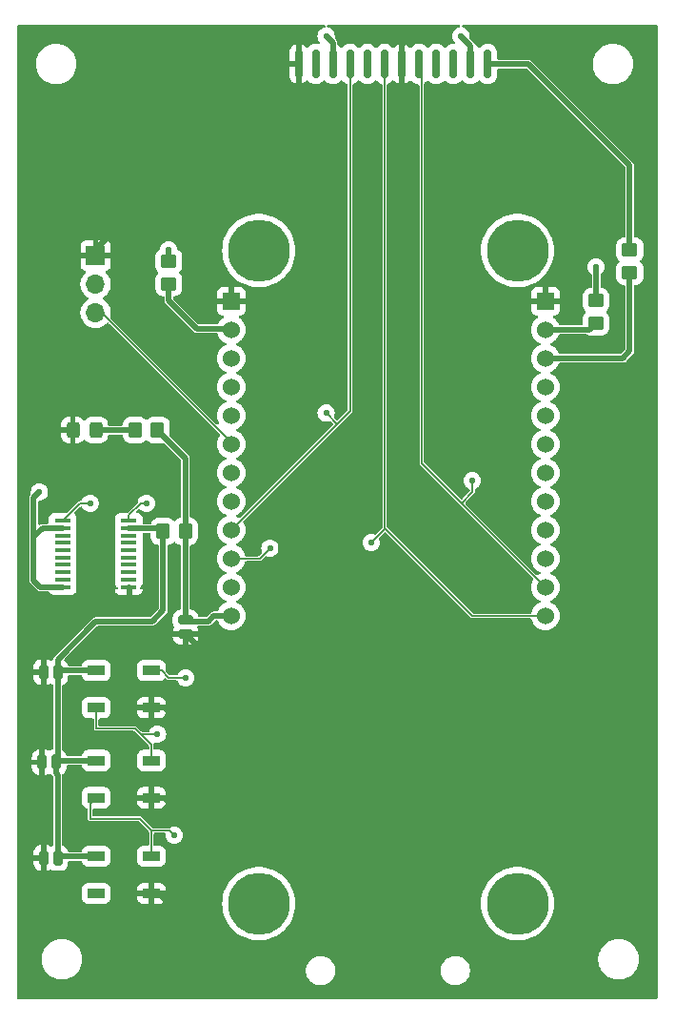
<source format=gbr>
%TF.GenerationSoftware,KiCad,Pcbnew,8.0.6-8.0.6-0~ubuntu24.04.1*%
%TF.CreationDate,2024-11-24T15:52:49-06:00*%
%TF.ProjectId,edge_human_detection_board,65646765-5f68-4756-9d61-6e5f64657465,rev?*%
%TF.SameCoordinates,Original*%
%TF.FileFunction,Copper,L1,Top*%
%TF.FilePolarity,Positive*%
%FSLAX46Y46*%
G04 Gerber Fmt 4.6, Leading zero omitted, Abs format (unit mm)*
G04 Created by KiCad (PCBNEW 8.0.6-8.0.6-0~ubuntu24.04.1) date 2024-11-24 15:52:49*
%MOMM*%
%LPD*%
G01*
G04 APERTURE LIST*
G04 Aperture macros list*
%AMRoundRect*
0 Rectangle with rounded corners*
0 $1 Rounding radius*
0 $2 $3 $4 $5 $6 $7 $8 $9 X,Y pos of 4 corners*
0 Add a 4 corners polygon primitive as box body*
4,1,4,$2,$3,$4,$5,$6,$7,$8,$9,$2,$3,0*
0 Add four circle primitives for the rounded corners*
1,1,$1+$1,$2,$3*
1,1,$1+$1,$4,$5*
1,1,$1+$1,$6,$7*
1,1,$1+$1,$8,$9*
0 Add four rect primitives between the rounded corners*
20,1,$1+$1,$2,$3,$4,$5,0*
20,1,$1+$1,$4,$5,$6,$7,0*
20,1,$1+$1,$6,$7,$8,$9,0*
20,1,$1+$1,$8,$9,$2,$3,0*%
G04 Aperture macros list end*
%TA.AperFunction,SMDPad,CuDef*%
%ADD10R,1.475000X0.450000*%
%TD*%
%TA.AperFunction,SMDPad,CuDef*%
%ADD11RoundRect,0.250000X-0.350000X-0.450000X0.350000X-0.450000X0.350000X0.450000X-0.350000X0.450000X0*%
%TD*%
%TA.AperFunction,SMDPad,CuDef*%
%ADD12RoundRect,0.250000X0.450000X-0.350000X0.450000X0.350000X-0.450000X0.350000X-0.450000X-0.350000X0*%
%TD*%
%TA.AperFunction,SMDPad,CuDef*%
%ADD13RoundRect,0.250000X-0.450000X0.350000X-0.450000X-0.350000X0.450000X-0.350000X0.450000X0.350000X0*%
%TD*%
%TA.AperFunction,SMDPad,CuDef*%
%ADD14O,0.700000X2.600000*%
%TD*%
%TA.AperFunction,ComponentPad*%
%ADD15C,5.500000*%
%TD*%
%TA.AperFunction,ComponentPad*%
%ADD16R,1.524000X1.524000*%
%TD*%
%TA.AperFunction,ComponentPad*%
%ADD17C,1.524000*%
%TD*%
%TA.AperFunction,SMDPad,CuDef*%
%ADD18RoundRect,0.090000X-0.660000X-0.360000X0.660000X-0.360000X0.660000X0.360000X-0.660000X0.360000X0*%
%TD*%
%TA.AperFunction,SMDPad,CuDef*%
%ADD19RoundRect,0.208750X-0.208750X-0.431250X0.208750X-0.431250X0.208750X0.431250X-0.208750X0.431250X0*%
%TD*%
%TA.AperFunction,SMDPad,CuDef*%
%ADD20RoundRect,0.250000X-0.325000X-0.450000X0.325000X-0.450000X0.325000X0.450000X-0.325000X0.450000X0*%
%TD*%
%TA.AperFunction,SMDPad,CuDef*%
%ADD21RoundRect,0.208750X0.431250X-0.208750X0.431250X0.208750X-0.431250X0.208750X-0.431250X-0.208750X0*%
%TD*%
%TA.AperFunction,ComponentPad*%
%ADD22R,1.700000X1.700000*%
%TD*%
%TA.AperFunction,ComponentPad*%
%ADD23O,1.700000X1.700000*%
%TD*%
%TA.AperFunction,SMDPad,CuDef*%
%ADD24RoundRect,0.250000X0.350000X0.450000X-0.350000X0.450000X-0.350000X-0.450000X0.350000X-0.450000X0*%
%TD*%
%TA.AperFunction,ViaPad*%
%ADD25C,0.533400*%
%TD*%
%TA.AperFunction,Conductor*%
%ADD26C,0.152400*%
%TD*%
%TA.AperFunction,Conductor*%
%ADD27C,0.508000*%
%TD*%
G04 APERTURE END LIST*
D10*
%TO.P,IC1,1,A1*%
%TO.N,/RGB Signalling/SIG_IN_PWM0*%
X119062000Y-77575000D03*
%TO.P,IC1,2,VCCA*%
%TO.N,/Coral Micro Breakouts/+1.8VDC_RGB*%
X119062000Y-78225000D03*
%TO.P,IC1,3,A2*%
%TO.N,unconnected-(IC1-A2-Pad3)*%
X119062000Y-78875000D03*
%TO.P,IC1,4,A3*%
%TO.N,unconnected-(IC1-A3-Pad4)*%
X119062000Y-79525000D03*
%TO.P,IC1,5,A4*%
%TO.N,unconnected-(IC1-A4-Pad5)*%
X119062000Y-80175000D03*
%TO.P,IC1,6,A5*%
%TO.N,unconnected-(IC1-A5-Pad6)*%
X119062000Y-80825000D03*
%TO.P,IC1,7,A6*%
%TO.N,unconnected-(IC1-A6-Pad7)*%
X119062000Y-81475000D03*
%TO.P,IC1,8,A7*%
%TO.N,unconnected-(IC1-A7-Pad8)*%
X119062000Y-82125000D03*
%TO.P,IC1,9,A8*%
%TO.N,unconnected-(IC1-A8-Pad9)*%
X119062000Y-82775000D03*
%TO.P,IC1,10,OE*%
%TO.N,/Coral Micro Breakouts/+1.8VDC_RGB*%
X119062000Y-83425000D03*
%TO.P,IC1,11,GND*%
%TO.N,GND*%
X124938000Y-83425000D03*
%TO.P,IC1,12,B8*%
%TO.N,unconnected-(IC1-B8-Pad12)*%
X124938000Y-82775000D03*
%TO.P,IC1,13,B7*%
%TO.N,unconnected-(IC1-B7-Pad13)*%
X124938000Y-82125000D03*
%TO.P,IC1,14,B6*%
%TO.N,unconnected-(IC1-B6-Pad14)*%
X124938000Y-81475000D03*
%TO.P,IC1,15,B5*%
%TO.N,unconnected-(IC1-B5-Pad15)*%
X124938000Y-80825000D03*
%TO.P,IC1,16,B4*%
%TO.N,unconnected-(IC1-B4-Pad16)*%
X124938000Y-80175000D03*
%TO.P,IC1,17,B3*%
%TO.N,unconnected-(IC1-B3-Pad17)*%
X124938000Y-79525000D03*
%TO.P,IC1,18,B2*%
%TO.N,unconnected-(IC1-B2-Pad18)*%
X124938000Y-78875000D03*
%TO.P,IC1,19,VCCB*%
%TO.N,/Coral Micro Breakouts/+5VDC*%
X124938000Y-78225000D03*
%TO.P,IC1,20,B1*%
%TO.N,/RGB Signalling/SIG_IN_RGB1*%
X124938000Y-77575000D03*
%TD*%
D11*
%TO.P,R1,2*%
%TO.N,Net-(U1-VSYS)*%
X130000000Y-78500000D03*
%TO.P,R1,1*%
%TO.N,/Coral Micro Breakouts/+5VDC*%
X128000000Y-78500000D03*
%TD*%
D12*
%TO.P,R5,1*%
%TO.N,Net-(U1-3.3V)*%
X169500000Y-55500000D03*
%TO.P,R5,2*%
%TO.N,/Coral Micro Breakouts/+3.3VDC*%
X169500000Y-53500000D03*
%TD*%
%TO.P,R4,1*%
%TO.N,Net-(R4-Pad1)*%
X166500000Y-60000000D03*
%TO.P,R4,2*%
%TO.N,/Coral Micro Breakouts/+1.8VDC_TOF*%
X166500000Y-58000000D03*
%TD*%
D13*
%TO.P,R3,1*%
%TO.N,/Coral Micro Breakouts/+1.8VDC_RGB*%
X128500000Y-54500000D03*
%TO.P,R3,2*%
%TO.N,Net-(R3-Pad2)*%
X128500000Y-56500000D03*
%TD*%
D14*
%TO.P,U2,1,DUT_GND*%
%TO.N,GND*%
X140050000Y-37000000D03*
%TO.P,U2,2,NCS*%
%TO.N,unconnected-(U2-NCS-Pad2)*%
X141580000Y-37000000D03*
%TO.P,U2,3,CORE_1V8*%
%TO.N,/Coral Micro Breakouts/+1.8VDC_TOF*%
X143110000Y-37000000D03*
%TO.P,U2,4,LPn*%
%TO.N,/TOF Sensor/PWM_1*%
X144640000Y-37000000D03*
%TO.P,U2,5,MISO*%
%TO.N,unconnected-(U2-MISO-Pad5)*%
X146170000Y-37000000D03*
%TO.P,U2,6,SDA*%
%TO.N,/TOF Sensor/SDA*%
X147700000Y-37000000D03*
%TO.P,U2,7,I2C_N*%
%TO.N,GND*%
X149230000Y-37000000D03*
%TO.P,U2,8,SCL*%
%TO.N,/TOF Sensor/SCL*%
X150760000Y-37000000D03*
%TO.P,U2,9,GPIO1*%
%TO.N,unconnected-(U2-GPIO1-Pad9)*%
X152290000Y-37000000D03*
%TO.P,U2,10,GPIO2*%
%TO.N,unconnected-(U2-GPIO2-Pad10)*%
X153820000Y-37000000D03*
%TO.P,U2,11,IOVDD*%
%TO.N,/Coral Micro Breakouts/+1.8VDC_TOF*%
X155350000Y-37000000D03*
%TO.P,U2,12,AVDD*%
%TO.N,/Coral Micro Breakouts/+3.3VDC*%
X156880000Y-37000000D03*
%TD*%
D15*
%TO.P,U1,*%
%TO.N,*%
X159513240Y-53551320D03*
X136513240Y-53551320D03*
X159513240Y-111551320D03*
X136513240Y-111551320D03*
D16*
%TO.P,U1,1,GND*%
%TO.N,GND*%
X162000000Y-58060000D03*
D17*
%TO.P,U1,2,1.8V*%
%TO.N,Net-(R4-Pad1)*%
X162000000Y-60600000D03*
%TO.P,U1,3,3.3V*%
%TO.N,Net-(U1-3.3V)*%
X162000000Y-63140000D03*
%TO.P,U1,4,RTC_3V*%
%TO.N,unconnected-(U1-RTC_3V-Pad4)*%
X162000000Y-65680000D03*
%TO.P,U1,5,SPI6_CS0*%
%TO.N,unconnected-(U1-SPI6_CS0-Pad5)*%
X162000000Y-68220000D03*
%TO.P,U1,6,SPI6_SCK*%
%TO.N,unconnected-(U1-SPI6_SCK-Pad6)*%
X162000000Y-70760000D03*
%TO.P,U1,7,SPI6_SDO*%
%TO.N,unconnected-(U1-SPI6_SDO-Pad7)*%
X162000000Y-73300000D03*
%TO.P,U1,8,SPI6_SDI*%
%TO.N,unconnected-(U1-SPI6_SDI-Pad8)*%
X162000000Y-75840000D03*
%TO.P,U1,9,DAC_OUT*%
%TO.N,unconnected-(U1-DAC_OUT-Pad9)*%
X162000000Y-78380000D03*
%TO.P,U1,10,I2C6_SDA*%
%TO.N,unconnected-(U1-I2C6_SDA-Pad10)*%
X162000000Y-80920000D03*
%TO.P,U1,11,I2C1_SCL*%
%TO.N,/TOF Sensor/SCL*%
X162000000Y-83460000D03*
%TO.P,U1,12,I2C1_SDA*%
%TO.N,/TOF Sensor/SDA*%
X162000000Y-86000000D03*
D16*
%TO.P,U1,13,GND*%
%TO.N,GND*%
X134060000Y-58060000D03*
D17*
%TO.P,U1,14,1.8V*%
%TO.N,Net-(R3-Pad2)*%
X134060000Y-60600000D03*
%TO.P,U1,15,ADC1_CH0A*%
%TO.N,unconnected-(U1-ADC1_CH0A-Pad15)*%
X134060000Y-63140000D03*
%TO.P,U1,16,ADC1_CH0B*%
%TO.N,unconnected-(U1-ADC1_CH0B-Pad16)*%
X134060000Y-65680000D03*
%TO.P,U1,17,UART6_TX*%
%TO.N,/Coral Micro Breakouts/DEBUG_TX*%
X134060000Y-68220000D03*
%TO.P,U1,18,UART6_RX*%
%TO.N,/Coral Micro Breakouts/DEBUG_RX*%
X134060000Y-70760000D03*
%TO.P,U1,19,UART6_CTX*%
%TO.N,unconnected-(U1-UART6_CTX-Pad19)*%
X134060000Y-73300000D03*
%TO.P,U1,20,UART6_RTS*%
%TO.N,unconnected-(U1-UART6_RTS-Pad20)*%
X134060000Y-75840000D03*
%TO.P,U1,21,PWM_B*%
%TO.N,/TOF Sensor/PWM_1*%
X134060000Y-78380000D03*
%TO.P,U1,22,PWM_A*%
%TO.N,/RGB Signalling/SIG_IN_PWM0*%
X134060000Y-80920000D03*
%TO.P,U1,23,I2C6_SCL*%
%TO.N,unconnected-(U1-I2C6_SCL-Pad23)*%
X134060000Y-83460000D03*
%TO.P,U1,24,VSYS*%
%TO.N,Net-(U1-VSYS)*%
X134060000Y-86000000D03*
%TD*%
D18*
%TO.P,D3,4,DIN*%
%TO.N,/RGB Signalling/SIG_IN_RGB2*%
X126950000Y-98850000D03*
%TO.P,D3,3,VSS*%
%TO.N,GND*%
X126950000Y-102150000D03*
%TO.P,D3,2,DOUT*%
%TO.N,/RGB Signalling/SIG_IN_RGB3*%
X122050000Y-102150000D03*
%TO.P,D3,1,VDD*%
%TO.N,/Coral Micro Breakouts/+5VDC*%
X122050000Y-98850000D03*
%TD*%
D19*
%TO.P,C3,1*%
%TO.N,GND*%
X117245000Y-99000000D03*
%TO.P,C3,2*%
%TO.N,/Coral Micro Breakouts/+5VDC*%
X118500000Y-99000000D03*
%TD*%
D18*
%TO.P,D4,4,DIN*%
%TO.N,/RGB Signalling/SIG_IN_RGB3*%
X126950000Y-107350000D03*
%TO.P,D4,3,VSS*%
%TO.N,GND*%
X126950000Y-110650000D03*
%TO.P,D4,2,DOUT*%
%TO.N,unconnected-(D4-DOUT-Pad2)*%
X122050000Y-110650000D03*
%TO.P,D4,1,VDD*%
%TO.N,/Coral Micro Breakouts/+5VDC*%
X122050000Y-107350000D03*
%TD*%
D20*
%TO.P,D1,1,K*%
%TO.N,GND*%
X119975000Y-69500000D03*
%TO.P,D1,2,A*%
%TO.N,Net-(D1-A)*%
X122025000Y-69500000D03*
%TD*%
D19*
%TO.P,C4,1*%
%TO.N,GND*%
X117372500Y-107500000D03*
%TO.P,C4,2*%
%TO.N,/Coral Micro Breakouts/+5VDC*%
X118627500Y-107500000D03*
%TD*%
%TO.P,C2,1*%
%TO.N,GND*%
X117372500Y-91000000D03*
%TO.P,C2,2*%
%TO.N,/Coral Micro Breakouts/+5VDC*%
X118627500Y-91000000D03*
%TD*%
D21*
%TO.P,C1,1*%
%TO.N,GND*%
X130000000Y-87627500D03*
%TO.P,C1,2*%
%TO.N,Net-(U1-VSYS)*%
X130000000Y-86372500D03*
%TD*%
D22*
%TO.P,J1,1,Pin_1*%
%TO.N,GND*%
X122000000Y-54000000D03*
D23*
%TO.P,J1,2,Pin_2*%
%TO.N,/Coral Micro Breakouts/DEBUG_TX*%
X122000000Y-56540000D03*
%TO.P,J1,3,Pin_3*%
%TO.N,/Coral Micro Breakouts/DEBUG_RX*%
X122000000Y-59080000D03*
%TD*%
D18*
%TO.P,D2,4,DIN*%
%TO.N,/RGB Signalling/SIG_IN_RGB1*%
X126950000Y-90850000D03*
%TO.P,D2,3,VSS*%
%TO.N,GND*%
X126950000Y-94150000D03*
%TO.P,D2,2,DOUT*%
%TO.N,/RGB Signalling/SIG_IN_RGB2*%
X122050000Y-94150000D03*
%TO.P,D2,1,VDD*%
%TO.N,/Coral Micro Breakouts/+5VDC*%
X122050000Y-90850000D03*
%TD*%
D24*
%TO.P,R2,1*%
%TO.N,Net-(U1-VSYS)*%
X127500000Y-69500000D03*
%TO.P,R2,2*%
%TO.N,Net-(D1-A)*%
X125500000Y-69500000D03*
%TD*%
D25*
%TO.N,/RGB Signalling/SIG_IN_RGB3*%
X129000000Y-105500000D03*
%TO.N,GND*%
X156500000Y-74000000D03*
X145500000Y-80000000D03*
%TO.N,/TOF Sensor/SDA*%
X146500000Y-79500000D03*
%TO.N,/TOF Sensor/SCL*%
X155500000Y-74000000D03*
%TO.N,GND*%
X141500000Y-68500000D03*
%TO.N,/TOF Sensor/PWM_1*%
X142500000Y-68000000D03*
%TO.N,GND*%
X120500000Y-96500000D03*
%TO.N,/RGB Signalling/SIG_IN_RGB2*%
X127500000Y-96500000D03*
%TO.N,GND*%
X165000000Y-54500000D03*
%TO.N,/Coral Micro Breakouts/+1.8VDC_TOF*%
X166500000Y-55000000D03*
%TO.N,/Coral Micro Breakouts/+1.8VDC_RGB*%
X128500000Y-53500000D03*
%TO.N,GND*%
X135000000Y-43000000D03*
X169500000Y-74500000D03*
X169500000Y-87500000D03*
X169000000Y-99000000D03*
X168500000Y-110000000D03*
X159500000Y-99000000D03*
X136500000Y-99000000D03*
X159500000Y-104000000D03*
X136500000Y-103500000D03*
X160500000Y-43000000D03*
X121000000Y-43000000D03*
X138500000Y-80000000D03*
X128000000Y-76000000D03*
X121000000Y-75000000D03*
X118500000Y-75000000D03*
X140500000Y-34500000D03*
X153000000Y-34500000D03*
X157000000Y-34500000D03*
X129500000Y-103500000D03*
X150000000Y-34500000D03*
X129000000Y-112000000D03*
X125000000Y-85000000D03*
X129500000Y-95500000D03*
X131000000Y-90500000D03*
X125500000Y-50000000D03*
%TO.N,/Coral Micro Breakouts/+1.8VDC_RGB*%
X117000000Y-75000000D03*
%TO.N,/RGB Signalling/SIG_IN_PWM0*%
X121500000Y-76000000D03*
X137500000Y-80000000D03*
%TO.N,/Coral Micro Breakouts/+1.8VDC_TOF*%
X142500000Y-34500000D03*
X154500000Y-34500000D03*
%TO.N,/RGB Signalling/SIG_IN_RGB1*%
X130000000Y-91500000D03*
X126500000Y-76000000D03*
%TD*%
D26*
%TO.N,/RGB Signalling/SIG_IN_RGB3*%
X126950000Y-105050000D02*
X128550000Y-105050000D01*
X128550000Y-105050000D02*
X129000000Y-105500000D01*
%TO.N,/RGB Signalling/SIG_IN_RGB2*%
X127500000Y-96500000D02*
X126000000Y-96500000D01*
X126000000Y-96500000D02*
X125500000Y-96000000D01*
%TO.N,/RGB Signalling/SIG_IN_RGB3*%
X121500000Y-104000000D02*
X124500000Y-104000000D01*
X124500000Y-104000000D02*
X125900000Y-104000000D01*
X122050000Y-102150000D02*
X121500000Y-102700000D01*
X125900000Y-104000000D02*
X126950000Y-105050000D01*
X121500000Y-102700000D02*
X121500000Y-104000000D01*
X126950000Y-105050000D02*
X126950000Y-107350000D01*
%TO.N,/TOF Sensor/SDA*%
X146500000Y-79500000D02*
X147700000Y-78300000D01*
X147700000Y-78300000D02*
X147700000Y-78200000D01*
%TO.N,/TOF Sensor/SCL*%
X162000000Y-83460000D02*
X154520000Y-75980000D01*
X155500000Y-75000000D02*
X154520000Y-75980000D01*
X154520000Y-75980000D02*
X151000000Y-72460000D01*
X155500000Y-74000000D02*
X155500000Y-75000000D01*
%TO.N,/TOF Sensor/PWM_1*%
X143470000Y-68970000D02*
X142500000Y-68000000D01*
X144640000Y-67800000D02*
X143470000Y-68970000D01*
X143470000Y-68970000D02*
X134060000Y-78380000D01*
D27*
%TO.N,/Coral Micro Breakouts/+5VDC*%
X128000000Y-78500000D02*
X128000000Y-85500000D01*
X128000000Y-85500000D02*
X127000000Y-86500000D01*
X127000000Y-86500000D02*
X122000000Y-86500000D01*
X122000000Y-86500000D02*
X118627500Y-89872500D01*
X118627500Y-89872500D02*
X118627500Y-91000000D01*
X128000000Y-78500000D02*
X127725000Y-78225000D01*
X127725000Y-78225000D02*
X124938000Y-78225000D01*
%TO.N,Net-(U1-VSYS)*%
X130000000Y-78500000D02*
X130000000Y-72000000D01*
X130000000Y-72000000D02*
X127500000Y-69500000D01*
X130000000Y-86372500D02*
X130000000Y-78500000D01*
%TO.N,GND*%
X125000000Y-85000000D02*
X125000000Y-83487000D01*
X125000000Y-83487000D02*
X124938000Y-83425000D01*
%TO.N,Net-(R4-Pad1)*%
X162000000Y-60600000D02*
X165900000Y-60600000D01*
X165900000Y-60600000D02*
X166500000Y-60000000D01*
%TO.N,/Coral Micro Breakouts/+1.8VDC_TOF*%
X166500000Y-58000000D02*
X166500000Y-55000000D01*
%TO.N,/Coral Micro Breakouts/+3.3VDC*%
X169500000Y-53500000D02*
X169500000Y-46000000D01*
%TO.N,Net-(U1-3.3V)*%
X169500000Y-62500000D02*
X169500000Y-55500000D01*
%TO.N,/Coral Micro Breakouts/+1.8VDC_RGB*%
X128500000Y-54500000D02*
X128500000Y-53500000D01*
%TO.N,Net-(R3-Pad2)*%
X134060000Y-60600000D02*
X133960000Y-60500000D01*
X133960000Y-60500000D02*
X131000000Y-60500000D01*
X131000000Y-60500000D02*
X128500000Y-58000000D01*
X128500000Y-58000000D02*
X128500000Y-56500000D01*
%TO.N,GND*%
X129000000Y-112000000D02*
X127650000Y-110650000D01*
X127650000Y-110650000D02*
X126950000Y-110650000D01*
X129500000Y-103500000D02*
X128150000Y-102150000D01*
X128150000Y-102150000D02*
X126950000Y-102150000D01*
X129500000Y-95500000D02*
X128150000Y-94150000D01*
X128150000Y-94150000D02*
X126950000Y-94150000D01*
X131000000Y-90500000D02*
X131000000Y-88627500D01*
X131000000Y-88627500D02*
X130000000Y-87627500D01*
X140500000Y-34500000D02*
X140050000Y-34950000D01*
X140050000Y-34950000D02*
X140050000Y-37000000D01*
X122000000Y-54000000D02*
X122000000Y-53500000D01*
X149230000Y-35270000D02*
X150000000Y-34500000D01*
X149230000Y-37000000D02*
X149230000Y-35270000D01*
X122000000Y-53500000D02*
X125500000Y-50000000D01*
%TO.N,/Coral Micro Breakouts/+5VDC*%
X118627500Y-100127500D02*
X118627500Y-107500000D01*
X118777500Y-107350000D02*
X118627500Y-107500000D01*
X122050000Y-90850000D02*
X118777500Y-90850000D01*
X118650000Y-98850000D02*
X118500000Y-99000000D01*
%TO.N,Net-(U1-VSYS)*%
X134060000Y-86000000D02*
X132500000Y-86000000D01*
X130127500Y-86500000D02*
X130000000Y-86372500D01*
X132000000Y-86500000D02*
X130127500Y-86500000D01*
%TO.N,/Coral Micro Breakouts/+5VDC*%
X118627500Y-98872500D02*
X118500000Y-99000000D01*
X118500000Y-99000000D02*
X118500000Y-100000000D01*
X122050000Y-107350000D02*
X118777500Y-107350000D01*
X122050000Y-98850000D02*
X118650000Y-98850000D01*
X118777500Y-90850000D02*
X118627500Y-91000000D01*
X118500000Y-100000000D02*
X118627500Y-100127500D01*
X118627500Y-91000000D02*
X118627500Y-98872500D01*
%TO.N,Net-(U1-VSYS)*%
X132500000Y-86000000D02*
X132000000Y-86500000D01*
D26*
%TO.N,/RGB Signalling/SIG_IN_RGB2*%
X125500000Y-96000000D02*
X126950000Y-97450000D01*
X126950000Y-97450000D02*
X126950000Y-98850000D01*
X122050000Y-94150000D02*
X122050000Y-96000000D01*
X122050000Y-96000000D02*
X125500000Y-96000000D01*
D27*
%TO.N,/Coral Micro Breakouts/+1.8VDC_RGB*%
X119062000Y-78225000D02*
X117275000Y-78225000D01*
X116500000Y-82850000D02*
X117075000Y-83425000D01*
X119062000Y-83425000D02*
X117075000Y-83425000D01*
X117275000Y-78225000D02*
X116500000Y-79000000D01*
X116500000Y-79000000D02*
X116500000Y-75500000D01*
X116500000Y-79000000D02*
X116500000Y-82850000D01*
X116500000Y-75500000D02*
X117000000Y-75000000D01*
D26*
%TO.N,/RGB Signalling/SIG_IN_PWM0*%
X136580000Y-80920000D02*
X137500000Y-80000000D01*
X121500000Y-76000000D02*
X120637000Y-76000000D01*
X120637000Y-76000000D02*
X119062000Y-77575000D01*
X134060000Y-80920000D02*
X136580000Y-80920000D01*
%TO.N,/Coral Micro Breakouts/DEBUG_RX*%
X122580000Y-59080000D02*
X134060000Y-70560000D01*
X134060000Y-70060000D02*
X134060000Y-70760000D01*
X134060000Y-70560000D02*
X134060000Y-70760000D01*
X122000000Y-59080000D02*
X122580000Y-59080000D01*
%TO.N,/TOF Sensor/PWM_1*%
X144640000Y-37000000D02*
X144640000Y-67800000D01*
%TO.N,/TOF Sensor/SCL*%
X151000000Y-37240000D02*
X150760000Y-37000000D01*
X151000000Y-72460000D02*
X151000000Y-37240000D01*
D27*
%TO.N,/Coral Micro Breakouts/+3.3VDC*%
X160500000Y-37000000D02*
X156880000Y-37000000D01*
X169500000Y-46000000D02*
X160500000Y-37000000D01*
%TO.N,Net-(U1-3.3V)*%
X168860000Y-63140000D02*
X169500000Y-62500000D01*
X162000000Y-63140000D02*
X168860000Y-63140000D01*
D26*
%TO.N,/TOF Sensor/SDA*%
X147700000Y-37000000D02*
X147700000Y-78200000D01*
X155500000Y-86000000D02*
X162000000Y-86000000D01*
X147700000Y-78200000D02*
X155500000Y-86000000D01*
D27*
%TO.N,/Coral Micro Breakouts/+1.8VDC_TOF*%
X142500000Y-34500000D02*
X143110000Y-35110000D01*
X154500000Y-34500000D02*
X155350000Y-35350000D01*
X143110000Y-35110000D02*
X143110000Y-37000000D01*
X155350000Y-35350000D02*
X155350000Y-37000000D01*
%TO.N,Net-(D1-A)*%
X125500000Y-69500000D02*
X122025000Y-69500000D01*
D26*
%TO.N,/RGB Signalling/SIG_IN_RGB1*%
X124938000Y-77062000D02*
X126000000Y-76000000D01*
X126000000Y-76000000D02*
X126500000Y-76000000D01*
X127850000Y-90850000D02*
X126950000Y-90850000D01*
X128500000Y-91500000D02*
X130000000Y-91500000D01*
X128500000Y-91500000D02*
X127850000Y-90850000D01*
X124938000Y-77575000D02*
X124938000Y-77062000D01*
%TD*%
%TA.AperFunction,Conductor*%
%TO.N,GND*%
G36*
X142382080Y-33519685D02*
G01*
X142427835Y-33572489D01*
X142437779Y-33641647D01*
X142408754Y-33705203D01*
X142349976Y-33742977D01*
X142328924Y-33747220D01*
X142328204Y-33747301D01*
X142165016Y-33804402D01*
X142018632Y-33896382D01*
X141896382Y-34018632D01*
X141804402Y-34165016D01*
X141747301Y-34328204D01*
X141727945Y-34499996D01*
X141727945Y-34500003D01*
X141747301Y-34671795D01*
X141804402Y-34834983D01*
X141896382Y-34981367D01*
X141937390Y-35022375D01*
X141970875Y-35083698D01*
X141965891Y-35153390D01*
X141924019Y-35209323D01*
X141858555Y-35233740D01*
X141825518Y-35231673D01*
X141663771Y-35199500D01*
X141663767Y-35199500D01*
X141496233Y-35199500D01*
X141496228Y-35199500D01*
X141331925Y-35232182D01*
X141331917Y-35232184D01*
X141177139Y-35296295D01*
X141037837Y-35389373D01*
X140919376Y-35507834D01*
X140919367Y-35507845D01*
X140917794Y-35510200D01*
X140916652Y-35511153D01*
X140915510Y-35512546D01*
X140915245Y-35512329D01*
X140864177Y-35555000D01*
X140794851Y-35563700D01*
X140731827Y-35533539D01*
X140711594Y-35510186D01*
X140710235Y-35508152D01*
X140591844Y-35389761D01*
X140452632Y-35296743D01*
X140452622Y-35296738D01*
X140300000Y-35233519D01*
X140300000Y-38766479D01*
X140452627Y-38703259D01*
X140452628Y-38703259D01*
X140591839Y-38610241D01*
X140591847Y-38610235D01*
X140710236Y-38491846D01*
X140711590Y-38489820D01*
X140712575Y-38488996D01*
X140714102Y-38487136D01*
X140714454Y-38487425D01*
X140765197Y-38445009D01*
X140834521Y-38436295D01*
X140897552Y-38466443D01*
X140917798Y-38489805D01*
X140919370Y-38492157D01*
X140919376Y-38492165D01*
X141037837Y-38610626D01*
X141130494Y-38672537D01*
X141177137Y-38703703D01*
X141177138Y-38703703D01*
X141177139Y-38703704D01*
X141188971Y-38708605D01*
X141331918Y-38767816D01*
X141485339Y-38798333D01*
X141496228Y-38800499D01*
X141496232Y-38800500D01*
X141496233Y-38800500D01*
X141663768Y-38800500D01*
X141663769Y-38800499D01*
X141828082Y-38767816D01*
X141982863Y-38703703D01*
X142122162Y-38610626D01*
X142240626Y-38492162D01*
X142241894Y-38490263D01*
X142242817Y-38489492D01*
X142244490Y-38487454D01*
X142244876Y-38487771D01*
X142295504Y-38445456D01*
X142364828Y-38436745D01*
X142427858Y-38466896D01*
X142448106Y-38490264D01*
X142449375Y-38492164D01*
X142567837Y-38610626D01*
X142660494Y-38672537D01*
X142707137Y-38703703D01*
X142707138Y-38703703D01*
X142707139Y-38703704D01*
X142718971Y-38708605D01*
X142861918Y-38767816D01*
X143015339Y-38798333D01*
X143026228Y-38800499D01*
X143026232Y-38800500D01*
X143026233Y-38800500D01*
X143193768Y-38800500D01*
X143193769Y-38800499D01*
X143358082Y-38767816D01*
X143512863Y-38703703D01*
X143652162Y-38610626D01*
X143770626Y-38492162D01*
X143771894Y-38490263D01*
X143772817Y-38489492D01*
X143774490Y-38487454D01*
X143774876Y-38487771D01*
X143825504Y-38445456D01*
X143894828Y-38436745D01*
X143957858Y-38466896D01*
X143978106Y-38490264D01*
X143979375Y-38492164D01*
X144097837Y-38610626D01*
X144190494Y-38672537D01*
X144237137Y-38703703D01*
X144237138Y-38703703D01*
X144237139Y-38703704D01*
X144237141Y-38703705D01*
X144304694Y-38731686D01*
X144359752Y-38754492D01*
X144414156Y-38798333D01*
X144436221Y-38864627D01*
X144436300Y-38869053D01*
X144436300Y-67664262D01*
X144416615Y-67731301D01*
X144399981Y-67751943D01*
X143557681Y-68594243D01*
X143496358Y-68627728D01*
X143426666Y-68622744D01*
X143382319Y-68594243D01*
X143231888Y-68443812D01*
X143198403Y-68382489D01*
X143202528Y-68315176D01*
X143204167Y-68310494D01*
X143252698Y-68171798D01*
X143272055Y-68000000D01*
X143272047Y-67999932D01*
X143254086Y-67840519D01*
X143252698Y-67828202D01*
X143195598Y-67665018D01*
X143146160Y-67586339D01*
X143103617Y-67518632D01*
X142981367Y-67396382D01*
X142834983Y-67304402D01*
X142671795Y-67247301D01*
X142500004Y-67227945D01*
X142499996Y-67227945D01*
X142328204Y-67247301D01*
X142165016Y-67304402D01*
X142018632Y-67396382D01*
X141896382Y-67518632D01*
X141804402Y-67665016D01*
X141747301Y-67828204D01*
X141727945Y-67999996D01*
X141727945Y-68000003D01*
X141747301Y-68171795D01*
X141804402Y-68334983D01*
X141881252Y-68457288D01*
X141896383Y-68481368D01*
X142018632Y-68603617D01*
X142165018Y-68695598D01*
X142328202Y-68752698D01*
X142385468Y-68759150D01*
X142499996Y-68772055D01*
X142500000Y-68772055D01*
X142500004Y-68772055D01*
X142614532Y-68759150D01*
X142671798Y-68752698D01*
X142671799Y-68752698D01*
X142743249Y-68727696D01*
X142815177Y-68702527D01*
X142884955Y-68698966D01*
X142943812Y-68731888D01*
X143094243Y-68882319D01*
X143127728Y-68943642D01*
X143122744Y-69013334D01*
X143094243Y-69057681D01*
X134870631Y-77281292D01*
X134809308Y-77314777D01*
X134739616Y-77309793D01*
X134711828Y-77295186D01*
X134701801Y-77288164D01*
X134693664Y-77282467D01*
X134693656Y-77282463D01*
X134564811Y-77222382D01*
X134512371Y-77176210D01*
X134493219Y-77109017D01*
X134513435Y-77042135D01*
X134564811Y-76997618D01*
X134575889Y-76992452D01*
X134693662Y-76937534D01*
X134874620Y-76810826D01*
X135030826Y-76654620D01*
X135157534Y-76473662D01*
X135250894Y-76273450D01*
X135308070Y-76060068D01*
X135327323Y-75840000D01*
X135308070Y-75619932D01*
X135250894Y-75406550D01*
X135157534Y-75206339D01*
X135093847Y-75115384D01*
X135030827Y-75025381D01*
X134957388Y-74951942D01*
X134874620Y-74869174D01*
X134874616Y-74869171D01*
X134874615Y-74869170D01*
X134693666Y-74742468D01*
X134693658Y-74742464D01*
X134564811Y-74682382D01*
X134512371Y-74636210D01*
X134493219Y-74569017D01*
X134513435Y-74502135D01*
X134564811Y-74457618D01*
X134570802Y-74454824D01*
X134693662Y-74397534D01*
X134874620Y-74270826D01*
X135030826Y-74114620D01*
X135157534Y-73933662D01*
X135250894Y-73733450D01*
X135308070Y-73520068D01*
X135327323Y-73300000D01*
X135308070Y-73079932D01*
X135250894Y-72866550D01*
X135157534Y-72666339D01*
X135093847Y-72575384D01*
X135030827Y-72485381D01*
X134957390Y-72411944D01*
X134874620Y-72329174D01*
X134874616Y-72329171D01*
X134874615Y-72329170D01*
X134693666Y-72202468D01*
X134693658Y-72202464D01*
X134564811Y-72142382D01*
X134512371Y-72096210D01*
X134493219Y-72029017D01*
X134513435Y-71962135D01*
X134564811Y-71917618D01*
X134570802Y-71914824D01*
X134693662Y-71857534D01*
X134874620Y-71730826D01*
X135030826Y-71574620D01*
X135157534Y-71393662D01*
X135250894Y-71193450D01*
X135308070Y-70980068D01*
X135327323Y-70760000D01*
X135322117Y-70700499D01*
X135308070Y-70539937D01*
X135308070Y-70539932D01*
X135250894Y-70326550D01*
X135157534Y-70126339D01*
X135068302Y-69998901D01*
X135030827Y-69945381D01*
X134966946Y-69881500D01*
X134874620Y-69789174D01*
X134874616Y-69789171D01*
X134874615Y-69789170D01*
X134693666Y-69662468D01*
X134693658Y-69662464D01*
X134564811Y-69602382D01*
X134512371Y-69556210D01*
X134493219Y-69489017D01*
X134513435Y-69422135D01*
X134564811Y-69377618D01*
X134570802Y-69374824D01*
X134693662Y-69317534D01*
X134874620Y-69190826D01*
X135030826Y-69034620D01*
X135157534Y-68853662D01*
X135250894Y-68653450D01*
X135308070Y-68440068D01*
X135327323Y-68220000D01*
X135308070Y-67999932D01*
X135250894Y-67786550D01*
X135157534Y-67586339D01*
X135030826Y-67405380D01*
X134874620Y-67249174D01*
X134874616Y-67249171D01*
X134874615Y-67249170D01*
X134693666Y-67122468D01*
X134693658Y-67122464D01*
X134564811Y-67062382D01*
X134512371Y-67016210D01*
X134493219Y-66949017D01*
X134513435Y-66882135D01*
X134564811Y-66837618D01*
X134570802Y-66834824D01*
X134693662Y-66777534D01*
X134874620Y-66650826D01*
X135030826Y-66494620D01*
X135157534Y-66313662D01*
X135250894Y-66113450D01*
X135308070Y-65900068D01*
X135327323Y-65680000D01*
X135308070Y-65459932D01*
X135250894Y-65246550D01*
X135157534Y-65046339D01*
X135030826Y-64865380D01*
X134874620Y-64709174D01*
X134874616Y-64709171D01*
X134874615Y-64709170D01*
X134693666Y-64582468D01*
X134693658Y-64582464D01*
X134564811Y-64522382D01*
X134512371Y-64476210D01*
X134493219Y-64409017D01*
X134513435Y-64342135D01*
X134564811Y-64297618D01*
X134570802Y-64294824D01*
X134693662Y-64237534D01*
X134874620Y-64110826D01*
X135030826Y-63954620D01*
X135157534Y-63773662D01*
X135250894Y-63573450D01*
X135308070Y-63360068D01*
X135327323Y-63140000D01*
X135308070Y-62919932D01*
X135250894Y-62706550D01*
X135157534Y-62506339D01*
X135067878Y-62378296D01*
X135030827Y-62325381D01*
X134996061Y-62290615D01*
X134874620Y-62169174D01*
X134874616Y-62169171D01*
X134874615Y-62169170D01*
X134693666Y-62042468D01*
X134693658Y-62042464D01*
X134564811Y-61982382D01*
X134512371Y-61936210D01*
X134493219Y-61869017D01*
X134513435Y-61802135D01*
X134564811Y-61757618D01*
X134570802Y-61754824D01*
X134693662Y-61697534D01*
X134874620Y-61570826D01*
X135030826Y-61414620D01*
X135157534Y-61233662D01*
X135250894Y-61033450D01*
X135308070Y-60820068D01*
X135327323Y-60600000D01*
X135308070Y-60379932D01*
X135250894Y-60166550D01*
X135157534Y-59966339D01*
X135030826Y-59785380D01*
X134874620Y-59629174D01*
X134874616Y-59629171D01*
X134874615Y-59629170D01*
X134758085Y-59547575D01*
X134714460Y-59492998D01*
X134707266Y-59423500D01*
X134738789Y-59361145D01*
X134799019Y-59325731D01*
X134829208Y-59322000D01*
X134869828Y-59322000D01*
X134869844Y-59321999D01*
X134929372Y-59315598D01*
X134929379Y-59315596D01*
X135064086Y-59265354D01*
X135064093Y-59265350D01*
X135179187Y-59179190D01*
X135179190Y-59179187D01*
X135265350Y-59064093D01*
X135265354Y-59064086D01*
X135315596Y-58929379D01*
X135315598Y-58929372D01*
X135321999Y-58869844D01*
X135322000Y-58869827D01*
X135322000Y-58310000D01*
X134502251Y-58310000D01*
X134533381Y-58256081D01*
X134568000Y-58126880D01*
X134568000Y-57993120D01*
X134533381Y-57863919D01*
X134502251Y-57810000D01*
X135322000Y-57810000D01*
X135322000Y-57250172D01*
X135321999Y-57250155D01*
X135315598Y-57190627D01*
X135315596Y-57190620D01*
X135265354Y-57055913D01*
X135265350Y-57055906D01*
X135179190Y-56940812D01*
X135179187Y-56940809D01*
X135064093Y-56854649D01*
X135064086Y-56854645D01*
X134929379Y-56804403D01*
X134929372Y-56804401D01*
X134869844Y-56798000D01*
X134310000Y-56798000D01*
X134310000Y-57617748D01*
X134256081Y-57586619D01*
X134126880Y-57552000D01*
X133993120Y-57552000D01*
X133863919Y-57586619D01*
X133810000Y-57617748D01*
X133810000Y-56798000D01*
X133250155Y-56798000D01*
X133190627Y-56804401D01*
X133190620Y-56804403D01*
X133055913Y-56854645D01*
X133055906Y-56854649D01*
X132940812Y-56940809D01*
X132940809Y-56940812D01*
X132854649Y-57055906D01*
X132854645Y-57055913D01*
X132804403Y-57190620D01*
X132804401Y-57190627D01*
X132798000Y-57250155D01*
X132798000Y-57810000D01*
X133617749Y-57810000D01*
X133586619Y-57863919D01*
X133552000Y-57993120D01*
X133552000Y-58126880D01*
X133586619Y-58256081D01*
X133617749Y-58310000D01*
X132798000Y-58310000D01*
X132798000Y-58869844D01*
X132804401Y-58929372D01*
X132804403Y-58929379D01*
X132854645Y-59064086D01*
X132854649Y-59064093D01*
X132940809Y-59179187D01*
X132940812Y-59179190D01*
X133055906Y-59265350D01*
X133055913Y-59265354D01*
X133190620Y-59315596D01*
X133190627Y-59315598D01*
X133250155Y-59321999D01*
X133250172Y-59322000D01*
X133290793Y-59322000D01*
X133357832Y-59341685D01*
X133403587Y-59394489D01*
X133413531Y-59463647D01*
X133384506Y-59527203D01*
X133361916Y-59547575D01*
X133245377Y-59629175D01*
X133089175Y-59785377D01*
X132962466Y-59966338D01*
X132962463Y-59966344D01*
X132924898Y-60046904D01*
X132878726Y-60099344D01*
X132812516Y-60118500D01*
X131209385Y-60118500D01*
X131142346Y-60098815D01*
X131121704Y-60082181D01*
X128917819Y-57878296D01*
X128884334Y-57816973D01*
X128881500Y-57790615D01*
X128881500Y-57724380D01*
X128901185Y-57657341D01*
X128953989Y-57611586D01*
X128996896Y-57601102D01*
X128996868Y-57600820D01*
X128998901Y-57600612D01*
X128999197Y-57600540D01*
X128999998Y-57600499D01*
X129000008Y-57600499D01*
X129102797Y-57589999D01*
X129269334Y-57534814D01*
X129418656Y-57442712D01*
X129542712Y-57318656D01*
X129634814Y-57169334D01*
X129689999Y-57002797D01*
X129700500Y-56900009D01*
X129700499Y-56099992D01*
X129698083Y-56076344D01*
X129689999Y-55997203D01*
X129689998Y-55997200D01*
X129657792Y-55900009D01*
X129634814Y-55830666D01*
X129542712Y-55681344D01*
X129449049Y-55587681D01*
X129415564Y-55526358D01*
X129420548Y-55456666D01*
X129449049Y-55412319D01*
X129495403Y-55365965D01*
X129542712Y-55318656D01*
X129634814Y-55169334D01*
X129689999Y-55002797D01*
X129700500Y-54900009D01*
X129700499Y-54099992D01*
X129689999Y-53997203D01*
X129634814Y-53830666D01*
X129542712Y-53681344D01*
X129418656Y-53557288D01*
X129408975Y-53551317D01*
X133257966Y-53551317D01*
X133257966Y-53551322D01*
X133277048Y-53903274D01*
X133303697Y-54065826D01*
X133333890Y-54250000D01*
X133334073Y-54251113D01*
X133334074Y-54251116D01*
X133428366Y-54590728D01*
X133428367Y-54590730D01*
X133558828Y-54918164D01*
X133558837Y-54918182D01*
X133693296Y-55171798D01*
X133723935Y-55229589D01*
X133919502Y-55518029D01*
X133921738Y-55521326D01*
X133921745Y-55521336D01*
X134013966Y-55629906D01*
X134149926Y-55789970D01*
X134405820Y-56032366D01*
X134686422Y-56245674D01*
X134988442Y-56427394D01*
X134988446Y-56427395D01*
X134988450Y-56427398D01*
X135308328Y-56575390D01*
X135308332Y-56575390D01*
X135308339Y-56575394D01*
X135642362Y-56687939D01*
X135986595Y-56763711D01*
X136337003Y-56801820D01*
X136337009Y-56801820D01*
X136689471Y-56801820D01*
X136689477Y-56801820D01*
X137039885Y-56763711D01*
X137384118Y-56687939D01*
X137718141Y-56575394D01*
X137718148Y-56575390D01*
X137718151Y-56575390D01*
X137971716Y-56458077D01*
X138038038Y-56427394D01*
X138340058Y-56245674D01*
X138620660Y-56032366D01*
X138876554Y-55789970D01*
X139104741Y-55521328D01*
X139302545Y-55229589D01*
X139467647Y-54918174D01*
X139598111Y-54590734D01*
X139692408Y-54251108D01*
X139749431Y-53903277D01*
X139768190Y-53557289D01*
X139768514Y-53551322D01*
X139768514Y-53551317D01*
X139749431Y-53199365D01*
X139749431Y-53199363D01*
X139692408Y-52851532D01*
X139610712Y-52557289D01*
X139598113Y-52511911D01*
X139598112Y-52511909D01*
X139467651Y-52184475D01*
X139467642Y-52184457D01*
X139302544Y-51873050D01*
X139104741Y-51581312D01*
X139104737Y-51581307D01*
X139104734Y-51581303D01*
X138876554Y-51312670D01*
X138620660Y-51070274D01*
X138620653Y-51070268D01*
X138620650Y-51070266D01*
X138340055Y-50856964D01*
X138038042Y-50675248D01*
X138038029Y-50675241D01*
X137718151Y-50527249D01*
X137718146Y-50527248D01*
X137718143Y-50527247D01*
X137718141Y-50527246D01*
X137611672Y-50491372D01*
X137384120Y-50414701D01*
X137039883Y-50338928D01*
X136689478Y-50300820D01*
X136689477Y-50300820D01*
X136337003Y-50300820D01*
X136337001Y-50300820D01*
X135986596Y-50338928D01*
X135642359Y-50414701D01*
X135308333Y-50527248D01*
X135308328Y-50527249D01*
X134988450Y-50675241D01*
X134988437Y-50675248D01*
X134686424Y-50856964D01*
X134405829Y-51070266D01*
X134405820Y-51070274D01*
X134149925Y-51312670D01*
X133921745Y-51581303D01*
X133921738Y-51581313D01*
X133723935Y-51873050D01*
X133558837Y-52184457D01*
X133558828Y-52184475D01*
X133428367Y-52511909D01*
X133428366Y-52511911D01*
X133334074Y-52851523D01*
X133334073Y-52851526D01*
X133277048Y-53199365D01*
X133257966Y-53551317D01*
X129408975Y-53551317D01*
X129319407Y-53496071D01*
X129272684Y-53444124D01*
X129261285Y-53404415D01*
X129252699Y-53328204D01*
X129195597Y-53165016D01*
X129103617Y-53018632D01*
X128981367Y-52896382D01*
X128834983Y-52804402D01*
X128671795Y-52747301D01*
X128500004Y-52727945D01*
X128499996Y-52727945D01*
X128328204Y-52747301D01*
X128165016Y-52804402D01*
X128018632Y-52896382D01*
X127896382Y-53018632D01*
X127804402Y-53165016D01*
X127747301Y-53328203D01*
X127747300Y-53328206D01*
X127738714Y-53404417D01*
X127711648Y-53468830D01*
X127680591Y-53496071D01*
X127581347Y-53557285D01*
X127581343Y-53557288D01*
X127457289Y-53681342D01*
X127365187Y-53830663D01*
X127365186Y-53830666D01*
X127310001Y-53997203D01*
X127310001Y-53997204D01*
X127310000Y-53997204D01*
X127299500Y-54099983D01*
X127299500Y-54900001D01*
X127299501Y-54900019D01*
X127310000Y-55002796D01*
X127310001Y-55002799D01*
X127339588Y-55092086D01*
X127365186Y-55169334D01*
X127441679Y-55293350D01*
X127457289Y-55318657D01*
X127550951Y-55412319D01*
X127584436Y-55473642D01*
X127579452Y-55543334D01*
X127550951Y-55587681D01*
X127457289Y-55681342D01*
X127365187Y-55830663D01*
X127365186Y-55830666D01*
X127310001Y-55997203D01*
X127310001Y-55997204D01*
X127310000Y-55997204D01*
X127299500Y-56099983D01*
X127299500Y-56900001D01*
X127299501Y-56900019D01*
X127310000Y-57002796D01*
X127310001Y-57002799D01*
X127365185Y-57169331D01*
X127365187Y-57169336D01*
X127395098Y-57217830D01*
X127457288Y-57318656D01*
X127581344Y-57442712D01*
X127730666Y-57534814D01*
X127897203Y-57589999D01*
X127999991Y-57600500D01*
X128000004Y-57600499D01*
X128000800Y-57600541D01*
X128000968Y-57600599D01*
X128003132Y-57600821D01*
X128003079Y-57601338D01*
X128066752Y-57623606D01*
X128109766Y-57678666D01*
X128118500Y-57724380D01*
X128118500Y-58050225D01*
X128139040Y-58126880D01*
X128144500Y-58147258D01*
X128144501Y-58147259D01*
X128171121Y-58193365D01*
X128171121Y-58193368D01*
X128171123Y-58193368D01*
X128194724Y-58234247D01*
X130765753Y-60805276D01*
X130852747Y-60855502D01*
X130949775Y-60881500D01*
X131050225Y-60881500D01*
X132733242Y-60881500D01*
X132800281Y-60901185D01*
X132846036Y-60953989D01*
X132853017Y-60973406D01*
X132869104Y-61033444D01*
X132869105Y-61033446D01*
X132869106Y-61033450D01*
X132900372Y-61100500D01*
X132962466Y-61233662D01*
X132962468Y-61233666D01*
X133089170Y-61414615D01*
X133089175Y-61414621D01*
X133245378Y-61570824D01*
X133245384Y-61570829D01*
X133426333Y-61697531D01*
X133426335Y-61697532D01*
X133426338Y-61697534D01*
X133545748Y-61753215D01*
X133555189Y-61757618D01*
X133607628Y-61803790D01*
X133626780Y-61870984D01*
X133606564Y-61937865D01*
X133555189Y-61982382D01*
X133426340Y-62042465D01*
X133426338Y-62042466D01*
X133245377Y-62169175D01*
X133089175Y-62325377D01*
X132962466Y-62506338D01*
X132962465Y-62506340D01*
X132869107Y-62706548D01*
X132869104Y-62706554D01*
X132811930Y-62919929D01*
X132811929Y-62919937D01*
X132792677Y-63139997D01*
X132792677Y-63140002D01*
X132811929Y-63360062D01*
X132811930Y-63360070D01*
X132869104Y-63573445D01*
X132869105Y-63573447D01*
X132869106Y-63573450D01*
X132962464Y-63773658D01*
X132962466Y-63773662D01*
X132962468Y-63773666D01*
X133089170Y-63954615D01*
X133089175Y-63954621D01*
X133245378Y-64110824D01*
X133245384Y-64110829D01*
X133426333Y-64237531D01*
X133426335Y-64237532D01*
X133426338Y-64237534D01*
X133545748Y-64293215D01*
X133555189Y-64297618D01*
X133607628Y-64343790D01*
X133626780Y-64410984D01*
X133606564Y-64477865D01*
X133555189Y-64522382D01*
X133426340Y-64582465D01*
X133426338Y-64582466D01*
X133245377Y-64709175D01*
X133089175Y-64865377D01*
X132962466Y-65046338D01*
X132962465Y-65046340D01*
X132869107Y-65246548D01*
X132869104Y-65246554D01*
X132811930Y-65459929D01*
X132811929Y-65459937D01*
X132792677Y-65679997D01*
X132792677Y-65680002D01*
X132811929Y-65900062D01*
X132811930Y-65900070D01*
X132869104Y-66113445D01*
X132869105Y-66113447D01*
X132869106Y-66113450D01*
X132962466Y-66313662D01*
X132962468Y-66313666D01*
X133089170Y-66494615D01*
X133089175Y-66494621D01*
X133245378Y-66650824D01*
X133245384Y-66650829D01*
X133426333Y-66777531D01*
X133426335Y-66777532D01*
X133426338Y-66777534D01*
X133545748Y-66833215D01*
X133555189Y-66837618D01*
X133607628Y-66883790D01*
X133626780Y-66950984D01*
X133606564Y-67017865D01*
X133555189Y-67062382D01*
X133426340Y-67122465D01*
X133426338Y-67122466D01*
X133245377Y-67249175D01*
X133089175Y-67405377D01*
X132962466Y-67586338D01*
X132962465Y-67586340D01*
X132869107Y-67786548D01*
X132869104Y-67786554D01*
X132811930Y-67999929D01*
X132811929Y-67999937D01*
X132792677Y-68219997D01*
X132792677Y-68220002D01*
X132811929Y-68440062D01*
X132811930Y-68440070D01*
X132869104Y-68653445D01*
X132869108Y-68653456D01*
X132945498Y-68817275D01*
X132955990Y-68886352D01*
X132927470Y-68950136D01*
X132868993Y-68988375D01*
X132799126Y-68988929D01*
X132745435Y-68957360D01*
X123336747Y-59548672D01*
X123303262Y-59487349D01*
X123304653Y-59428897D01*
X123335063Y-59315408D01*
X123355659Y-59080000D01*
X123335063Y-58844592D01*
X123273903Y-58616337D01*
X123174035Y-58402171D01*
X123172529Y-58400019D01*
X123038494Y-58208597D01*
X122871402Y-58041506D01*
X122871396Y-58041501D01*
X122685842Y-57911575D01*
X122642217Y-57856998D01*
X122635023Y-57787500D01*
X122666546Y-57725145D01*
X122685842Y-57708425D01*
X122758797Y-57657341D01*
X122871401Y-57578495D01*
X123038495Y-57411401D01*
X123174035Y-57217830D01*
X123273903Y-57003663D01*
X123335063Y-56775408D01*
X123355659Y-56540000D01*
X123335063Y-56304592D01*
X123273903Y-56076337D01*
X123174035Y-55862171D01*
X123151976Y-55830668D01*
X123038496Y-55668600D01*
X122999802Y-55629906D01*
X122916179Y-55546283D01*
X122882696Y-55484963D01*
X122887680Y-55415271D01*
X122929551Y-55359337D01*
X122960529Y-55342422D01*
X123092086Y-55293354D01*
X123092093Y-55293350D01*
X123207187Y-55207190D01*
X123207190Y-55207187D01*
X123293350Y-55092093D01*
X123293354Y-55092086D01*
X123343596Y-54957379D01*
X123343598Y-54957372D01*
X123349999Y-54897844D01*
X123350000Y-54897827D01*
X123350000Y-54250000D01*
X122433012Y-54250000D01*
X122465925Y-54192993D01*
X122500000Y-54065826D01*
X122500000Y-53934174D01*
X122465925Y-53807007D01*
X122433012Y-53750000D01*
X123350000Y-53750000D01*
X123350000Y-53102172D01*
X123349999Y-53102155D01*
X123343598Y-53042627D01*
X123343596Y-53042620D01*
X123293354Y-52907913D01*
X123293350Y-52907906D01*
X123207190Y-52792812D01*
X123207187Y-52792809D01*
X123092093Y-52706649D01*
X123092086Y-52706645D01*
X122957379Y-52656403D01*
X122957372Y-52656401D01*
X122897844Y-52650000D01*
X122250000Y-52650000D01*
X122250000Y-53566988D01*
X122192993Y-53534075D01*
X122065826Y-53500000D01*
X121934174Y-53500000D01*
X121807007Y-53534075D01*
X121750000Y-53566988D01*
X121750000Y-52650000D01*
X121102155Y-52650000D01*
X121042627Y-52656401D01*
X121042620Y-52656403D01*
X120907913Y-52706645D01*
X120907906Y-52706649D01*
X120792812Y-52792809D01*
X120792809Y-52792812D01*
X120706649Y-52907906D01*
X120706645Y-52907913D01*
X120656403Y-53042620D01*
X120656401Y-53042627D01*
X120650000Y-53102155D01*
X120650000Y-53750000D01*
X121566988Y-53750000D01*
X121534075Y-53807007D01*
X121500000Y-53934174D01*
X121500000Y-54065826D01*
X121534075Y-54192993D01*
X121566988Y-54250000D01*
X120650000Y-54250000D01*
X120650000Y-54897844D01*
X120656401Y-54957372D01*
X120656403Y-54957379D01*
X120706645Y-55092086D01*
X120706649Y-55092093D01*
X120792809Y-55207187D01*
X120792812Y-55207190D01*
X120907906Y-55293350D01*
X120907913Y-55293354D01*
X121039470Y-55342421D01*
X121095403Y-55384292D01*
X121119821Y-55449756D01*
X121104970Y-55518029D01*
X121083819Y-55546284D01*
X120961503Y-55668600D01*
X120825965Y-55862169D01*
X120825964Y-55862171D01*
X120726098Y-56076335D01*
X120726094Y-56076344D01*
X120664938Y-56304586D01*
X120664936Y-56304596D01*
X120644341Y-56539999D01*
X120644341Y-56540000D01*
X120664936Y-56775403D01*
X120664938Y-56775413D01*
X120726094Y-57003655D01*
X120726096Y-57003659D01*
X120726097Y-57003663D01*
X120803351Y-57169334D01*
X120825965Y-57217830D01*
X120825967Y-57217834D01*
X120961501Y-57411395D01*
X120961506Y-57411402D01*
X121128597Y-57578493D01*
X121128603Y-57578498D01*
X121314158Y-57708425D01*
X121357783Y-57763002D01*
X121364977Y-57832500D01*
X121333454Y-57894855D01*
X121314158Y-57911575D01*
X121128597Y-58041505D01*
X120961505Y-58208597D01*
X120825965Y-58402169D01*
X120825964Y-58402171D01*
X120726098Y-58616335D01*
X120726094Y-58616344D01*
X120664938Y-58844586D01*
X120664936Y-58844596D01*
X120644341Y-59079999D01*
X120644341Y-59080000D01*
X120664936Y-59315403D01*
X120664938Y-59315413D01*
X120726094Y-59543655D01*
X120726096Y-59543659D01*
X120726097Y-59543663D01*
X120752364Y-59599992D01*
X120825965Y-59757830D01*
X120825967Y-59757834D01*
X120845256Y-59785381D01*
X120961505Y-59951401D01*
X121128599Y-60118495D01*
X121225384Y-60186265D01*
X121322165Y-60254032D01*
X121322167Y-60254033D01*
X121322170Y-60254035D01*
X121536337Y-60353903D01*
X121764592Y-60415063D01*
X121952918Y-60431539D01*
X121999999Y-60435659D01*
X122000000Y-60435659D01*
X122000001Y-60435659D01*
X122039234Y-60432226D01*
X122235408Y-60415063D01*
X122463663Y-60353903D01*
X122677830Y-60254035D01*
X122871401Y-60118495D01*
X123013232Y-59976663D01*
X123074551Y-59943181D01*
X123144243Y-59948165D01*
X123188591Y-59976666D01*
X133043659Y-69831734D01*
X133077144Y-69893057D01*
X133072160Y-69962749D01*
X133057554Y-69990537D01*
X132962465Y-70126340D01*
X132869107Y-70326548D01*
X132869104Y-70326554D01*
X132811930Y-70539929D01*
X132811929Y-70539937D01*
X132792677Y-70759997D01*
X132792677Y-70760002D01*
X132811929Y-70980062D01*
X132811930Y-70980070D01*
X132869104Y-71193445D01*
X132869105Y-71193447D01*
X132869106Y-71193450D01*
X132962466Y-71393662D01*
X132962468Y-71393666D01*
X133089170Y-71574615D01*
X133089175Y-71574621D01*
X133245378Y-71730824D01*
X133245384Y-71730829D01*
X133426333Y-71857531D01*
X133426335Y-71857532D01*
X133426338Y-71857534D01*
X133545748Y-71913215D01*
X133555189Y-71917618D01*
X133607628Y-71963790D01*
X133626780Y-72030984D01*
X133606564Y-72097865D01*
X133555189Y-72142382D01*
X133426340Y-72202465D01*
X133426338Y-72202466D01*
X133245377Y-72329175D01*
X133089175Y-72485377D01*
X132962466Y-72666338D01*
X132962465Y-72666340D01*
X132869107Y-72866548D01*
X132869104Y-72866554D01*
X132811930Y-73079929D01*
X132811929Y-73079937D01*
X132792677Y-73299997D01*
X132792677Y-73300002D01*
X132811929Y-73520062D01*
X132811930Y-73520070D01*
X132869104Y-73733445D01*
X132869105Y-73733447D01*
X132869106Y-73733450D01*
X132962466Y-73933662D01*
X132962468Y-73933666D01*
X133089170Y-74114615D01*
X133089175Y-74114621D01*
X133245378Y-74270824D01*
X133245384Y-74270829D01*
X133426333Y-74397531D01*
X133426335Y-74397532D01*
X133426338Y-74397534D01*
X133545748Y-74453215D01*
X133555189Y-74457618D01*
X133607628Y-74503790D01*
X133626780Y-74570984D01*
X133606564Y-74637865D01*
X133555189Y-74682382D01*
X133426340Y-74742465D01*
X133426338Y-74742466D01*
X133245377Y-74869175D01*
X133089175Y-75025377D01*
X132962466Y-75206338D01*
X132962465Y-75206340D01*
X132869107Y-75406548D01*
X132869104Y-75406554D01*
X132811930Y-75619929D01*
X132811929Y-75619937D01*
X132792677Y-75839997D01*
X132792677Y-75840002D01*
X132811929Y-76060062D01*
X132811930Y-76060070D01*
X132869104Y-76273445D01*
X132869105Y-76273447D01*
X132869106Y-76273450D01*
X132940379Y-76426296D01*
X132962466Y-76473662D01*
X132962468Y-76473666D01*
X133089170Y-76654615D01*
X133089175Y-76654621D01*
X133245378Y-76810824D01*
X133245384Y-76810829D01*
X133426333Y-76937531D01*
X133426335Y-76937532D01*
X133426338Y-76937534D01*
X133521981Y-76982133D01*
X133555189Y-76997618D01*
X133607628Y-77043790D01*
X133626780Y-77110984D01*
X133606564Y-77177865D01*
X133555189Y-77222382D01*
X133426340Y-77282465D01*
X133426338Y-77282466D01*
X133245377Y-77409175D01*
X133089175Y-77565377D01*
X132962466Y-77746338D01*
X132962465Y-77746340D01*
X132869107Y-77946548D01*
X132869104Y-77946554D01*
X132811930Y-78159929D01*
X132811929Y-78159937D01*
X132792677Y-78379997D01*
X132792677Y-78380002D01*
X132811929Y-78600062D01*
X132811930Y-78600070D01*
X132869104Y-78813445D01*
X132869105Y-78813447D01*
X132869106Y-78813450D01*
X132907778Y-78896382D01*
X132962466Y-79013662D01*
X132962468Y-79013666D01*
X133089170Y-79194615D01*
X133089175Y-79194621D01*
X133245378Y-79350824D01*
X133245384Y-79350829D01*
X133426333Y-79477531D01*
X133426335Y-79477532D01*
X133426338Y-79477534D01*
X133545748Y-79533215D01*
X133555189Y-79537618D01*
X133607628Y-79583790D01*
X133626780Y-79650984D01*
X133606564Y-79717865D01*
X133555189Y-79762382D01*
X133426340Y-79822465D01*
X133426338Y-79822466D01*
X133245377Y-79949175D01*
X133089175Y-80105377D01*
X132962466Y-80286338D01*
X132962465Y-80286340D01*
X132869107Y-80486548D01*
X132869104Y-80486554D01*
X132811930Y-80699929D01*
X132811929Y-80699937D01*
X132792677Y-80919997D01*
X132792677Y-80920002D01*
X132811929Y-81140062D01*
X132811930Y-81140070D01*
X132869104Y-81353445D01*
X132869105Y-81353447D01*
X132869106Y-81353450D01*
X132962466Y-81553662D01*
X132962468Y-81553666D01*
X133089170Y-81734615D01*
X133089175Y-81734621D01*
X133245378Y-81890824D01*
X133245384Y-81890829D01*
X133426333Y-82017531D01*
X133426335Y-82017532D01*
X133426338Y-82017534D01*
X133545748Y-82073215D01*
X133555189Y-82077618D01*
X133607628Y-82123790D01*
X133626780Y-82190984D01*
X133606564Y-82257865D01*
X133555189Y-82302382D01*
X133426340Y-82362465D01*
X133426338Y-82362466D01*
X133245377Y-82489175D01*
X133089175Y-82645377D01*
X132962466Y-82826338D01*
X132962465Y-82826340D01*
X132869107Y-83026548D01*
X132869106Y-83026550D01*
X132811930Y-83239929D01*
X132811929Y-83239937D01*
X132792677Y-83459997D01*
X132792677Y-83460002D01*
X132811929Y-83680062D01*
X132811930Y-83680070D01*
X132869104Y-83893445D01*
X132869105Y-83893447D01*
X132869106Y-83893450D01*
X132922142Y-84007187D01*
X132962466Y-84093662D01*
X132962468Y-84093666D01*
X133089170Y-84274615D01*
X133089175Y-84274621D01*
X133245378Y-84430824D01*
X133245384Y-84430829D01*
X133426333Y-84557531D01*
X133426335Y-84557532D01*
X133426338Y-84557534D01*
X133545748Y-84613215D01*
X133555189Y-84617618D01*
X133607628Y-84663790D01*
X133626780Y-84730984D01*
X133606564Y-84797865D01*
X133555189Y-84842382D01*
X133426340Y-84902465D01*
X133426338Y-84902466D01*
X133245377Y-85029175D01*
X133089175Y-85185377D01*
X132962466Y-85366338D01*
X132962465Y-85366340D01*
X132959538Y-85372618D01*
X132894435Y-85512233D01*
X132878267Y-85546905D01*
X132832095Y-85599344D01*
X132765885Y-85618500D01*
X132557837Y-85618500D01*
X132557821Y-85618499D01*
X132550225Y-85618499D01*
X132449775Y-85618499D01*
X132352747Y-85644498D01*
X132352745Y-85644498D01*
X132352745Y-85644499D01*
X132265753Y-85694724D01*
X132265750Y-85694726D01*
X131878296Y-86082181D01*
X131816973Y-86115666D01*
X131790615Y-86118500D01*
X131251277Y-86118500D01*
X131184238Y-86098815D01*
X131138483Y-86046011D01*
X131132892Y-86031390D01*
X131082766Y-85870530D01*
X131082765Y-85870529D01*
X131082765Y-85870527D01*
X130993660Y-85723130D01*
X130993658Y-85723128D01*
X130993657Y-85723126D01*
X130871873Y-85601342D01*
X130814327Y-85566554D01*
X130724473Y-85512235D01*
X130724471Y-85512234D01*
X130724469Y-85512233D01*
X130724470Y-85512233D01*
X130560035Y-85460994D01*
X130560037Y-85460994D01*
X130494277Y-85455018D01*
X130429294Y-85429347D01*
X130388506Y-85372618D01*
X130381500Y-85331527D01*
X130381500Y-79814368D01*
X130401185Y-79747329D01*
X130453989Y-79701574D01*
X130492898Y-79691010D01*
X130502797Y-79689999D01*
X130669334Y-79634814D01*
X130818656Y-79542712D01*
X130942712Y-79418656D01*
X131034814Y-79269334D01*
X131089999Y-79102797D01*
X131100500Y-79000009D01*
X131100499Y-77999992D01*
X131099555Y-77990755D01*
X131089999Y-77897203D01*
X131089998Y-77897200D01*
X131073654Y-77847878D01*
X131034814Y-77730666D01*
X130942712Y-77581344D01*
X130818656Y-77457288D01*
X130669334Y-77365186D01*
X130502797Y-77310001D01*
X130502793Y-77310000D01*
X130502787Y-77309999D01*
X130492893Y-77308988D01*
X130428202Y-77282590D01*
X130388053Y-77225408D01*
X130381500Y-77185631D01*
X130381500Y-71949777D01*
X130381500Y-71949775D01*
X130355502Y-71852747D01*
X130305276Y-71765753D01*
X128636506Y-70096983D01*
X128603021Y-70035660D01*
X128600348Y-70002985D01*
X128600497Y-70000032D01*
X128600500Y-70000009D01*
X128600499Y-68999992D01*
X128599312Y-68988375D01*
X128589999Y-68897203D01*
X128589998Y-68897200D01*
X128563513Y-68817275D01*
X128534814Y-68730666D01*
X128442712Y-68581344D01*
X128318656Y-68457288D01*
X128197387Y-68382489D01*
X128169336Y-68365187D01*
X128169331Y-68365185D01*
X128167862Y-68364698D01*
X128002797Y-68310001D01*
X128002795Y-68310000D01*
X127900010Y-68299500D01*
X127099998Y-68299500D01*
X127099980Y-68299501D01*
X126997203Y-68310000D01*
X126997200Y-68310001D01*
X126830668Y-68365185D01*
X126830663Y-68365187D01*
X126681342Y-68457289D01*
X126587681Y-68550951D01*
X126526358Y-68584436D01*
X126456666Y-68579452D01*
X126412319Y-68550951D01*
X126318657Y-68457289D01*
X126318656Y-68457288D01*
X126197387Y-68382489D01*
X126169336Y-68365187D01*
X126169331Y-68365185D01*
X126167862Y-68364698D01*
X126002797Y-68310001D01*
X126002795Y-68310000D01*
X125900010Y-68299500D01*
X125099998Y-68299500D01*
X125099980Y-68299501D01*
X124997203Y-68310000D01*
X124997200Y-68310001D01*
X124830668Y-68365185D01*
X124830663Y-68365187D01*
X124681342Y-68457289D01*
X124557289Y-68581342D01*
X124465187Y-68730663D01*
X124465185Y-68730668D01*
X124465115Y-68730880D01*
X124410001Y-68897203D01*
X124410001Y-68897204D01*
X124410000Y-68897204D01*
X124399500Y-68999985D01*
X124399459Y-69000800D01*
X124399400Y-69000968D01*
X124399179Y-69003132D01*
X124398661Y-69003079D01*
X124376394Y-69066752D01*
X124321334Y-69109766D01*
X124275619Y-69118500D01*
X123224380Y-69118500D01*
X123157341Y-69098815D01*
X123111586Y-69046011D01*
X123101102Y-69003103D01*
X123100820Y-69003132D01*
X123100612Y-69001098D01*
X123100540Y-69000803D01*
X123100498Y-68999981D01*
X123089999Y-68897203D01*
X123089998Y-68897200D01*
X123063513Y-68817275D01*
X123034814Y-68730666D01*
X122942712Y-68581344D01*
X122818656Y-68457288D01*
X122697387Y-68382489D01*
X122669336Y-68365187D01*
X122669331Y-68365185D01*
X122667862Y-68364698D01*
X122502797Y-68310001D01*
X122502795Y-68310000D01*
X122400010Y-68299500D01*
X121649998Y-68299500D01*
X121649980Y-68299501D01*
X121547203Y-68310000D01*
X121547200Y-68310001D01*
X121380668Y-68365185D01*
X121380663Y-68365187D01*
X121231342Y-68457289D01*
X121107288Y-68581343D01*
X121107283Y-68581349D01*
X121105241Y-68584661D01*
X121103247Y-68586453D01*
X121102807Y-68587011D01*
X121102711Y-68586935D01*
X121053291Y-68631383D01*
X120984328Y-68642602D01*
X120920247Y-68614755D01*
X120894168Y-68584656D01*
X120892319Y-68581659D01*
X120892316Y-68581655D01*
X120768345Y-68457684D01*
X120619124Y-68365643D01*
X120619119Y-68365641D01*
X120452697Y-68310494D01*
X120452690Y-68310493D01*
X120349986Y-68300000D01*
X120225000Y-68300000D01*
X120225000Y-70699999D01*
X120349972Y-70699999D01*
X120349986Y-70699998D01*
X120452697Y-70689505D01*
X120619119Y-70634358D01*
X120619124Y-70634356D01*
X120768345Y-70542315D01*
X120892318Y-70418342D01*
X120894165Y-70415348D01*
X120895969Y-70413724D01*
X120896798Y-70412677D01*
X120896976Y-70412818D01*
X120946110Y-70368621D01*
X121015073Y-70357396D01*
X121079156Y-70385236D01*
X121105243Y-70415341D01*
X121107288Y-70418656D01*
X121231344Y-70542712D01*
X121380666Y-70634814D01*
X121547203Y-70689999D01*
X121649991Y-70700500D01*
X122400008Y-70700499D01*
X122400016Y-70700498D01*
X122400019Y-70700498D01*
X122456302Y-70694748D01*
X122502797Y-70689999D01*
X122669334Y-70634814D01*
X122818656Y-70542712D01*
X122942712Y-70418656D01*
X123034814Y-70269334D01*
X123089999Y-70102797D01*
X123100500Y-70000009D01*
X123100500Y-69999986D01*
X123100541Y-69999200D01*
X123100599Y-69999031D01*
X123100821Y-69996868D01*
X123101338Y-69996920D01*
X123123606Y-69933248D01*
X123178666Y-69890234D01*
X123224381Y-69881500D01*
X124275620Y-69881500D01*
X124342659Y-69901185D01*
X124388414Y-69953989D01*
X124398897Y-69996896D01*
X124399180Y-69996868D01*
X124399387Y-69998901D01*
X124399460Y-69999197D01*
X124399501Y-70000018D01*
X124410000Y-70102796D01*
X124410001Y-70102799D01*
X124417802Y-70126340D01*
X124465186Y-70269334D01*
X124557288Y-70418656D01*
X124681344Y-70542712D01*
X124830666Y-70634814D01*
X124997203Y-70689999D01*
X125099991Y-70700500D01*
X125900008Y-70700499D01*
X125900016Y-70700498D01*
X125900019Y-70700498D01*
X125956302Y-70694748D01*
X126002797Y-70689999D01*
X126169334Y-70634814D01*
X126318656Y-70542712D01*
X126412319Y-70449049D01*
X126473642Y-70415564D01*
X126543334Y-70420548D01*
X126587681Y-70449049D01*
X126681344Y-70542712D01*
X126830666Y-70634814D01*
X126997203Y-70689999D01*
X127099991Y-70700500D01*
X127900008Y-70700499D01*
X127900016Y-70700498D01*
X127900019Y-70700498D01*
X127923896Y-70698058D01*
X128002797Y-70689999D01*
X128041116Y-70677301D01*
X128110944Y-70674898D01*
X128167802Y-70707325D01*
X129582181Y-72121704D01*
X129615666Y-72183027D01*
X129618500Y-72209385D01*
X129618500Y-77185631D01*
X129598815Y-77252670D01*
X129546011Y-77298425D01*
X129507108Y-77308988D01*
X129497209Y-77309999D01*
X129497200Y-77310001D01*
X129330668Y-77365185D01*
X129330663Y-77365187D01*
X129181342Y-77457289D01*
X129087681Y-77550951D01*
X129026358Y-77584436D01*
X128956666Y-77579452D01*
X128912319Y-77550951D01*
X128818657Y-77457289D01*
X128818656Y-77457288D01*
X128669334Y-77365186D01*
X128502797Y-77310001D01*
X128502795Y-77310000D01*
X128400010Y-77299500D01*
X127599998Y-77299500D01*
X127599980Y-77299501D01*
X127497203Y-77310000D01*
X127497200Y-77310001D01*
X127330668Y-77365185D01*
X127330663Y-77365187D01*
X127181342Y-77457289D01*
X127057289Y-77581342D01*
X126965184Y-77730668D01*
X126955960Y-77758506D01*
X126916187Y-77815950D01*
X126851671Y-77842772D01*
X126838255Y-77843500D01*
X126300000Y-77843500D01*
X126232961Y-77823815D01*
X126187206Y-77771011D01*
X126176000Y-77719500D01*
X126175999Y-77302129D01*
X126175998Y-77302123D01*
X126175716Y-77299501D01*
X126169591Y-77242517D01*
X126145477Y-77177865D01*
X126119297Y-77107671D01*
X126119293Y-77107664D01*
X126033047Y-76992455D01*
X126033044Y-76992452D01*
X125917835Y-76906206D01*
X125917828Y-76906202D01*
X125782983Y-76855908D01*
X125723910Y-76849557D01*
X125659359Y-76822818D01*
X125619512Y-76765425D01*
X125617019Y-76695600D01*
X125649484Y-76638589D01*
X125763865Y-76524208D01*
X125825186Y-76490725D01*
X125894878Y-76495709D01*
X125939225Y-76524210D01*
X126018632Y-76603617D01*
X126165018Y-76695598D01*
X126328202Y-76752698D01*
X126385468Y-76759150D01*
X126499996Y-76772055D01*
X126500000Y-76772055D01*
X126500004Y-76772055D01*
X126598170Y-76760993D01*
X126671798Y-76752698D01*
X126834982Y-76695598D01*
X126981368Y-76603617D01*
X127103617Y-76481368D01*
X127195598Y-76334982D01*
X127252698Y-76171798D01*
X127265288Y-76060062D01*
X127272055Y-76000003D01*
X127272055Y-75999996D01*
X127259150Y-75885468D01*
X127252698Y-75828202D01*
X127195598Y-75665018D01*
X127178450Y-75637728D01*
X127103617Y-75518632D01*
X126981367Y-75396382D01*
X126834983Y-75304402D01*
X126671795Y-75247301D01*
X126500004Y-75227945D01*
X126499996Y-75227945D01*
X126328204Y-75247301D01*
X126165016Y-75304402D01*
X126018632Y-75396382D01*
X125896382Y-75518632D01*
X125804402Y-75665016D01*
X125747301Y-75828203D01*
X125747300Y-75828206D01*
X125734836Y-75938829D01*
X125707769Y-76003243D01*
X125699297Y-76012626D01*
X124898742Y-76813181D01*
X124837419Y-76846666D01*
X124811061Y-76849500D01*
X124152629Y-76849500D01*
X124152623Y-76849501D01*
X124093016Y-76855908D01*
X123958171Y-76906202D01*
X123958164Y-76906206D01*
X123842955Y-76992452D01*
X123842952Y-76992455D01*
X123756706Y-77107664D01*
X123756702Y-77107671D01*
X123712790Y-77225408D01*
X123706409Y-77242517D01*
X123700000Y-77302127D01*
X123700000Y-77302134D01*
X123700000Y-77302135D01*
X123700000Y-77847869D01*
X123700001Y-77847878D01*
X123704179Y-77886745D01*
X123704179Y-77913250D01*
X123700000Y-77952122D01*
X123700000Y-78497869D01*
X123700001Y-78497878D01*
X123704179Y-78536745D01*
X123704179Y-78563250D01*
X123700000Y-78602122D01*
X123700000Y-79147869D01*
X123700001Y-79147878D01*
X123704179Y-79186745D01*
X123704179Y-79213250D01*
X123700000Y-79252122D01*
X123700000Y-79797869D01*
X123700001Y-79797878D01*
X123704179Y-79836745D01*
X123704179Y-79863250D01*
X123700000Y-79902122D01*
X123700000Y-80447869D01*
X123700001Y-80447878D01*
X123704179Y-80486745D01*
X123704179Y-80513250D01*
X123700000Y-80552122D01*
X123700000Y-81097869D01*
X123700001Y-81097878D01*
X123704179Y-81136745D01*
X123704179Y-81163250D01*
X123700000Y-81202122D01*
X123700000Y-81747869D01*
X123700001Y-81747878D01*
X123704179Y-81786745D01*
X123704179Y-81813250D01*
X123700000Y-81852122D01*
X123700000Y-82397869D01*
X123700001Y-82397878D01*
X123704179Y-82436745D01*
X123704179Y-82463250D01*
X123700000Y-82502122D01*
X123700000Y-83047869D01*
X123700001Y-83047880D01*
X123704431Y-83089093D01*
X123704431Y-83115596D01*
X123700500Y-83152165D01*
X123700500Y-83200000D01*
X123716111Y-83215611D01*
X123729984Y-83219685D01*
X123762211Y-83249688D01*
X123842955Y-83357547D01*
X123935376Y-83426734D01*
X123977247Y-83482668D01*
X123982231Y-83552359D01*
X123948745Y-83613682D01*
X123887422Y-83647166D01*
X123861065Y-83650000D01*
X123700500Y-83650000D01*
X123700500Y-83697844D01*
X123706901Y-83757372D01*
X123706903Y-83757379D01*
X123757145Y-83892086D01*
X123757149Y-83892093D01*
X123843309Y-84007187D01*
X123843312Y-84007190D01*
X123958406Y-84093350D01*
X123958413Y-84093354D01*
X124093120Y-84143596D01*
X124093127Y-84143598D01*
X124152655Y-84149999D01*
X124152672Y-84150000D01*
X124713000Y-84150000D01*
X124713000Y-83624499D01*
X124732685Y-83557460D01*
X124785489Y-83511705D01*
X124836997Y-83500499D01*
X125039001Y-83500499D01*
X125106039Y-83520184D01*
X125151794Y-83572988D01*
X125163000Y-83624499D01*
X125163000Y-84150000D01*
X125723328Y-84150000D01*
X125723344Y-84149999D01*
X125782872Y-84143598D01*
X125782879Y-84143596D01*
X125917586Y-84093354D01*
X125917593Y-84093350D01*
X126032687Y-84007190D01*
X126032690Y-84007187D01*
X126118850Y-83892093D01*
X126118854Y-83892086D01*
X126169096Y-83757379D01*
X126169098Y-83757372D01*
X126175499Y-83697844D01*
X126175500Y-83697827D01*
X126175500Y-83650000D01*
X126014935Y-83650000D01*
X125947896Y-83630315D01*
X125902141Y-83577511D01*
X125892197Y-83508353D01*
X125921222Y-83444797D01*
X125940624Y-83426734D01*
X125998932Y-83383083D01*
X126033046Y-83357546D01*
X126113789Y-83249688D01*
X126161605Y-83213894D01*
X126175500Y-83200000D01*
X126175500Y-83152182D01*
X126175499Y-83152164D01*
X126171568Y-83115602D01*
X126171568Y-83089093D01*
X126176000Y-83047873D01*
X126175999Y-82502128D01*
X126175999Y-82502127D01*
X126175998Y-82502111D01*
X126171820Y-82463253D01*
X126171820Y-82436745D01*
X126176000Y-82397873D01*
X126175999Y-81852128D01*
X126175999Y-81852127D01*
X126175998Y-81852111D01*
X126171820Y-81813253D01*
X126171820Y-81786745D01*
X126176000Y-81747873D01*
X126175999Y-81202128D01*
X126175999Y-81202127D01*
X126175998Y-81202111D01*
X126171820Y-81163253D01*
X126171820Y-81136745D01*
X126176000Y-81097873D01*
X126175999Y-80552128D01*
X126175999Y-80552127D01*
X126175998Y-80552111D01*
X126171820Y-80513253D01*
X126171820Y-80486745D01*
X126176000Y-80447873D01*
X126175999Y-79902128D01*
X126175999Y-79902127D01*
X126175998Y-79902111D01*
X126171820Y-79863253D01*
X126171820Y-79836745D01*
X126176000Y-79797873D01*
X126175999Y-79252128D01*
X126175999Y-79252127D01*
X126175998Y-79252111D01*
X126171820Y-79213253D01*
X126171820Y-79186745D01*
X126176000Y-79147873D01*
X126175999Y-78730499D01*
X126195683Y-78663461D01*
X126248487Y-78617706D01*
X126299999Y-78606500D01*
X126775501Y-78606500D01*
X126842540Y-78626185D01*
X126888295Y-78678989D01*
X126899501Y-78730500D01*
X126899501Y-79000018D01*
X126910000Y-79102796D01*
X126910001Y-79102799D01*
X126951471Y-79227945D01*
X126965186Y-79269334D01*
X127057288Y-79418656D01*
X127181344Y-79542712D01*
X127330666Y-79634814D01*
X127497203Y-79689999D01*
X127507100Y-79691010D01*
X127571792Y-79717404D01*
X127611945Y-79774584D01*
X127618500Y-79814368D01*
X127618500Y-85290615D01*
X127598815Y-85357654D01*
X127582181Y-85378296D01*
X126878296Y-86082181D01*
X126816973Y-86115666D01*
X126790615Y-86118500D01*
X121949775Y-86118500D01*
X121877003Y-86137999D01*
X121852745Y-86144499D01*
X121765754Y-86194723D01*
X121765751Y-86194725D01*
X118322225Y-89638251D01*
X118322224Y-89638253D01*
X118271999Y-89725246D01*
X118246890Y-89818954D01*
X118210524Y-89878614D01*
X118164006Y-89905244D01*
X118125530Y-89917233D01*
X118063666Y-89954631D01*
X117996111Y-89972466D01*
X117935368Y-89954630D01*
X117874268Y-89917694D01*
X117874264Y-89917692D01*
X117709944Y-89866489D01*
X117709946Y-89866489D01*
X117638535Y-89860000D01*
X117622500Y-89860000D01*
X117622500Y-92140000D01*
X117638535Y-92140000D01*
X117709945Y-92133510D01*
X117874263Y-92082307D01*
X117935367Y-92045369D01*
X118002921Y-92027533D01*
X118063666Y-92045368D01*
X118125527Y-92082765D01*
X118158889Y-92093160D01*
X118217037Y-92131897D01*
X118245012Y-92195921D01*
X118246000Y-92211546D01*
X118246000Y-97748722D01*
X118226315Y-97815761D01*
X118173511Y-97861516D01*
X118158891Y-97867107D01*
X117998030Y-97917233D01*
X117936166Y-97954631D01*
X117868611Y-97972466D01*
X117807868Y-97954630D01*
X117746768Y-97917694D01*
X117746764Y-97917692D01*
X117582444Y-97866489D01*
X117582446Y-97866489D01*
X117511035Y-97860000D01*
X117495000Y-97860000D01*
X117495000Y-100140000D01*
X117511035Y-100140000D01*
X117582445Y-100133510D01*
X117746763Y-100082307D01*
X117807867Y-100045369D01*
X117875421Y-100027533D01*
X117936166Y-100045368D01*
X117998027Y-100082765D01*
X118025751Y-100091404D01*
X118084964Y-100109856D01*
X118143111Y-100148593D01*
X118155460Y-100166241D01*
X118194721Y-100234243D01*
X118194725Y-100234248D01*
X118209681Y-100249204D01*
X118243166Y-100310527D01*
X118246000Y-100336885D01*
X118246000Y-106288453D01*
X118226315Y-106355492D01*
X118173511Y-106401247D01*
X118158891Y-106406838D01*
X118125530Y-106417233D01*
X118063666Y-106454631D01*
X117996111Y-106472466D01*
X117935368Y-106454630D01*
X117874268Y-106417694D01*
X117874264Y-106417692D01*
X117709944Y-106366489D01*
X117709946Y-106366489D01*
X117638535Y-106360000D01*
X117622500Y-106360000D01*
X117622500Y-108640000D01*
X117638535Y-108640000D01*
X117709945Y-108633510D01*
X117874263Y-108582307D01*
X117935367Y-108545369D01*
X118002921Y-108527533D01*
X118063666Y-108545368D01*
X118124769Y-108582307D01*
X118125529Y-108582766D01*
X118183693Y-108600890D01*
X118289965Y-108634006D01*
X118361428Y-108640500D01*
X118361431Y-108640500D01*
X118893569Y-108640500D01*
X118893572Y-108640500D01*
X118965035Y-108634006D01*
X119129473Y-108582765D01*
X119276870Y-108493660D01*
X119398660Y-108371870D01*
X119487765Y-108224473D01*
X119539006Y-108060035D01*
X119545500Y-107988572D01*
X119545500Y-107855500D01*
X119565185Y-107788461D01*
X119617989Y-107742706D01*
X119669500Y-107731500D01*
X120688490Y-107731500D01*
X120755529Y-107751185D01*
X120801284Y-107803989D01*
X120811429Y-107839316D01*
X120814697Y-107864143D01*
X120814699Y-107864149D01*
X120814699Y-107864151D01*
X120874200Y-108007798D01*
X120968851Y-108131149D01*
X121092202Y-108225800D01*
X121235849Y-108285301D01*
X121351299Y-108300500D01*
X122748700Y-108300499D01*
X122748703Y-108300499D01*
X122864142Y-108285303D01*
X122864146Y-108285301D01*
X122864151Y-108285301D01*
X123007798Y-108225800D01*
X123131149Y-108131149D01*
X123225800Y-108007798D01*
X123285301Y-107864151D01*
X123300500Y-107748701D01*
X123300499Y-106951300D01*
X123300499Y-106951298D01*
X123300499Y-106951296D01*
X123285303Y-106835857D01*
X123285301Y-106835850D01*
X123285301Y-106835849D01*
X123225800Y-106692202D01*
X123131149Y-106568851D01*
X123007798Y-106474200D01*
X123007794Y-106474198D01*
X122864151Y-106414699D01*
X122864149Y-106414698D01*
X122748701Y-106399500D01*
X121351296Y-106399500D01*
X121235857Y-106414696D01*
X121235848Y-106414699D01*
X121092205Y-106474198D01*
X121092202Y-106474199D01*
X121092202Y-106474200D01*
X120968851Y-106568851D01*
X120923365Y-106628130D01*
X120874198Y-106692205D01*
X120814699Y-106835848D01*
X120814699Y-106835849D01*
X120811429Y-106860687D01*
X120783162Y-106924583D01*
X120724837Y-106963053D01*
X120688490Y-106968500D01*
X119639138Y-106968500D01*
X119572099Y-106948815D01*
X119526344Y-106896011D01*
X119520758Y-106881407D01*
X119487765Y-106775527D01*
X119398660Y-106628130D01*
X119398658Y-106628128D01*
X119398657Y-106628126D01*
X119276873Y-106506342D01*
X119223704Y-106474200D01*
X119129473Y-106417235D01*
X119121332Y-106414698D01*
X119096109Y-106406838D01*
X119037961Y-106368100D01*
X119009988Y-106304075D01*
X119009000Y-106288453D01*
X119009000Y-101751298D01*
X120799500Y-101751298D01*
X120799500Y-102548703D01*
X120814696Y-102664142D01*
X120814699Y-102664151D01*
X120874093Y-102807541D01*
X120874200Y-102807798D01*
X120968851Y-102931149D01*
X121092202Y-103025800D01*
X121092205Y-103025801D01*
X121092206Y-103025802D01*
X121155143Y-103051871D01*
X121219752Y-103078633D01*
X121274156Y-103122474D01*
X121296221Y-103188768D01*
X121296300Y-103193194D01*
X121296300Y-104040517D01*
X121296301Y-104040522D01*
X121327308Y-104115384D01*
X121384615Y-104172691D01*
X121442517Y-104196673D01*
X121459481Y-104203700D01*
X121540519Y-104203700D01*
X124459481Y-104203700D01*
X125764263Y-104203700D01*
X125831302Y-104223385D01*
X125851944Y-104240019D01*
X126709981Y-105098056D01*
X126743466Y-105159379D01*
X126746300Y-105185737D01*
X126746300Y-106275500D01*
X126726615Y-106342539D01*
X126673811Y-106388294D01*
X126622300Y-106399500D01*
X126251296Y-106399500D01*
X126135857Y-106414696D01*
X126135848Y-106414699D01*
X125992205Y-106474198D01*
X125992202Y-106474199D01*
X125992202Y-106474200D01*
X125868851Y-106568851D01*
X125823365Y-106628130D01*
X125774198Y-106692205D01*
X125714699Y-106835848D01*
X125714698Y-106835850D01*
X125699500Y-106951298D01*
X125699500Y-107748703D01*
X125714696Y-107864142D01*
X125714699Y-107864151D01*
X125774200Y-108007798D01*
X125868851Y-108131149D01*
X125992202Y-108225800D01*
X126135849Y-108285301D01*
X126251299Y-108300500D01*
X127648700Y-108300499D01*
X127648703Y-108300499D01*
X127764142Y-108285303D01*
X127764146Y-108285301D01*
X127764151Y-108285301D01*
X127907798Y-108225800D01*
X128031149Y-108131149D01*
X128125800Y-108007798D01*
X128185301Y-107864151D01*
X128200500Y-107748701D01*
X128200499Y-106951300D01*
X128200499Y-106951298D01*
X128200499Y-106951296D01*
X128185303Y-106835857D01*
X128185301Y-106835850D01*
X128185301Y-106835849D01*
X128125800Y-106692202D01*
X128031149Y-106568851D01*
X127907798Y-106474200D01*
X127907794Y-106474198D01*
X127764151Y-106414699D01*
X127764149Y-106414698D01*
X127648702Y-106399500D01*
X127648701Y-106399500D01*
X127277700Y-106399500D01*
X127210661Y-106379815D01*
X127164906Y-106327011D01*
X127153700Y-106275500D01*
X127153700Y-105377700D01*
X127173385Y-105310661D01*
X127226189Y-105264906D01*
X127277700Y-105253700D01*
X128116940Y-105253700D01*
X128183979Y-105273385D01*
X128229734Y-105326189D01*
X128240160Y-105391583D01*
X128227945Y-105499996D01*
X128227945Y-105500003D01*
X128247301Y-105671795D01*
X128304402Y-105834983D01*
X128396382Y-105981367D01*
X128396383Y-105981368D01*
X128518632Y-106103617D01*
X128665018Y-106195598D01*
X128828202Y-106252698D01*
X128885468Y-106259150D01*
X128999996Y-106272055D01*
X129000000Y-106272055D01*
X129000004Y-106272055D01*
X129098170Y-106260993D01*
X129171798Y-106252698D01*
X129334982Y-106195598D01*
X129481368Y-106103617D01*
X129603617Y-105981368D01*
X129695598Y-105834982D01*
X129752698Y-105671798D01*
X129772055Y-105500000D01*
X129752698Y-105328202D01*
X129695598Y-105165018D01*
X129603617Y-105018632D01*
X129481368Y-104896383D01*
X129481367Y-104896382D01*
X129334983Y-104804402D01*
X129171795Y-104747301D01*
X129000004Y-104727945D01*
X128999996Y-104727945D01*
X128828204Y-104747301D01*
X128665020Y-104804401D01*
X128665018Y-104804401D01*
X128665018Y-104804402D01*
X128628582Y-104827295D01*
X128562613Y-104846300D01*
X127085738Y-104846300D01*
X127018699Y-104826615D01*
X126998057Y-104809981D01*
X126090130Y-103902055D01*
X126090128Y-103902052D01*
X126015384Y-103827308D01*
X125940522Y-103796301D01*
X125940520Y-103796300D01*
X125940519Y-103796300D01*
X125940517Y-103796300D01*
X121827700Y-103796300D01*
X121760661Y-103776615D01*
X121714906Y-103723811D01*
X121703700Y-103672300D01*
X121703700Y-103224499D01*
X121723385Y-103157460D01*
X121776189Y-103111705D01*
X121827700Y-103100499D01*
X122748703Y-103100499D01*
X122864142Y-103085303D01*
X122864146Y-103085301D01*
X122864151Y-103085301D01*
X123007798Y-103025800D01*
X123131149Y-102931149D01*
X123225800Y-102807798D01*
X123285301Y-102664151D01*
X123300500Y-102548701D01*
X123300500Y-102548670D01*
X125700000Y-102548670D01*
X125715185Y-102664019D01*
X125715187Y-102664024D01*
X125774633Y-102807541D01*
X125774633Y-102807542D01*
X125869207Y-102930792D01*
X125992458Y-103025366D01*
X126135975Y-103084812D01*
X126135980Y-103084814D01*
X126251329Y-103100000D01*
X126700000Y-103100000D01*
X127200000Y-103100000D01*
X127648671Y-103100000D01*
X127764019Y-103084814D01*
X127764024Y-103084812D01*
X127907541Y-103025366D01*
X127907542Y-103025366D01*
X128030792Y-102930792D01*
X128125366Y-102807542D01*
X128125366Y-102807541D01*
X128184812Y-102664024D01*
X128184814Y-102664019D01*
X128200000Y-102548670D01*
X128200000Y-102400000D01*
X127200000Y-102400000D01*
X127200000Y-103100000D01*
X126700000Y-103100000D01*
X126700000Y-102400000D01*
X125700000Y-102400000D01*
X125700000Y-102548670D01*
X123300500Y-102548670D01*
X123300499Y-101751329D01*
X125700000Y-101751329D01*
X125700000Y-101900000D01*
X126700000Y-101900000D01*
X127200000Y-101900000D01*
X128200000Y-101900000D01*
X128200000Y-101751329D01*
X128184814Y-101635980D01*
X128184812Y-101635975D01*
X128125366Y-101492458D01*
X128125366Y-101492457D01*
X128030792Y-101369207D01*
X127907541Y-101274633D01*
X127764024Y-101215187D01*
X127764019Y-101215185D01*
X127648671Y-101200000D01*
X127200000Y-101200000D01*
X127200000Y-101900000D01*
X126700000Y-101900000D01*
X126700000Y-101200000D01*
X126251329Y-101200000D01*
X126135980Y-101215185D01*
X126135975Y-101215187D01*
X125992458Y-101274633D01*
X125992457Y-101274633D01*
X125869207Y-101369207D01*
X125774633Y-101492457D01*
X125774633Y-101492458D01*
X125715187Y-101635975D01*
X125715185Y-101635980D01*
X125700000Y-101751329D01*
X123300499Y-101751329D01*
X123300499Y-101751300D01*
X123300499Y-101751298D01*
X123300499Y-101751296D01*
X123285303Y-101635857D01*
X123285301Y-101635850D01*
X123285301Y-101635849D01*
X123225800Y-101492202D01*
X123131149Y-101368851D01*
X123007798Y-101274200D01*
X123007794Y-101274198D01*
X122864151Y-101214699D01*
X122864149Y-101214698D01*
X122748701Y-101199500D01*
X121351296Y-101199500D01*
X121235857Y-101214696D01*
X121235848Y-101214699D01*
X121092205Y-101274198D01*
X120968851Y-101368851D01*
X120874198Y-101492205D01*
X120814699Y-101635848D01*
X120814698Y-101635850D01*
X120799500Y-101751298D01*
X119009000Y-101751298D01*
X119009000Y-100148453D01*
X119028685Y-100081414D01*
X119068850Y-100042336D01*
X119093337Y-100027533D01*
X119149370Y-99993660D01*
X119271160Y-99871870D01*
X119360265Y-99724473D01*
X119411506Y-99560035D01*
X119418000Y-99488572D01*
X119418000Y-99355500D01*
X119437685Y-99288461D01*
X119490489Y-99242706D01*
X119542000Y-99231500D01*
X120688490Y-99231500D01*
X120755529Y-99251185D01*
X120801284Y-99303989D01*
X120811429Y-99339316D01*
X120814697Y-99364143D01*
X120814699Y-99364149D01*
X120814699Y-99364151D01*
X120874200Y-99507798D01*
X120968851Y-99631149D01*
X121092202Y-99725800D01*
X121235849Y-99785301D01*
X121351299Y-99800500D01*
X122748700Y-99800499D01*
X122748703Y-99800499D01*
X122864142Y-99785303D01*
X122864146Y-99785301D01*
X122864151Y-99785301D01*
X123007798Y-99725800D01*
X123131149Y-99631149D01*
X123225800Y-99507798D01*
X123285301Y-99364151D01*
X123300500Y-99248701D01*
X123300499Y-98451300D01*
X123300499Y-98451298D01*
X123300499Y-98451296D01*
X123285303Y-98335857D01*
X123285301Y-98335850D01*
X123285301Y-98335849D01*
X123225800Y-98192202D01*
X123131149Y-98068851D01*
X123007798Y-97974200D01*
X123007794Y-97974198D01*
X122864151Y-97914699D01*
X122864149Y-97914698D01*
X122748701Y-97899500D01*
X121351296Y-97899500D01*
X121235857Y-97914696D01*
X121235848Y-97914699D01*
X121092205Y-97974198D01*
X121092202Y-97974199D01*
X121092202Y-97974200D01*
X120968851Y-98068851D01*
X120923365Y-98128130D01*
X120874198Y-98192205D01*
X120814699Y-98335848D01*
X120814699Y-98335849D01*
X120811429Y-98360687D01*
X120783162Y-98424583D01*
X120724837Y-98463053D01*
X120688490Y-98468500D01*
X119511638Y-98468500D01*
X119444599Y-98448815D01*
X119398844Y-98396011D01*
X119393258Y-98381407D01*
X119360265Y-98275527D01*
X119271160Y-98128130D01*
X119271158Y-98128128D01*
X119271157Y-98128126D01*
X119149374Y-98006343D01*
X119149370Y-98006340D01*
X119068849Y-97957662D01*
X119021662Y-97906134D01*
X119009000Y-97851546D01*
X119009000Y-93751298D01*
X120799500Y-93751298D01*
X120799500Y-94548703D01*
X120814696Y-94664142D01*
X120814699Y-94664151D01*
X120874093Y-94807541D01*
X120874200Y-94807798D01*
X120968851Y-94931149D01*
X121092202Y-95025800D01*
X121235849Y-95085301D01*
X121351299Y-95100500D01*
X121722300Y-95100499D01*
X121789339Y-95120183D01*
X121835094Y-95172987D01*
X121846300Y-95224499D01*
X121846300Y-96040517D01*
X121846301Y-96040522D01*
X121877308Y-96115384D01*
X121934615Y-96172691D01*
X121992517Y-96196673D01*
X122009481Y-96203700D01*
X125364263Y-96203700D01*
X125431302Y-96223385D01*
X125451944Y-96240019D01*
X125820240Y-96608315D01*
X125820243Y-96608319D01*
X125902049Y-96690125D01*
X125902055Y-96690130D01*
X126709981Y-97498056D01*
X126743466Y-97559379D01*
X126746300Y-97585737D01*
X126746300Y-97775500D01*
X126726615Y-97842539D01*
X126673811Y-97888294D01*
X126622300Y-97899500D01*
X126251296Y-97899500D01*
X126135857Y-97914696D01*
X126135848Y-97914699D01*
X125992205Y-97974198D01*
X125992202Y-97974199D01*
X125992202Y-97974200D01*
X125868851Y-98068851D01*
X125823365Y-98128130D01*
X125774198Y-98192205D01*
X125714699Y-98335848D01*
X125714698Y-98335850D01*
X125699500Y-98451298D01*
X125699500Y-99248703D01*
X125714696Y-99364142D01*
X125714699Y-99364151D01*
X125774200Y-99507798D01*
X125868851Y-99631149D01*
X125992202Y-99725800D01*
X126135849Y-99785301D01*
X126251299Y-99800500D01*
X127648700Y-99800499D01*
X127648703Y-99800499D01*
X127764142Y-99785303D01*
X127764146Y-99785301D01*
X127764151Y-99785301D01*
X127907798Y-99725800D01*
X128031149Y-99631149D01*
X128125800Y-99507798D01*
X128185301Y-99364151D01*
X128200500Y-99248701D01*
X128200499Y-98451300D01*
X128200499Y-98451298D01*
X128200499Y-98451296D01*
X128185303Y-98335857D01*
X128185301Y-98335850D01*
X128185301Y-98335849D01*
X128125800Y-98192202D01*
X128031149Y-98068851D01*
X127907798Y-97974200D01*
X127907794Y-97974198D01*
X127764151Y-97914699D01*
X127764149Y-97914698D01*
X127648702Y-97899500D01*
X127648701Y-97899500D01*
X127277700Y-97899500D01*
X127210661Y-97879815D01*
X127164906Y-97827011D01*
X127153700Y-97775500D01*
X127153700Y-97504961D01*
X127153701Y-97504952D01*
X127153701Y-97409483D01*
X127151318Y-97397502D01*
X127152765Y-97397214D01*
X127146749Y-97341264D01*
X127178021Y-97278784D01*
X127238109Y-97243130D01*
X127307934Y-97245621D01*
X127309713Y-97246228D01*
X127328202Y-97252698D01*
X127385468Y-97259150D01*
X127499996Y-97272055D01*
X127500000Y-97272055D01*
X127500004Y-97272055D01*
X127598170Y-97260993D01*
X127671798Y-97252698D01*
X127834982Y-97195598D01*
X127981368Y-97103617D01*
X128103617Y-96981368D01*
X128195598Y-96834982D01*
X128252698Y-96671798D01*
X128272055Y-96500000D01*
X128252698Y-96328202D01*
X128195598Y-96165018D01*
X128117371Y-96040522D01*
X128103617Y-96018632D01*
X127981367Y-95896382D01*
X127834983Y-95804402D01*
X127671795Y-95747301D01*
X127500004Y-95727945D01*
X127499996Y-95727945D01*
X127328204Y-95747301D01*
X127165016Y-95804402D01*
X127018632Y-95896382D01*
X126896382Y-96018632D01*
X126804402Y-96165016D01*
X126801717Y-96172691D01*
X126790868Y-96203698D01*
X126787524Y-96213254D01*
X126746803Y-96270030D01*
X126681850Y-96295778D01*
X126670482Y-96296300D01*
X126135737Y-96296300D01*
X126068698Y-96276615D01*
X126048056Y-96259981D01*
X125690130Y-95902055D01*
X125690128Y-95902052D01*
X125615384Y-95827308D01*
X125540522Y-95796301D01*
X125540520Y-95796300D01*
X125540519Y-95796300D01*
X125540517Y-95796300D01*
X122377700Y-95796300D01*
X122310661Y-95776615D01*
X122264906Y-95723811D01*
X122253700Y-95672300D01*
X122253700Y-95224499D01*
X122273385Y-95157460D01*
X122326189Y-95111705D01*
X122377700Y-95100499D01*
X122748703Y-95100499D01*
X122864142Y-95085303D01*
X122864146Y-95085301D01*
X122864151Y-95085301D01*
X123007798Y-95025800D01*
X123131149Y-94931149D01*
X123225800Y-94807798D01*
X123285301Y-94664151D01*
X123300500Y-94548701D01*
X123300500Y-94548670D01*
X125700000Y-94548670D01*
X125715185Y-94664019D01*
X125715187Y-94664024D01*
X125774633Y-94807541D01*
X125774633Y-94807542D01*
X125869207Y-94930792D01*
X125992458Y-95025366D01*
X126135975Y-95084812D01*
X126135980Y-95084814D01*
X126251329Y-95100000D01*
X126700000Y-95100000D01*
X127200000Y-95100000D01*
X127648671Y-95100000D01*
X127764019Y-95084814D01*
X127764024Y-95084812D01*
X127907541Y-95025366D01*
X127907542Y-95025366D01*
X128030792Y-94930792D01*
X128125366Y-94807542D01*
X128125366Y-94807541D01*
X128184812Y-94664024D01*
X128184814Y-94664019D01*
X128200000Y-94548670D01*
X128200000Y-94400000D01*
X127200000Y-94400000D01*
X127200000Y-95100000D01*
X126700000Y-95100000D01*
X126700000Y-94400000D01*
X125700000Y-94400000D01*
X125700000Y-94548670D01*
X123300500Y-94548670D01*
X123300499Y-93751329D01*
X125700000Y-93751329D01*
X125700000Y-93900000D01*
X126700000Y-93900000D01*
X127200000Y-93900000D01*
X128200000Y-93900000D01*
X128200000Y-93751329D01*
X128184814Y-93635980D01*
X128184812Y-93635975D01*
X128125366Y-93492458D01*
X128125366Y-93492457D01*
X128030792Y-93369207D01*
X127907541Y-93274633D01*
X127764024Y-93215187D01*
X127764019Y-93215185D01*
X127648671Y-93200000D01*
X127200000Y-93200000D01*
X127200000Y-93900000D01*
X126700000Y-93900000D01*
X126700000Y-93200000D01*
X126251329Y-93200000D01*
X126135980Y-93215185D01*
X126135975Y-93215187D01*
X125992458Y-93274633D01*
X125992457Y-93274633D01*
X125869207Y-93369207D01*
X125774633Y-93492457D01*
X125774633Y-93492458D01*
X125715187Y-93635975D01*
X125715185Y-93635980D01*
X125700000Y-93751329D01*
X123300499Y-93751329D01*
X123300499Y-93751300D01*
X123300499Y-93751298D01*
X123300499Y-93751296D01*
X123285303Y-93635857D01*
X123285301Y-93635850D01*
X123285301Y-93635849D01*
X123225800Y-93492202D01*
X123131149Y-93368851D01*
X123007798Y-93274200D01*
X123007794Y-93274198D01*
X122864151Y-93214699D01*
X122864149Y-93214698D01*
X122748701Y-93199500D01*
X121351296Y-93199500D01*
X121235857Y-93214696D01*
X121235848Y-93214699D01*
X121092205Y-93274198D01*
X120968851Y-93368851D01*
X120874198Y-93492205D01*
X120814699Y-93635848D01*
X120814698Y-93635850D01*
X120799500Y-93751298D01*
X119009000Y-93751298D01*
X119009000Y-92211546D01*
X119028685Y-92144507D01*
X119081489Y-92098752D01*
X119096105Y-92093162D01*
X119129473Y-92082765D01*
X119276870Y-91993660D01*
X119398660Y-91871870D01*
X119487765Y-91724473D01*
X119539006Y-91560035D01*
X119545500Y-91488572D01*
X119545500Y-91355500D01*
X119565185Y-91288461D01*
X119617989Y-91242706D01*
X119669500Y-91231500D01*
X120688490Y-91231500D01*
X120755529Y-91251185D01*
X120801284Y-91303989D01*
X120811429Y-91339316D01*
X120814697Y-91364143D01*
X120814699Y-91364149D01*
X120814699Y-91364151D01*
X120874200Y-91507798D01*
X120968851Y-91631149D01*
X121092202Y-91725800D01*
X121235849Y-91785301D01*
X121351299Y-91800500D01*
X122748700Y-91800499D01*
X122748703Y-91800499D01*
X122864142Y-91785303D01*
X122864146Y-91785301D01*
X122864151Y-91785301D01*
X123007798Y-91725800D01*
X123131149Y-91631149D01*
X123225800Y-91507798D01*
X123285301Y-91364151D01*
X123300500Y-91248701D01*
X123300499Y-90451300D01*
X123300499Y-90451298D01*
X125699500Y-90451298D01*
X125699500Y-91248703D01*
X125714696Y-91364142D01*
X125714699Y-91364151D01*
X125774200Y-91507798D01*
X125868851Y-91631149D01*
X125992202Y-91725800D01*
X126135849Y-91785301D01*
X126251299Y-91800500D01*
X127648700Y-91800499D01*
X127648703Y-91800499D01*
X127764142Y-91785303D01*
X127764146Y-91785301D01*
X127764151Y-91785301D01*
X127907798Y-91725800D01*
X128031149Y-91631149D01*
X128080505Y-91566826D01*
X128136929Y-91525626D01*
X128206675Y-91521471D01*
X128266559Y-91554634D01*
X128320240Y-91608315D01*
X128320243Y-91608319D01*
X128320244Y-91608319D01*
X128327310Y-91615385D01*
X128327311Y-91615387D01*
X128384613Y-91672689D01*
X128406541Y-91681772D01*
X128459481Y-91703701D01*
X128459482Y-91703701D01*
X128554953Y-91703701D01*
X128554961Y-91703700D01*
X129170482Y-91703700D01*
X129237521Y-91723385D01*
X129283276Y-91776189D01*
X129287524Y-91786746D01*
X129304402Y-91834983D01*
X129396382Y-91981367D01*
X129518632Y-92103617D01*
X129583707Y-92144507D01*
X129665018Y-92195598D01*
X129828202Y-92252698D01*
X129885468Y-92259150D01*
X129999996Y-92272055D01*
X130000000Y-92272055D01*
X130000004Y-92272055D01*
X130098170Y-92260993D01*
X130171798Y-92252698D01*
X130334982Y-92195598D01*
X130481368Y-92103617D01*
X130603617Y-91981368D01*
X130695598Y-91834982D01*
X130752698Y-91671798D01*
X130769636Y-91521471D01*
X130772055Y-91500003D01*
X130772055Y-91499996D01*
X130756748Y-91364149D01*
X130752698Y-91328202D01*
X130695598Y-91165018D01*
X130603617Y-91018632D01*
X130481368Y-90896383D01*
X130481367Y-90896382D01*
X130334983Y-90804402D01*
X130192103Y-90754407D01*
X130171798Y-90747302D01*
X130171797Y-90747301D01*
X130171795Y-90747301D01*
X130000004Y-90727945D01*
X129999996Y-90727945D01*
X129828204Y-90747301D01*
X129665016Y-90804402D01*
X129518632Y-90896382D01*
X129396382Y-91018632D01*
X129304402Y-91165016D01*
X129287524Y-91213254D01*
X129246803Y-91270030D01*
X129181850Y-91295778D01*
X129170482Y-91296300D01*
X128635737Y-91296300D01*
X128568698Y-91276615D01*
X128548056Y-91259981D01*
X128236818Y-90948743D01*
X128203333Y-90887420D01*
X128200499Y-90861062D01*
X128200499Y-90451296D01*
X128185303Y-90335857D01*
X128185301Y-90335850D01*
X128185301Y-90335849D01*
X128125800Y-90192202D01*
X128031149Y-90068851D01*
X127907798Y-89974200D01*
X127907794Y-89974198D01*
X127764151Y-89914699D01*
X127764149Y-89914698D01*
X127648701Y-89899500D01*
X126251296Y-89899500D01*
X126135857Y-89914696D01*
X126135848Y-89914699D01*
X125992205Y-89974198D01*
X125992202Y-89974199D01*
X125992202Y-89974200D01*
X125868851Y-90068851D01*
X125823365Y-90128130D01*
X125774198Y-90192205D01*
X125714699Y-90335848D01*
X125714698Y-90335850D01*
X125699500Y-90451298D01*
X123300499Y-90451298D01*
X123300499Y-90451296D01*
X123285303Y-90335857D01*
X123285301Y-90335850D01*
X123285301Y-90335849D01*
X123225800Y-90192202D01*
X123131149Y-90068851D01*
X123007798Y-89974200D01*
X123007794Y-89974198D01*
X122864151Y-89914699D01*
X122864149Y-89914698D01*
X122748701Y-89899500D01*
X121351296Y-89899500D01*
X121235857Y-89914696D01*
X121235848Y-89914699D01*
X121092205Y-89974198D01*
X121092202Y-89974199D01*
X121092202Y-89974200D01*
X120968851Y-90068851D01*
X120923365Y-90128130D01*
X120874198Y-90192205D01*
X120814699Y-90335848D01*
X120814699Y-90335849D01*
X120811429Y-90360687D01*
X120783162Y-90424583D01*
X120724837Y-90463053D01*
X120688490Y-90468500D01*
X119639138Y-90468500D01*
X119572099Y-90448815D01*
X119526344Y-90396011D01*
X119520758Y-90381407D01*
X119487765Y-90275527D01*
X119398660Y-90128130D01*
X119398658Y-90128128D01*
X119398657Y-90128126D01*
X119276873Y-90006342D01*
X119276870Y-90006340D01*
X119260439Y-89996407D01*
X119213254Y-89944881D01*
X119201415Y-89876022D01*
X119228683Y-89811693D01*
X119236900Y-89802622D01*
X121145988Y-87893535D01*
X128860000Y-87893535D01*
X128866489Y-87964945D01*
X128917692Y-88129264D01*
X129006738Y-88276563D01*
X129128436Y-88398261D01*
X129275736Y-88487307D01*
X129275735Y-88487307D01*
X129440055Y-88538510D01*
X129440053Y-88538510D01*
X129511465Y-88545000D01*
X129750000Y-88545000D01*
X130250000Y-88545000D01*
X130488535Y-88545000D01*
X130559945Y-88538510D01*
X130724264Y-88487307D01*
X130871563Y-88398261D01*
X130993261Y-88276563D01*
X131082307Y-88129264D01*
X131133510Y-87964945D01*
X131140000Y-87893535D01*
X131140000Y-87877500D01*
X130250000Y-87877500D01*
X130250000Y-88545000D01*
X129750000Y-88545000D01*
X129750000Y-87877500D01*
X128860000Y-87877500D01*
X128860000Y-87893535D01*
X121145988Y-87893535D01*
X122121704Y-86917819D01*
X122183027Y-86884334D01*
X122209385Y-86881500D01*
X127050222Y-86881500D01*
X127050225Y-86881500D01*
X127147254Y-86855501D01*
X127234247Y-86805276D01*
X127305276Y-86734247D01*
X127305276Y-86734246D01*
X128224037Y-85815483D01*
X128224042Y-85815480D01*
X128234245Y-85805276D01*
X128234247Y-85805276D01*
X128305276Y-85734247D01*
X128355501Y-85647254D01*
X128355502Y-85647253D01*
X128381501Y-85550225D01*
X128381501Y-85449775D01*
X128381501Y-85442180D01*
X128381500Y-85442162D01*
X128381500Y-79814368D01*
X128401185Y-79747329D01*
X128453989Y-79701574D01*
X128492898Y-79691010D01*
X128502797Y-79689999D01*
X128669334Y-79634814D01*
X128818656Y-79542712D01*
X128912319Y-79449049D01*
X128973642Y-79415564D01*
X129043334Y-79420548D01*
X129087681Y-79449049D01*
X129181344Y-79542712D01*
X129330666Y-79634814D01*
X129497203Y-79689999D01*
X129507100Y-79691010D01*
X129571792Y-79717404D01*
X129611945Y-79774584D01*
X129618500Y-79814368D01*
X129618500Y-85331527D01*
X129598815Y-85398566D01*
X129546011Y-85444321D01*
X129505723Y-85455018D01*
X129439963Y-85460994D01*
X129275530Y-85512233D01*
X129128126Y-85601342D01*
X129006342Y-85723126D01*
X128917233Y-85870530D01*
X128865994Y-86034963D01*
X128859500Y-86106430D01*
X128859500Y-86638568D01*
X128865994Y-86710036D01*
X128917233Y-86874470D01*
X128917235Y-86874474D01*
X128954630Y-86936333D01*
X128972466Y-87003887D01*
X128954631Y-87064630D01*
X128917693Y-87125733D01*
X128917692Y-87125735D01*
X128866489Y-87290054D01*
X128860000Y-87361464D01*
X128860000Y-87377500D01*
X131140000Y-87377500D01*
X131140000Y-87361464D01*
X131133510Y-87290054D01*
X131082307Y-87125736D01*
X131048402Y-87069650D01*
X131030566Y-87002096D01*
X131052083Y-86935622D01*
X131106124Y-86891334D01*
X131154519Y-86881500D01*
X132050222Y-86881500D01*
X132050225Y-86881500D01*
X132147254Y-86855501D01*
X132234247Y-86805276D01*
X132305276Y-86734247D01*
X132621704Y-86417819D01*
X132683027Y-86384334D01*
X132709385Y-86381500D01*
X132765885Y-86381500D01*
X132832924Y-86401185D01*
X132878267Y-86453096D01*
X132962464Y-86633658D01*
X132962468Y-86633666D01*
X133089170Y-86814615D01*
X133089175Y-86814621D01*
X133245378Y-86970824D01*
X133245384Y-86970829D01*
X133426333Y-87097531D01*
X133426335Y-87097532D01*
X133426338Y-87097534D01*
X133626550Y-87190894D01*
X133839932Y-87248070D01*
X133997123Y-87261822D01*
X134059998Y-87267323D01*
X134060000Y-87267323D01*
X134060002Y-87267323D01*
X134115017Y-87262509D01*
X134280068Y-87248070D01*
X134493450Y-87190894D01*
X134693662Y-87097534D01*
X134874620Y-86970826D01*
X135030826Y-86814620D01*
X135157534Y-86633662D01*
X135250894Y-86433450D01*
X135308070Y-86220068D01*
X135327323Y-86000000D01*
X135308070Y-85779932D01*
X135250894Y-85566550D01*
X135157534Y-85366339D01*
X135030826Y-85185380D01*
X134874620Y-85029174D01*
X134874616Y-85029171D01*
X134874615Y-85029170D01*
X134693666Y-84902468D01*
X134693658Y-84902464D01*
X134564811Y-84842382D01*
X134512371Y-84796210D01*
X134493219Y-84729017D01*
X134513435Y-84662135D01*
X134564811Y-84617618D01*
X134570802Y-84614824D01*
X134693662Y-84557534D01*
X134874620Y-84430826D01*
X135030826Y-84274620D01*
X135157534Y-84093662D01*
X135250894Y-83893450D01*
X135308070Y-83680068D01*
X135323780Y-83500499D01*
X135327323Y-83460002D01*
X135327323Y-83459997D01*
X135318360Y-83357546D01*
X135308070Y-83239932D01*
X135250894Y-83026550D01*
X135157534Y-82826339D01*
X135063453Y-82691977D01*
X135030827Y-82645381D01*
X135026061Y-82640615D01*
X134874620Y-82489174D01*
X134874616Y-82489171D01*
X134874615Y-82489170D01*
X134693666Y-82362468D01*
X134693658Y-82362464D01*
X134564811Y-82302382D01*
X134512371Y-82256210D01*
X134493219Y-82189017D01*
X134513435Y-82122135D01*
X134564811Y-82077618D01*
X134570802Y-82074824D01*
X134693662Y-82017534D01*
X134874620Y-81890826D01*
X135030826Y-81734620D01*
X135157534Y-81553662D01*
X135250894Y-81353450D01*
X135287829Y-81215606D01*
X135324194Y-81155946D01*
X135387041Y-81125417D01*
X135407604Y-81123700D01*
X136620517Y-81123700D01*
X136620519Y-81123700D01*
X136657953Y-81108194D01*
X136695384Y-81092691D01*
X136695385Y-81092689D01*
X136695387Y-81092689D01*
X136752689Y-81035387D01*
X136752689Y-81035386D01*
X136770127Y-81017948D01*
X136770128Y-81017945D01*
X137056187Y-80731887D01*
X137117509Y-80698403D01*
X137184819Y-80702526D01*
X137256789Y-80727709D01*
X137328204Y-80752699D01*
X137499996Y-80772055D01*
X137500000Y-80772055D01*
X137500004Y-80772055D01*
X137598170Y-80760993D01*
X137671798Y-80752698D01*
X137834982Y-80695598D01*
X137981368Y-80603617D01*
X138103617Y-80481368D01*
X138195598Y-80334982D01*
X138252698Y-80171798D01*
X138272055Y-80000000D01*
X138266328Y-79949175D01*
X138255154Y-79849999D01*
X138252698Y-79828202D01*
X138195598Y-79665018D01*
X138184479Y-79647323D01*
X138103617Y-79518632D01*
X137981367Y-79396382D01*
X137834983Y-79304402D01*
X137671795Y-79247301D01*
X137500004Y-79227945D01*
X137499996Y-79227945D01*
X137328204Y-79247301D01*
X137165016Y-79304402D01*
X137018632Y-79396382D01*
X136896382Y-79518632D01*
X136804402Y-79665016D01*
X136747301Y-79828204D01*
X136727945Y-79999996D01*
X136727945Y-80000003D01*
X136747301Y-80171795D01*
X136797471Y-80315176D01*
X136801032Y-80384955D01*
X136768111Y-80443811D01*
X136531944Y-80679981D01*
X136470621Y-80713466D01*
X136444262Y-80716300D01*
X135407604Y-80716300D01*
X135340565Y-80696615D01*
X135294810Y-80643811D01*
X135287829Y-80624393D01*
X135250896Y-80486557D01*
X135250895Y-80486554D01*
X135250894Y-80486550D01*
X135157534Y-80286339D01*
X135030826Y-80105380D01*
X134874620Y-79949174D01*
X134874616Y-79949171D01*
X134874615Y-79949170D01*
X134693666Y-79822468D01*
X134693658Y-79822464D01*
X134564811Y-79762382D01*
X134512371Y-79716210D01*
X134493219Y-79649017D01*
X134513435Y-79582135D01*
X134564811Y-79537618D01*
X134570802Y-79534824D01*
X134693662Y-79477534D01*
X134874620Y-79350826D01*
X135030826Y-79194620D01*
X135157534Y-79013662D01*
X135250894Y-78813450D01*
X135308070Y-78600068D01*
X135327323Y-78380000D01*
X135308070Y-78159932D01*
X135250894Y-77946550D01*
X135157534Y-77746339D01*
X135144812Y-77728170D01*
X135122485Y-77661966D01*
X135139495Y-77594199D01*
X135158702Y-77569371D01*
X143642689Y-69085386D01*
X144737945Y-67990128D01*
X144737948Y-67990127D01*
X144755386Y-67972689D01*
X144755387Y-67972689D01*
X144812689Y-67915387D01*
X144821772Y-67893458D01*
X144843701Y-67840519D01*
X144843701Y-67759481D01*
X144843701Y-67749492D01*
X144843700Y-67749478D01*
X144843700Y-38869053D01*
X144863385Y-38802014D01*
X144916189Y-38756259D01*
X144920234Y-38754497D01*
X145042863Y-38703703D01*
X145182162Y-38610626D01*
X145300626Y-38492162D01*
X145301894Y-38490263D01*
X145302817Y-38489492D01*
X145304490Y-38487454D01*
X145304876Y-38487771D01*
X145355504Y-38445456D01*
X145424828Y-38436745D01*
X145487858Y-38466896D01*
X145508106Y-38490264D01*
X145509375Y-38492164D01*
X145627837Y-38610626D01*
X145720494Y-38672537D01*
X145767137Y-38703703D01*
X145767138Y-38703703D01*
X145767139Y-38703704D01*
X145778971Y-38708605D01*
X145921918Y-38767816D01*
X146075339Y-38798333D01*
X146086228Y-38800499D01*
X146086232Y-38800500D01*
X146086233Y-38800500D01*
X146253768Y-38800500D01*
X146253769Y-38800499D01*
X146418082Y-38767816D01*
X146572863Y-38703703D01*
X146712162Y-38610626D01*
X146830626Y-38492162D01*
X146831894Y-38490263D01*
X146832817Y-38489492D01*
X146834490Y-38487454D01*
X146834876Y-38487771D01*
X146885504Y-38445456D01*
X146954828Y-38436745D01*
X147017858Y-38466896D01*
X147038106Y-38490264D01*
X147039375Y-38492164D01*
X147157837Y-38610626D01*
X147250494Y-38672537D01*
X147297137Y-38703703D01*
X147297138Y-38703703D01*
X147297139Y-38703704D01*
X147297141Y-38703705D01*
X147364694Y-38731686D01*
X147419752Y-38754492D01*
X147474156Y-38798333D01*
X147496221Y-38864627D01*
X147496300Y-38869053D01*
X147496300Y-78164261D01*
X147476615Y-78231300D01*
X147459981Y-78251942D01*
X146943812Y-78768111D01*
X146882489Y-78801596D01*
X146815177Y-78797472D01*
X146671795Y-78747301D01*
X146500004Y-78727945D01*
X146499996Y-78727945D01*
X146328204Y-78747301D01*
X146165016Y-78804402D01*
X146018632Y-78896382D01*
X145896382Y-79018632D01*
X145804402Y-79165016D01*
X145747301Y-79328204D01*
X145727945Y-79499996D01*
X145727945Y-79500003D01*
X145747301Y-79671795D01*
X145804402Y-79834983D01*
X145896382Y-79981367D01*
X146018632Y-80103617D01*
X146127140Y-80171798D01*
X146165018Y-80195598D01*
X146328202Y-80252698D01*
X146385468Y-80259150D01*
X146499996Y-80272055D01*
X146500000Y-80272055D01*
X146500004Y-80272055D01*
X146598170Y-80260993D01*
X146671798Y-80252698D01*
X146834982Y-80195598D01*
X146981368Y-80103617D01*
X147103617Y-79981368D01*
X147195598Y-79834982D01*
X147252698Y-79671798D01*
X147267243Y-79542710D01*
X147272055Y-79500003D01*
X147272055Y-79499996D01*
X147252699Y-79328204D01*
X147211122Y-79209384D01*
X147202526Y-79184819D01*
X147198966Y-79115043D01*
X147231886Y-79056188D01*
X147662319Y-78625756D01*
X147723642Y-78592271D01*
X147793334Y-78597255D01*
X147837681Y-78625756D01*
X155320240Y-86108315D01*
X155320243Y-86108319D01*
X155327311Y-86115387D01*
X155384613Y-86172689D01*
X155415625Y-86185534D01*
X155459482Y-86203701D01*
X155459483Y-86203701D01*
X155554953Y-86203701D01*
X155554961Y-86203700D01*
X160652396Y-86203700D01*
X160719435Y-86223385D01*
X160765190Y-86276189D01*
X160772171Y-86295607D01*
X160809103Y-86433442D01*
X160809105Y-86433446D01*
X160809106Y-86433450D01*
X160902464Y-86633658D01*
X160902466Y-86633662D01*
X160902468Y-86633666D01*
X161029170Y-86814615D01*
X161029175Y-86814621D01*
X161185378Y-86970824D01*
X161185384Y-86970829D01*
X161366333Y-87097531D01*
X161366335Y-87097532D01*
X161366338Y-87097534D01*
X161566550Y-87190894D01*
X161779932Y-87248070D01*
X161937123Y-87261822D01*
X161999998Y-87267323D01*
X162000000Y-87267323D01*
X162000002Y-87267323D01*
X162055017Y-87262509D01*
X162220068Y-87248070D01*
X162433450Y-87190894D01*
X162633662Y-87097534D01*
X162814620Y-86970826D01*
X162970826Y-86814620D01*
X163097534Y-86633662D01*
X163190894Y-86433450D01*
X163248070Y-86220068D01*
X163267323Y-86000000D01*
X163248070Y-85779932D01*
X163190894Y-85566550D01*
X163097534Y-85366339D01*
X162970826Y-85185380D01*
X162814620Y-85029174D01*
X162814616Y-85029171D01*
X162814615Y-85029170D01*
X162633666Y-84902468D01*
X162633658Y-84902464D01*
X162504811Y-84842382D01*
X162452371Y-84796210D01*
X162433219Y-84729017D01*
X162453435Y-84662135D01*
X162504811Y-84617618D01*
X162510802Y-84614824D01*
X162633662Y-84557534D01*
X162814620Y-84430826D01*
X162970826Y-84274620D01*
X163097534Y-84093662D01*
X163190894Y-83893450D01*
X163248070Y-83680068D01*
X163263780Y-83500499D01*
X163267323Y-83460002D01*
X163267323Y-83459997D01*
X163258360Y-83357546D01*
X163248070Y-83239932D01*
X163190894Y-83026550D01*
X163097534Y-82826339D01*
X163003453Y-82691977D01*
X162970827Y-82645381D01*
X162966061Y-82640615D01*
X162814620Y-82489174D01*
X162814616Y-82489171D01*
X162814615Y-82489170D01*
X162633666Y-82362468D01*
X162633658Y-82362464D01*
X162504811Y-82302382D01*
X162452371Y-82256210D01*
X162433219Y-82189017D01*
X162453435Y-82122135D01*
X162504811Y-82077618D01*
X162510802Y-82074824D01*
X162633662Y-82017534D01*
X162814620Y-81890826D01*
X162970826Y-81734620D01*
X163097534Y-81553662D01*
X163190894Y-81353450D01*
X163248070Y-81140068D01*
X163267323Y-80920000D01*
X163248070Y-80699932D01*
X163190894Y-80486550D01*
X163097534Y-80286339D01*
X162970826Y-80105380D01*
X162814620Y-79949174D01*
X162814616Y-79949171D01*
X162814615Y-79949170D01*
X162633666Y-79822468D01*
X162633658Y-79822464D01*
X162504811Y-79762382D01*
X162452371Y-79716210D01*
X162433219Y-79649017D01*
X162453435Y-79582135D01*
X162504811Y-79537618D01*
X162510802Y-79534824D01*
X162633662Y-79477534D01*
X162814620Y-79350826D01*
X162970826Y-79194620D01*
X163097534Y-79013662D01*
X163190894Y-78813450D01*
X163248070Y-78600068D01*
X163267323Y-78380000D01*
X163248070Y-78159932D01*
X163190894Y-77946550D01*
X163097534Y-77746339D01*
X162982003Y-77581342D01*
X162970827Y-77565381D01*
X162956397Y-77550951D01*
X162814620Y-77409174D01*
X162814616Y-77409171D01*
X162814615Y-77409170D01*
X162633666Y-77282468D01*
X162633658Y-77282464D01*
X162504811Y-77222382D01*
X162452371Y-77176210D01*
X162433219Y-77109017D01*
X162453435Y-77042135D01*
X162504811Y-76997618D01*
X162515889Y-76992452D01*
X162633662Y-76937534D01*
X162814620Y-76810826D01*
X162970826Y-76654620D01*
X163097534Y-76473662D01*
X163190894Y-76273450D01*
X163248070Y-76060068D01*
X163267323Y-75840000D01*
X163248070Y-75619932D01*
X163190894Y-75406550D01*
X163097534Y-75206339D01*
X163033847Y-75115384D01*
X162970827Y-75025381D01*
X162897388Y-74951942D01*
X162814620Y-74869174D01*
X162814616Y-74869171D01*
X162814615Y-74869170D01*
X162633666Y-74742468D01*
X162633658Y-74742464D01*
X162504811Y-74682382D01*
X162452371Y-74636210D01*
X162433219Y-74569017D01*
X162453435Y-74502135D01*
X162504811Y-74457618D01*
X162510802Y-74454824D01*
X162633662Y-74397534D01*
X162814620Y-74270826D01*
X162970826Y-74114620D01*
X163097534Y-73933662D01*
X163190894Y-73733450D01*
X163248070Y-73520068D01*
X163267323Y-73300000D01*
X163248070Y-73079932D01*
X163190894Y-72866550D01*
X163097534Y-72666339D01*
X163033847Y-72575384D01*
X162970827Y-72485381D01*
X162897390Y-72411944D01*
X162814620Y-72329174D01*
X162814616Y-72329171D01*
X162814615Y-72329170D01*
X162633666Y-72202468D01*
X162633658Y-72202464D01*
X162504811Y-72142382D01*
X162452371Y-72096210D01*
X162433219Y-72029017D01*
X162453435Y-71962135D01*
X162504811Y-71917618D01*
X162510802Y-71914824D01*
X162633662Y-71857534D01*
X162814620Y-71730826D01*
X162970826Y-71574620D01*
X163097534Y-71393662D01*
X163190894Y-71193450D01*
X163248070Y-70980068D01*
X163267323Y-70760000D01*
X163262117Y-70700499D01*
X163248070Y-70539937D01*
X163248070Y-70539932D01*
X163190894Y-70326550D01*
X163097534Y-70126339D01*
X163008302Y-69998901D01*
X162970827Y-69945381D01*
X162906946Y-69881500D01*
X162814620Y-69789174D01*
X162814616Y-69789171D01*
X162814615Y-69789170D01*
X162633666Y-69662468D01*
X162633658Y-69662464D01*
X162504811Y-69602382D01*
X162452371Y-69556210D01*
X162433219Y-69489017D01*
X162453435Y-69422135D01*
X162504811Y-69377618D01*
X162510802Y-69374824D01*
X162633662Y-69317534D01*
X162814620Y-69190826D01*
X162970826Y-69034620D01*
X163097534Y-68853662D01*
X163190894Y-68653450D01*
X163248070Y-68440068D01*
X163267323Y-68220000D01*
X163248070Y-67999932D01*
X163190894Y-67786550D01*
X163097534Y-67586339D01*
X162970826Y-67405380D01*
X162814620Y-67249174D01*
X162814616Y-67249171D01*
X162814615Y-67249170D01*
X162633666Y-67122468D01*
X162633658Y-67122464D01*
X162504811Y-67062382D01*
X162452371Y-67016210D01*
X162433219Y-66949017D01*
X162453435Y-66882135D01*
X162504811Y-66837618D01*
X162510802Y-66834824D01*
X162633662Y-66777534D01*
X162814620Y-66650826D01*
X162970826Y-66494620D01*
X163097534Y-66313662D01*
X163190894Y-66113450D01*
X163248070Y-65900068D01*
X163267323Y-65680000D01*
X163248070Y-65459932D01*
X163190894Y-65246550D01*
X163097534Y-65046339D01*
X162970826Y-64865380D01*
X162814620Y-64709174D01*
X162814616Y-64709171D01*
X162814615Y-64709170D01*
X162633666Y-64582468D01*
X162633658Y-64582464D01*
X162504811Y-64522382D01*
X162452371Y-64476210D01*
X162433219Y-64409017D01*
X162453435Y-64342135D01*
X162504811Y-64297618D01*
X162510802Y-64294824D01*
X162633662Y-64237534D01*
X162814620Y-64110826D01*
X162970826Y-63954620D01*
X163097534Y-63773662D01*
X163181733Y-63593096D01*
X163227905Y-63540656D01*
X163294115Y-63521500D01*
X168910222Y-63521500D01*
X168910225Y-63521500D01*
X169007254Y-63495501D01*
X169094247Y-63445276D01*
X169165276Y-63374247D01*
X169805276Y-62734247D01*
X169855502Y-62647253D01*
X169881501Y-62550225D01*
X169881501Y-62449775D01*
X169881501Y-62442180D01*
X169881500Y-62442162D01*
X169881500Y-56724380D01*
X169901185Y-56657341D01*
X169953989Y-56611586D01*
X169996896Y-56601102D01*
X169996868Y-56600820D01*
X169998901Y-56600612D01*
X169999197Y-56600540D01*
X169999998Y-56600499D01*
X170000008Y-56600499D01*
X170102797Y-56589999D01*
X170269334Y-56534814D01*
X170418656Y-56442712D01*
X170542712Y-56318656D01*
X170634814Y-56169334D01*
X170689999Y-56002797D01*
X170700500Y-55900009D01*
X170700499Y-55099992D01*
X170699691Y-55092086D01*
X170689999Y-54997203D01*
X170689998Y-54997200D01*
X170634814Y-54830666D01*
X170542712Y-54681344D01*
X170449049Y-54587681D01*
X170415564Y-54526358D01*
X170420548Y-54456666D01*
X170449049Y-54412319D01*
X170464986Y-54396382D01*
X170542712Y-54318656D01*
X170634814Y-54169334D01*
X170689999Y-54002797D01*
X170700500Y-53900009D01*
X170700499Y-53099992D01*
X170689999Y-52997203D01*
X170634814Y-52830666D01*
X170542712Y-52681344D01*
X170418656Y-52557288D01*
X170269334Y-52465186D01*
X170102797Y-52410001D01*
X170102795Y-52410000D01*
X169999990Y-52399497D01*
X169999169Y-52399456D01*
X169998999Y-52399396D01*
X169996868Y-52399179D01*
X169996920Y-52398668D01*
X169933222Y-52376375D01*
X169890223Y-52321304D01*
X169881500Y-52275618D01*
X169881500Y-45949777D01*
X169881500Y-45949775D01*
X169855501Y-45852746D01*
X169805276Y-45765753D01*
X169734247Y-45694724D01*
X160921518Y-36881995D01*
X166199500Y-36881995D01*
X166199500Y-37118004D01*
X166199501Y-37118020D01*
X166216876Y-37250000D01*
X166230307Y-37352014D01*
X166271434Y-37505500D01*
X166291394Y-37579993D01*
X166381714Y-37798045D01*
X166381719Y-37798056D01*
X166452677Y-37920957D01*
X166499727Y-38002450D01*
X166499729Y-38002453D01*
X166499730Y-38002454D01*
X166643406Y-38189697D01*
X166643412Y-38189704D01*
X166810295Y-38356587D01*
X166810301Y-38356592D01*
X166997550Y-38500273D01*
X167128918Y-38576118D01*
X167201943Y-38618280D01*
X167201948Y-38618282D01*
X167201951Y-38618284D01*
X167420007Y-38708606D01*
X167647986Y-38769693D01*
X167881989Y-38800500D01*
X167881996Y-38800500D01*
X168118004Y-38800500D01*
X168118011Y-38800500D01*
X168352014Y-38769693D01*
X168579993Y-38708606D01*
X168798049Y-38618284D01*
X169002450Y-38500273D01*
X169189699Y-38356592D01*
X169356592Y-38189699D01*
X169500273Y-38002450D01*
X169618284Y-37798049D01*
X169708606Y-37579993D01*
X169769693Y-37352014D01*
X169800500Y-37118011D01*
X169800500Y-36881989D01*
X169769693Y-36647986D01*
X169708606Y-36420007D01*
X169618284Y-36201951D01*
X169618282Y-36201948D01*
X169618280Y-36201943D01*
X169576118Y-36128918D01*
X169500273Y-35997550D01*
X169356592Y-35810301D01*
X169356587Y-35810295D01*
X169189704Y-35643412D01*
X169189697Y-35643406D01*
X169002454Y-35499730D01*
X169002453Y-35499729D01*
X169002450Y-35499727D01*
X168920957Y-35452677D01*
X168798056Y-35381719D01*
X168798045Y-35381714D01*
X168579993Y-35291394D01*
X168435578Y-35252698D01*
X168352014Y-35230307D01*
X168352013Y-35230306D01*
X168352010Y-35230306D01*
X168118020Y-35199501D01*
X168118017Y-35199500D01*
X168118011Y-35199500D01*
X167881989Y-35199500D01*
X167881983Y-35199500D01*
X167881979Y-35199501D01*
X167647989Y-35230306D01*
X167420006Y-35291394D01*
X167201954Y-35381714D01*
X167201943Y-35381719D01*
X166997545Y-35499730D01*
X166810302Y-35643406D01*
X166810295Y-35643412D01*
X166643412Y-35810295D01*
X166643406Y-35810302D01*
X166499730Y-35997545D01*
X166381719Y-36201943D01*
X166381714Y-36201954D01*
X166291394Y-36420006D01*
X166230306Y-36647989D01*
X166199501Y-36881979D01*
X166199500Y-36881995D01*
X160921518Y-36881995D01*
X160734247Y-36694724D01*
X160647254Y-36644499D01*
X160647255Y-36644499D01*
X160622996Y-36637999D01*
X160550225Y-36618500D01*
X160550222Y-36618500D01*
X157854500Y-36618500D01*
X157787461Y-36598815D01*
X157741706Y-36546011D01*
X157730500Y-36494500D01*
X157730500Y-35966232D01*
X157730499Y-35966228D01*
X157697816Y-35801918D01*
X157645000Y-35674410D01*
X157633704Y-35647139D01*
X157540626Y-35507837D01*
X157422162Y-35389373D01*
X157282860Y-35296295D01*
X157128082Y-35232184D01*
X157128074Y-35232182D01*
X156963771Y-35199500D01*
X156963767Y-35199500D01*
X156796233Y-35199500D01*
X156796228Y-35199500D01*
X156631925Y-35232182D01*
X156631917Y-35232184D01*
X156477139Y-35296295D01*
X156337837Y-35389373D01*
X156219376Y-35507834D01*
X156219371Y-35507840D01*
X156218101Y-35509742D01*
X156217178Y-35510513D01*
X156215510Y-35512546D01*
X156215124Y-35512229D01*
X156164489Y-35554546D01*
X156095163Y-35563253D01*
X156032136Y-35533098D01*
X156011899Y-35509742D01*
X156010628Y-35507840D01*
X156010623Y-35507834D01*
X155892165Y-35389376D01*
X155892161Y-35389373D01*
X155764511Y-35304080D01*
X155719706Y-35250468D01*
X155713627Y-35233072D01*
X155705502Y-35202747D01*
X155661722Y-35126918D01*
X155655276Y-35115753D01*
X155584247Y-35044724D01*
X155584246Y-35044723D01*
X155579916Y-35040393D01*
X155579905Y-35040383D01*
X155290733Y-34751211D01*
X155257248Y-34689888D01*
X155255194Y-34649646D01*
X155272055Y-34500002D01*
X155272055Y-34499996D01*
X155252698Y-34328204D01*
X155252698Y-34328202D01*
X155195598Y-34165018D01*
X155103617Y-34018632D01*
X154981368Y-33896383D01*
X154981367Y-33896382D01*
X154834983Y-33804402D01*
X154671795Y-33747301D01*
X154671076Y-33747220D01*
X154670642Y-33747037D01*
X154665009Y-33745752D01*
X154665234Y-33744765D01*
X154606662Y-33720154D01*
X154567107Y-33662559D01*
X154564969Y-33592722D01*
X154600927Y-33532816D01*
X154663564Y-33501860D01*
X154684959Y-33500000D01*
X171876000Y-33500000D01*
X171943039Y-33519685D01*
X171988794Y-33572489D01*
X172000000Y-33624000D01*
X172000000Y-119876000D01*
X171980315Y-119943039D01*
X171927511Y-119988794D01*
X171876000Y-120000000D01*
X115124000Y-120000000D01*
X115056961Y-119980315D01*
X115011206Y-119927511D01*
X115000000Y-119876000D01*
X115000000Y-116381995D01*
X117199500Y-116381995D01*
X117199500Y-116618004D01*
X117199501Y-116618020D01*
X117230306Y-116852010D01*
X117291394Y-117079993D01*
X117381714Y-117298045D01*
X117381719Y-117298056D01*
X117452677Y-117420957D01*
X117499727Y-117502450D01*
X117499729Y-117502453D01*
X117499730Y-117502454D01*
X117643406Y-117689697D01*
X117643412Y-117689704D01*
X117810295Y-117856587D01*
X117810301Y-117856592D01*
X117997550Y-118000273D01*
X118128918Y-118076118D01*
X118201943Y-118118280D01*
X118201948Y-118118282D01*
X118201951Y-118118284D01*
X118420007Y-118208606D01*
X118647986Y-118269693D01*
X118881989Y-118300500D01*
X118881996Y-118300500D01*
X119118004Y-118300500D01*
X119118011Y-118300500D01*
X119352014Y-118269693D01*
X119579993Y-118208606D01*
X119798049Y-118118284D01*
X120002450Y-118000273D01*
X120189699Y-117856592D01*
X120356592Y-117689699D01*
X120500273Y-117502450D01*
X120560780Y-117397648D01*
X140699500Y-117397648D01*
X140699500Y-117602351D01*
X140731522Y-117804534D01*
X140794781Y-117999223D01*
X140887715Y-118181613D01*
X141008028Y-118347213D01*
X141152786Y-118491971D01*
X141307749Y-118604556D01*
X141318390Y-118612287D01*
X141434607Y-118671503D01*
X141500776Y-118705218D01*
X141500778Y-118705218D01*
X141500781Y-118705220D01*
X141605137Y-118739127D01*
X141695465Y-118768477D01*
X141796557Y-118784488D01*
X141897648Y-118800500D01*
X141897649Y-118800500D01*
X142102351Y-118800500D01*
X142102352Y-118800500D01*
X142304534Y-118768477D01*
X142499219Y-118705220D01*
X142681610Y-118612287D01*
X142774590Y-118544732D01*
X142847213Y-118491971D01*
X142847215Y-118491968D01*
X142847219Y-118491966D01*
X142991966Y-118347219D01*
X142991968Y-118347215D01*
X142991971Y-118347213D01*
X143092674Y-118208605D01*
X143112287Y-118181610D01*
X143205220Y-117999219D01*
X143268477Y-117804534D01*
X143300500Y-117602352D01*
X143300500Y-117397648D01*
X152699500Y-117397648D01*
X152699500Y-117602351D01*
X152731522Y-117804534D01*
X152794781Y-117999223D01*
X152887715Y-118181613D01*
X153008028Y-118347213D01*
X153152786Y-118491971D01*
X153307749Y-118604556D01*
X153318390Y-118612287D01*
X153434607Y-118671503D01*
X153500776Y-118705218D01*
X153500778Y-118705218D01*
X153500781Y-118705220D01*
X153605137Y-118739127D01*
X153695465Y-118768477D01*
X153796557Y-118784488D01*
X153897648Y-118800500D01*
X153897649Y-118800500D01*
X154102351Y-118800500D01*
X154102352Y-118800500D01*
X154304534Y-118768477D01*
X154499219Y-118705220D01*
X154681610Y-118612287D01*
X154774590Y-118544732D01*
X154847213Y-118491971D01*
X154847215Y-118491968D01*
X154847219Y-118491966D01*
X154991966Y-118347219D01*
X154991968Y-118347215D01*
X154991971Y-118347213D01*
X155092674Y-118208605D01*
X155112287Y-118181610D01*
X155205220Y-117999219D01*
X155268477Y-117804534D01*
X155300500Y-117602352D01*
X155300500Y-117397648D01*
X155268477Y-117195466D01*
X155205220Y-117000781D01*
X155205218Y-117000778D01*
X155205218Y-117000776D01*
X155129417Y-116852010D01*
X155112287Y-116818390D01*
X155104556Y-116807749D01*
X154991971Y-116652786D01*
X154847213Y-116508028D01*
X154681613Y-116387715D01*
X154681612Y-116387714D01*
X154681610Y-116387713D01*
X154670388Y-116381995D01*
X166699500Y-116381995D01*
X166699500Y-116618004D01*
X166699501Y-116618020D01*
X166730306Y-116852010D01*
X166791394Y-117079993D01*
X166881714Y-117298045D01*
X166881719Y-117298056D01*
X166952677Y-117420957D01*
X166999727Y-117502450D01*
X166999729Y-117502453D01*
X166999730Y-117502454D01*
X167143406Y-117689697D01*
X167143412Y-117689704D01*
X167310295Y-117856587D01*
X167310301Y-117856592D01*
X167497550Y-118000273D01*
X167628918Y-118076118D01*
X167701943Y-118118280D01*
X167701948Y-118118282D01*
X167701951Y-118118284D01*
X167920007Y-118208606D01*
X168147986Y-118269693D01*
X168381989Y-118300500D01*
X168381996Y-118300500D01*
X168618004Y-118300500D01*
X168618011Y-118300500D01*
X168852014Y-118269693D01*
X169079993Y-118208606D01*
X169298049Y-118118284D01*
X169502450Y-118000273D01*
X169689699Y-117856592D01*
X169856592Y-117689699D01*
X170000273Y-117502450D01*
X170118284Y-117298049D01*
X170208606Y-117079993D01*
X170269693Y-116852014D01*
X170300500Y-116618011D01*
X170300500Y-116381989D01*
X170269693Y-116147986D01*
X170208606Y-115920007D01*
X170118284Y-115701951D01*
X170118282Y-115701948D01*
X170118280Y-115701943D01*
X170076118Y-115628918D01*
X170000273Y-115497550D01*
X169856592Y-115310301D01*
X169856587Y-115310295D01*
X169689704Y-115143412D01*
X169689697Y-115143406D01*
X169502454Y-114999730D01*
X169502453Y-114999729D01*
X169502450Y-114999727D01*
X169420957Y-114952677D01*
X169298056Y-114881719D01*
X169298045Y-114881714D01*
X169079993Y-114791394D01*
X168852010Y-114730306D01*
X168618020Y-114699501D01*
X168618017Y-114699500D01*
X168618011Y-114699500D01*
X168381989Y-114699500D01*
X168381983Y-114699500D01*
X168381979Y-114699501D01*
X168147989Y-114730306D01*
X167920006Y-114791394D01*
X167701954Y-114881714D01*
X167701943Y-114881719D01*
X167497545Y-114999730D01*
X167310302Y-115143406D01*
X167310295Y-115143412D01*
X167143412Y-115310295D01*
X167143406Y-115310302D01*
X166999730Y-115497545D01*
X166881719Y-115701943D01*
X166881714Y-115701954D01*
X166791394Y-115920006D01*
X166730306Y-116147989D01*
X166699501Y-116381979D01*
X166699500Y-116381995D01*
X154670388Y-116381995D01*
X154624653Y-116358691D01*
X154499223Y-116294781D01*
X154304534Y-116231522D01*
X154129995Y-116203878D01*
X154102352Y-116199500D01*
X153897648Y-116199500D01*
X153873329Y-116203351D01*
X153695465Y-116231522D01*
X153500776Y-116294781D01*
X153318386Y-116387715D01*
X153152786Y-116508028D01*
X153008028Y-116652786D01*
X152887715Y-116818386D01*
X152794781Y-117000776D01*
X152731522Y-117195465D01*
X152699500Y-117397648D01*
X143300500Y-117397648D01*
X143268477Y-117195466D01*
X143205220Y-117000781D01*
X143205218Y-117000778D01*
X143205218Y-117000776D01*
X143129417Y-116852010D01*
X143112287Y-116818390D01*
X143104556Y-116807749D01*
X142991971Y-116652786D01*
X142847213Y-116508028D01*
X142681613Y-116387715D01*
X142681612Y-116387714D01*
X142681610Y-116387713D01*
X142624653Y-116358691D01*
X142499223Y-116294781D01*
X142304534Y-116231522D01*
X142129995Y-116203878D01*
X142102352Y-116199500D01*
X141897648Y-116199500D01*
X141873329Y-116203351D01*
X141695465Y-116231522D01*
X141500776Y-116294781D01*
X141318386Y-116387715D01*
X141152786Y-116508028D01*
X141008028Y-116652786D01*
X140887715Y-116818386D01*
X140794781Y-117000776D01*
X140731522Y-117195465D01*
X140699500Y-117397648D01*
X120560780Y-117397648D01*
X120618284Y-117298049D01*
X120708606Y-117079993D01*
X120769693Y-116852014D01*
X120800500Y-116618011D01*
X120800500Y-116381989D01*
X120769693Y-116147986D01*
X120708606Y-115920007D01*
X120618284Y-115701951D01*
X120618282Y-115701948D01*
X120618280Y-115701943D01*
X120576118Y-115628918D01*
X120500273Y-115497550D01*
X120356592Y-115310301D01*
X120356587Y-115310295D01*
X120189704Y-115143412D01*
X120189697Y-115143406D01*
X120002454Y-114999730D01*
X120002453Y-114999729D01*
X120002450Y-114999727D01*
X119920957Y-114952677D01*
X119798056Y-114881719D01*
X119798045Y-114881714D01*
X119579993Y-114791394D01*
X119352010Y-114730306D01*
X119118020Y-114699501D01*
X119118017Y-114699500D01*
X119118011Y-114699500D01*
X118881989Y-114699500D01*
X118881983Y-114699500D01*
X118881979Y-114699501D01*
X118647989Y-114730306D01*
X118420006Y-114791394D01*
X118201954Y-114881714D01*
X118201943Y-114881719D01*
X117997545Y-114999730D01*
X117810302Y-115143406D01*
X117810295Y-115143412D01*
X117643412Y-115310295D01*
X117643406Y-115310302D01*
X117499730Y-115497545D01*
X117381719Y-115701943D01*
X117381714Y-115701954D01*
X117291394Y-115920006D01*
X117230306Y-116147989D01*
X117199501Y-116381979D01*
X117199500Y-116381995D01*
X115000000Y-116381995D01*
X115000000Y-110251298D01*
X120799500Y-110251298D01*
X120799500Y-111048703D01*
X120814696Y-111164142D01*
X120814699Y-111164151D01*
X120874093Y-111307541D01*
X120874200Y-111307798D01*
X120968851Y-111431149D01*
X121092202Y-111525800D01*
X121235849Y-111585301D01*
X121351299Y-111600500D01*
X122748700Y-111600499D01*
X122748703Y-111600499D01*
X122864142Y-111585303D01*
X122864146Y-111585301D01*
X122864151Y-111585301D01*
X123007798Y-111525800D01*
X123131149Y-111431149D01*
X123225800Y-111307798D01*
X123285301Y-111164151D01*
X123300500Y-111048701D01*
X123300500Y-111048670D01*
X125700000Y-111048670D01*
X125715185Y-111164019D01*
X125715187Y-111164024D01*
X125774633Y-111307541D01*
X125774633Y-111307542D01*
X125869207Y-111430792D01*
X125992458Y-111525366D01*
X126135975Y-111584812D01*
X126135980Y-111584814D01*
X126251329Y-111600000D01*
X126700000Y-111600000D01*
X127200000Y-111600000D01*
X127648671Y-111600000D01*
X127764019Y-111584814D01*
X127764024Y-111584812D01*
X127844889Y-111551317D01*
X133257966Y-111551317D01*
X133257966Y-111551322D01*
X133277048Y-111903274D01*
X133334073Y-112251113D01*
X133334074Y-112251116D01*
X133428366Y-112590728D01*
X133428367Y-112590730D01*
X133558828Y-112918164D01*
X133558837Y-112918182D01*
X133723935Y-113229589D01*
X133921738Y-113521326D01*
X133921745Y-113521336D01*
X134149925Y-113789969D01*
X134149926Y-113789970D01*
X134405820Y-114032366D01*
X134686422Y-114245674D01*
X134988442Y-114427394D01*
X134988446Y-114427395D01*
X134988450Y-114427398D01*
X135308328Y-114575390D01*
X135308332Y-114575390D01*
X135308339Y-114575394D01*
X135642362Y-114687939D01*
X135986595Y-114763711D01*
X136337003Y-114801820D01*
X136337009Y-114801820D01*
X136689471Y-114801820D01*
X136689477Y-114801820D01*
X137039885Y-114763711D01*
X137384118Y-114687939D01*
X137718141Y-114575394D01*
X137718148Y-114575390D01*
X137718151Y-114575390D01*
X138038029Y-114427398D01*
X138038038Y-114427394D01*
X138340058Y-114245674D01*
X138620660Y-114032366D01*
X138876554Y-113789970D01*
X139104741Y-113521328D01*
X139302545Y-113229589D01*
X139467647Y-112918174D01*
X139598111Y-112590734D01*
X139692408Y-112251108D01*
X139749431Y-111903277D01*
X139760880Y-111692102D01*
X139768514Y-111551322D01*
X139768514Y-111551317D01*
X156257966Y-111551317D01*
X156257966Y-111551322D01*
X156277048Y-111903274D01*
X156334073Y-112251113D01*
X156334074Y-112251116D01*
X156428366Y-112590728D01*
X156428367Y-112590730D01*
X156558828Y-112918164D01*
X156558837Y-112918182D01*
X156723935Y-113229589D01*
X156921738Y-113521326D01*
X156921745Y-113521336D01*
X157149925Y-113789969D01*
X157149926Y-113789970D01*
X157405820Y-114032366D01*
X157686422Y-114245674D01*
X157988442Y-114427394D01*
X157988446Y-114427395D01*
X157988450Y-114427398D01*
X158308328Y-114575390D01*
X158308332Y-114575390D01*
X158308339Y-114575394D01*
X158642362Y-114687939D01*
X158986595Y-114763711D01*
X159337003Y-114801820D01*
X159337009Y-114801820D01*
X159689471Y-114801820D01*
X159689477Y-114801820D01*
X160039885Y-114763711D01*
X160384118Y-114687939D01*
X160718141Y-114575394D01*
X160718148Y-114575390D01*
X160718151Y-114575390D01*
X161038029Y-114427398D01*
X161038038Y-114427394D01*
X161340058Y-114245674D01*
X161620660Y-114032366D01*
X161876554Y-113789970D01*
X162104741Y-113521328D01*
X162302545Y-113229589D01*
X162467647Y-112918174D01*
X162598111Y-112590734D01*
X162692408Y-112251108D01*
X162749431Y-111903277D01*
X162760880Y-111692102D01*
X162768514Y-111551322D01*
X162768514Y-111551317D01*
X162749431Y-111199365D01*
X162743657Y-111164142D01*
X162692408Y-110851532D01*
X162649944Y-110698591D01*
X162598113Y-110511911D01*
X162598112Y-110511909D01*
X162467651Y-110184475D01*
X162467642Y-110184457D01*
X162441941Y-110135980D01*
X162302545Y-109873051D01*
X162104741Y-109581312D01*
X162104737Y-109581307D01*
X162104734Y-109581303D01*
X161876554Y-109312670D01*
X161620660Y-109070274D01*
X161620653Y-109070268D01*
X161620650Y-109070266D01*
X161340055Y-108856964D01*
X161038042Y-108675248D01*
X161038029Y-108675241D01*
X160718151Y-108527249D01*
X160718146Y-108527248D01*
X160718143Y-108527247D01*
X160718141Y-108527246D01*
X160611672Y-108491372D01*
X160384120Y-108414701D01*
X160039883Y-108338928D01*
X159689478Y-108300820D01*
X159689477Y-108300820D01*
X159337003Y-108300820D01*
X159337001Y-108300820D01*
X158986596Y-108338928D01*
X158642359Y-108414701D01*
X158308333Y-108527248D01*
X158308328Y-108527249D01*
X157988450Y-108675241D01*
X157988437Y-108675248D01*
X157686424Y-108856964D01*
X157405829Y-109070266D01*
X157405820Y-109070274D01*
X157149925Y-109312670D01*
X156921745Y-109581303D01*
X156921738Y-109581313D01*
X156723935Y-109873050D01*
X156558837Y-110184457D01*
X156558828Y-110184475D01*
X156428367Y-110511909D01*
X156428366Y-110511911D01*
X156334074Y-110851523D01*
X156334073Y-110851526D01*
X156277048Y-111199365D01*
X156257966Y-111551317D01*
X139768514Y-111551317D01*
X139749431Y-111199365D01*
X139743657Y-111164142D01*
X139692408Y-110851532D01*
X139649944Y-110698591D01*
X139598113Y-110511911D01*
X139598112Y-110511909D01*
X139467651Y-110184475D01*
X139467642Y-110184457D01*
X139441941Y-110135980D01*
X139302545Y-109873051D01*
X139104741Y-109581312D01*
X139104737Y-109581307D01*
X139104734Y-109581303D01*
X138876554Y-109312670D01*
X138620660Y-109070274D01*
X138620653Y-109070268D01*
X138620650Y-109070266D01*
X138340055Y-108856964D01*
X138038042Y-108675248D01*
X138038029Y-108675241D01*
X137718151Y-108527249D01*
X137718146Y-108527248D01*
X137718143Y-108527247D01*
X137718141Y-108527246D01*
X137611672Y-108491372D01*
X137384120Y-108414701D01*
X137039883Y-108338928D01*
X136689478Y-108300820D01*
X136689477Y-108300820D01*
X136337003Y-108300820D01*
X136337001Y-108300820D01*
X135986596Y-108338928D01*
X135642359Y-108414701D01*
X135308333Y-108527248D01*
X135308328Y-108527249D01*
X134988450Y-108675241D01*
X134988437Y-108675248D01*
X134686424Y-108856964D01*
X134405829Y-109070266D01*
X134405820Y-109070274D01*
X134149925Y-109312670D01*
X133921745Y-109581303D01*
X133921738Y-109581313D01*
X133723935Y-109873050D01*
X133558837Y-110184457D01*
X133558828Y-110184475D01*
X133428367Y-110511909D01*
X133428366Y-110511911D01*
X133334074Y-110851523D01*
X133334073Y-110851526D01*
X133277048Y-111199365D01*
X133257966Y-111551317D01*
X127844889Y-111551317D01*
X127907541Y-111525366D01*
X127907542Y-111525366D01*
X128030792Y-111430792D01*
X128125366Y-111307542D01*
X128125366Y-111307541D01*
X128184812Y-111164024D01*
X128184814Y-111164019D01*
X128200000Y-111048670D01*
X128200000Y-110900000D01*
X127200000Y-110900000D01*
X127200000Y-111600000D01*
X126700000Y-111600000D01*
X126700000Y-110900000D01*
X125700000Y-110900000D01*
X125700000Y-111048670D01*
X123300500Y-111048670D01*
X123300499Y-110251329D01*
X125700000Y-110251329D01*
X125700000Y-110400000D01*
X126700000Y-110400000D01*
X127200000Y-110400000D01*
X128200000Y-110400000D01*
X128200000Y-110251329D01*
X128184814Y-110135980D01*
X128184812Y-110135975D01*
X128125366Y-109992458D01*
X128125366Y-109992457D01*
X128030792Y-109869207D01*
X127907541Y-109774633D01*
X127764024Y-109715187D01*
X127764019Y-109715185D01*
X127648671Y-109700000D01*
X127200000Y-109700000D01*
X127200000Y-110400000D01*
X126700000Y-110400000D01*
X126700000Y-109700000D01*
X126251329Y-109700000D01*
X126135980Y-109715185D01*
X126135975Y-109715187D01*
X125992458Y-109774633D01*
X125992457Y-109774633D01*
X125869207Y-109869207D01*
X125774633Y-109992457D01*
X125774633Y-109992458D01*
X125715187Y-110135975D01*
X125715185Y-110135980D01*
X125700000Y-110251329D01*
X123300499Y-110251329D01*
X123300499Y-110251300D01*
X123300499Y-110251298D01*
X123300499Y-110251296D01*
X123285303Y-110135857D01*
X123285301Y-110135850D01*
X123285301Y-110135849D01*
X123225800Y-109992202D01*
X123131149Y-109868851D01*
X123007798Y-109774200D01*
X123007794Y-109774198D01*
X122864151Y-109714699D01*
X122864149Y-109714698D01*
X122748701Y-109699500D01*
X121351296Y-109699500D01*
X121235857Y-109714696D01*
X121235848Y-109714699D01*
X121092205Y-109774198D01*
X120968851Y-109868851D01*
X120874198Y-109992205D01*
X120814699Y-110135848D01*
X120814698Y-110135850D01*
X120799500Y-110251298D01*
X115000000Y-110251298D01*
X115000000Y-107988535D01*
X116455000Y-107988535D01*
X116461489Y-108059945D01*
X116512692Y-108224264D01*
X116601738Y-108371563D01*
X116723436Y-108493261D01*
X116870736Y-108582307D01*
X116870735Y-108582307D01*
X117035055Y-108633510D01*
X117035053Y-108633510D01*
X117106465Y-108640000D01*
X117122500Y-108640000D01*
X117122500Y-107750000D01*
X116455000Y-107750000D01*
X116455000Y-107988535D01*
X115000000Y-107988535D01*
X115000000Y-107011464D01*
X116455000Y-107011464D01*
X116455000Y-107250000D01*
X117122500Y-107250000D01*
X117122500Y-106360000D01*
X117106465Y-106360000D01*
X117035054Y-106366489D01*
X116870735Y-106417692D01*
X116723436Y-106506738D01*
X116601738Y-106628436D01*
X116512692Y-106775735D01*
X116461489Y-106940054D01*
X116455000Y-107011464D01*
X115000000Y-107011464D01*
X115000000Y-99488535D01*
X116327500Y-99488535D01*
X116333989Y-99559945D01*
X116385192Y-99724264D01*
X116474238Y-99871563D01*
X116595936Y-99993261D01*
X116743236Y-100082307D01*
X116743235Y-100082307D01*
X116907555Y-100133510D01*
X116907553Y-100133510D01*
X116978965Y-100140000D01*
X116995000Y-100140000D01*
X116995000Y-99250000D01*
X116327500Y-99250000D01*
X116327500Y-99488535D01*
X115000000Y-99488535D01*
X115000000Y-98511464D01*
X116327500Y-98511464D01*
X116327500Y-98750000D01*
X116995000Y-98750000D01*
X116995000Y-97860000D01*
X116978965Y-97860000D01*
X116907554Y-97866489D01*
X116743235Y-97917692D01*
X116595936Y-98006738D01*
X116474238Y-98128436D01*
X116385192Y-98275735D01*
X116333989Y-98440054D01*
X116327500Y-98511464D01*
X115000000Y-98511464D01*
X115000000Y-91488535D01*
X116455000Y-91488535D01*
X116461489Y-91559945D01*
X116512692Y-91724264D01*
X116601738Y-91871563D01*
X116723436Y-91993261D01*
X116870736Y-92082307D01*
X116870735Y-92082307D01*
X117035055Y-92133510D01*
X117035053Y-92133510D01*
X117106465Y-92140000D01*
X117122500Y-92140000D01*
X117122500Y-91250000D01*
X116455000Y-91250000D01*
X116455000Y-91488535D01*
X115000000Y-91488535D01*
X115000000Y-90511464D01*
X116455000Y-90511464D01*
X116455000Y-90750000D01*
X117122500Y-90750000D01*
X117122500Y-89860000D01*
X117106465Y-89860000D01*
X117035054Y-89866489D01*
X116870735Y-89917692D01*
X116723436Y-90006738D01*
X116601738Y-90128436D01*
X116512692Y-90275735D01*
X116461489Y-90440054D01*
X116455000Y-90511464D01*
X115000000Y-90511464D01*
X115000000Y-75449775D01*
X116118500Y-75449775D01*
X116118500Y-78949775D01*
X116118500Y-82900225D01*
X116123665Y-82919500D01*
X116144499Y-82997255D01*
X116144500Y-82997256D01*
X116161411Y-83026548D01*
X116161413Y-83026550D01*
X116171199Y-83043500D01*
X116194721Y-83084243D01*
X116194723Y-83084246D01*
X116194724Y-83084247D01*
X116840753Y-83730276D01*
X116927747Y-83780502D01*
X117024775Y-83806501D01*
X117024778Y-83806501D01*
X117132821Y-83806501D01*
X117132837Y-83806500D01*
X117762596Y-83806500D01*
X117829635Y-83826185D01*
X117875390Y-83878989D01*
X117878779Y-83887171D01*
X117880701Y-83892327D01*
X117880706Y-83892335D01*
X117966952Y-84007544D01*
X117966955Y-84007547D01*
X118082164Y-84093793D01*
X118082171Y-84093797D01*
X118217017Y-84144091D01*
X118217016Y-84144091D01*
X118223944Y-84144835D01*
X118276627Y-84150500D01*
X119847372Y-84150499D01*
X119906983Y-84144091D01*
X120041831Y-84093796D01*
X120157046Y-84007546D01*
X120243296Y-83892331D01*
X120293591Y-83757483D01*
X120300000Y-83697873D01*
X120299999Y-83152128D01*
X120299998Y-83152111D01*
X120295820Y-83113253D01*
X120295820Y-83086747D01*
X120300000Y-83047873D01*
X120299999Y-82502128D01*
X120299999Y-82502127D01*
X120299998Y-82502111D01*
X120295820Y-82463253D01*
X120295820Y-82436745D01*
X120300000Y-82397873D01*
X120299999Y-81852128D01*
X120299999Y-81852127D01*
X120299998Y-81852111D01*
X120295820Y-81813253D01*
X120295820Y-81786745D01*
X120300000Y-81747873D01*
X120299999Y-81202128D01*
X120299999Y-81202127D01*
X120299998Y-81202111D01*
X120295820Y-81163253D01*
X120295820Y-81136745D01*
X120300000Y-81097873D01*
X120299999Y-80552128D01*
X120299999Y-80552127D01*
X120299998Y-80552111D01*
X120295820Y-80513253D01*
X120295820Y-80486745D01*
X120300000Y-80447873D01*
X120299999Y-79902128D01*
X120299999Y-79902127D01*
X120299998Y-79902111D01*
X120295820Y-79863253D01*
X120295820Y-79836745D01*
X120300000Y-79797873D01*
X120299999Y-79252128D01*
X120299999Y-79252127D01*
X120299998Y-79252111D01*
X120295820Y-79213253D01*
X120295820Y-79186745D01*
X120300000Y-79147873D01*
X120299999Y-78602128D01*
X120299999Y-78602127D01*
X120299998Y-78602111D01*
X120295820Y-78563253D01*
X120295820Y-78536745D01*
X120300000Y-78497873D01*
X120299999Y-77952128D01*
X120299999Y-77952127D01*
X120299998Y-77952111D01*
X120295820Y-77913253D01*
X120295820Y-77886745D01*
X120300000Y-77847873D01*
X120299999Y-77302128D01*
X120293591Y-77242517D01*
X120269477Y-77177865D01*
X120243297Y-77107671D01*
X120243293Y-77107664D01*
X120185822Y-77030894D01*
X120157046Y-76992454D01*
X120143256Y-76982131D01*
X120101387Y-76926199D01*
X120096403Y-76856507D01*
X120129886Y-76795187D01*
X120611757Y-76313318D01*
X120673079Y-76279834D01*
X120742771Y-76284818D01*
X120798704Y-76326690D01*
X120804429Y-76335026D01*
X120896383Y-76481368D01*
X121018632Y-76603617D01*
X121165018Y-76695598D01*
X121328202Y-76752698D01*
X121385468Y-76759150D01*
X121499996Y-76772055D01*
X121500000Y-76772055D01*
X121500004Y-76772055D01*
X121598170Y-76760993D01*
X121671798Y-76752698D01*
X121834982Y-76695598D01*
X121981368Y-76603617D01*
X122103617Y-76481368D01*
X122195598Y-76334982D01*
X122252698Y-76171798D01*
X122265288Y-76060062D01*
X122272055Y-76000003D01*
X122272055Y-75999996D01*
X122259150Y-75885468D01*
X122252698Y-75828202D01*
X122195598Y-75665018D01*
X122178450Y-75637728D01*
X122103617Y-75518632D01*
X121981367Y-75396382D01*
X121834983Y-75304402D01*
X121671795Y-75247301D01*
X121500004Y-75227945D01*
X121499996Y-75227945D01*
X121328204Y-75247301D01*
X121165016Y-75304402D01*
X121018632Y-75396382D01*
X120896382Y-75518632D01*
X120804402Y-75665016D01*
X120787524Y-75713254D01*
X120746803Y-75770030D01*
X120681850Y-75795778D01*
X120670482Y-75796300D01*
X120596481Y-75796300D01*
X120596479Y-75796300D01*
X120596477Y-75796301D01*
X120521615Y-75827308D01*
X119535742Y-76813181D01*
X119474419Y-76846666D01*
X119448061Y-76849500D01*
X118276629Y-76849500D01*
X118276623Y-76849501D01*
X118217016Y-76855908D01*
X118082171Y-76906202D01*
X118082164Y-76906206D01*
X117966955Y-76992452D01*
X117966952Y-76992455D01*
X117880706Y-77107664D01*
X117880702Y-77107671D01*
X117836790Y-77225408D01*
X117830409Y-77242517D01*
X117824000Y-77302127D01*
X117824000Y-77569367D01*
X117824001Y-77719500D01*
X117804317Y-77786539D01*
X117751513Y-77832294D01*
X117700001Y-77843500D01*
X117332837Y-77843500D01*
X117332821Y-77843499D01*
X117325225Y-77843499D01*
X117224775Y-77843499D01*
X117127747Y-77869498D01*
X117090979Y-77890726D01*
X117090977Y-77890726D01*
X117090977Y-77890727D01*
X117067498Y-77904282D01*
X116999597Y-77920753D01*
X116933571Y-77897900D01*
X116890381Y-77842978D01*
X116881500Y-77796894D01*
X116881500Y-75896055D01*
X116901185Y-75829016D01*
X116953989Y-75783261D01*
X116993292Y-75774710D01*
X116993081Y-75772835D01*
X117091610Y-75761732D01*
X117171798Y-75752698D01*
X117334982Y-75695598D01*
X117481368Y-75603617D01*
X117603617Y-75481368D01*
X117695598Y-75334982D01*
X117752698Y-75171798D01*
X117769195Y-75025381D01*
X117772055Y-75000003D01*
X117772055Y-74999996D01*
X117759150Y-74885468D01*
X117752698Y-74828202D01*
X117695598Y-74665018D01*
X117649673Y-74591930D01*
X117603617Y-74518632D01*
X117481367Y-74396382D01*
X117334983Y-74304402D01*
X117171795Y-74247301D01*
X117000004Y-74227945D01*
X116999996Y-74227945D01*
X116828204Y-74247301D01*
X116665016Y-74304402D01*
X116518632Y-74396382D01*
X116396382Y-74518632D01*
X116304402Y-74665016D01*
X116247301Y-74828204D01*
X116227945Y-74999996D01*
X116227945Y-75000003D01*
X116244805Y-75149645D01*
X116232750Y-75218467D01*
X116209268Y-75251207D01*
X116194725Y-75265749D01*
X116144499Y-75352745D01*
X116144499Y-75352746D01*
X116118500Y-75449775D01*
X115000000Y-75449775D01*
X115000000Y-69999986D01*
X118900001Y-69999986D01*
X118910494Y-70102697D01*
X118965641Y-70269119D01*
X118965643Y-70269124D01*
X119057684Y-70418345D01*
X119181654Y-70542315D01*
X119330875Y-70634356D01*
X119330880Y-70634358D01*
X119497302Y-70689505D01*
X119497309Y-70689506D01*
X119600019Y-70699999D01*
X119724999Y-70699999D01*
X119725000Y-70699998D01*
X119725000Y-69750000D01*
X118900001Y-69750000D01*
X118900001Y-69999986D01*
X115000000Y-69999986D01*
X115000000Y-69000013D01*
X118900000Y-69000013D01*
X118900000Y-69250000D01*
X119725000Y-69250000D01*
X119725000Y-68300000D01*
X119600027Y-68300000D01*
X119600012Y-68300001D01*
X119497302Y-68310494D01*
X119330880Y-68365641D01*
X119330875Y-68365643D01*
X119181654Y-68457684D01*
X119057684Y-68581654D01*
X118965643Y-68730875D01*
X118965641Y-68730880D01*
X118910494Y-68897302D01*
X118910493Y-68897309D01*
X118900000Y-69000013D01*
X115000000Y-69000013D01*
X115000000Y-36881995D01*
X116699500Y-36881995D01*
X116699500Y-37118004D01*
X116699501Y-37118020D01*
X116716876Y-37250000D01*
X116730307Y-37352014D01*
X116771434Y-37505500D01*
X116791394Y-37579993D01*
X116881714Y-37798045D01*
X116881719Y-37798056D01*
X116952677Y-37920957D01*
X116999727Y-38002450D01*
X116999729Y-38002453D01*
X116999730Y-38002454D01*
X117143406Y-38189697D01*
X117143412Y-38189704D01*
X117310295Y-38356587D01*
X117310301Y-38356592D01*
X117497550Y-38500273D01*
X117628918Y-38576118D01*
X117701943Y-38618280D01*
X117701948Y-38618282D01*
X117701951Y-38618284D01*
X117920007Y-38708606D01*
X118147986Y-38769693D01*
X118381989Y-38800500D01*
X118381996Y-38800500D01*
X118618004Y-38800500D01*
X118618011Y-38800500D01*
X118852014Y-38769693D01*
X119079993Y-38708606D01*
X119298049Y-38618284D01*
X119502450Y-38500273D01*
X119689699Y-38356592D01*
X119856592Y-38189699D01*
X119976277Y-38033722D01*
X139200000Y-38033722D01*
X139232663Y-38197928D01*
X139232665Y-38197936D01*
X139296740Y-38352627D01*
X139296740Y-38352628D01*
X139389758Y-38491839D01*
X139389764Y-38491847D01*
X139508152Y-38610235D01*
X139508160Y-38610241D01*
X139647372Y-38703259D01*
X139799999Y-38766479D01*
X139800000Y-38766479D01*
X139800000Y-37250000D01*
X139200000Y-37250000D01*
X139200000Y-38033722D01*
X119976277Y-38033722D01*
X120000273Y-38002450D01*
X120118284Y-37798049D01*
X120208606Y-37579993D01*
X120269693Y-37352014D01*
X120300500Y-37118011D01*
X120300500Y-36881989D01*
X120269693Y-36647986D01*
X120208606Y-36420007D01*
X120118284Y-36201951D01*
X120118282Y-36201948D01*
X120118280Y-36201943D01*
X120076118Y-36128918D01*
X120000273Y-35997550D01*
X119976276Y-35966277D01*
X139200000Y-35966277D01*
X139200000Y-36750000D01*
X139800000Y-36750000D01*
X139800000Y-35233519D01*
X139647377Y-35296738D01*
X139647367Y-35296743D01*
X139508155Y-35389761D01*
X139389764Y-35508152D01*
X139389758Y-35508160D01*
X139296740Y-35647371D01*
X139296740Y-35647372D01*
X139232665Y-35802063D01*
X139232663Y-35802071D01*
X139200000Y-35966277D01*
X119976276Y-35966277D01*
X119856592Y-35810301D01*
X119856587Y-35810295D01*
X119689704Y-35643412D01*
X119689697Y-35643406D01*
X119502454Y-35499730D01*
X119502453Y-35499729D01*
X119502450Y-35499727D01*
X119420957Y-35452677D01*
X119298056Y-35381719D01*
X119298045Y-35381714D01*
X119079993Y-35291394D01*
X118935578Y-35252698D01*
X118852014Y-35230307D01*
X118852013Y-35230306D01*
X118852010Y-35230306D01*
X118618020Y-35199501D01*
X118618017Y-35199500D01*
X118618011Y-35199500D01*
X118381989Y-35199500D01*
X118381983Y-35199500D01*
X118381979Y-35199501D01*
X118147989Y-35230306D01*
X117920006Y-35291394D01*
X117701954Y-35381714D01*
X117701943Y-35381719D01*
X117497545Y-35499730D01*
X117310302Y-35643406D01*
X117310295Y-35643412D01*
X117143412Y-35810295D01*
X117143406Y-35810302D01*
X116999730Y-35997545D01*
X116881719Y-36201943D01*
X116881714Y-36201954D01*
X116791394Y-36420006D01*
X116730306Y-36647989D01*
X116699501Y-36881979D01*
X116699500Y-36881995D01*
X115000000Y-36881995D01*
X115000000Y-33624000D01*
X115019685Y-33556961D01*
X115072489Y-33511206D01*
X115124000Y-33500000D01*
X142315041Y-33500000D01*
X142382080Y-33519685D01*
G37*
%TD.AperFunction*%
%TA.AperFunction,Conductor*%
G36*
X154382080Y-33519685D02*
G01*
X154427835Y-33572489D01*
X154437779Y-33641647D01*
X154408754Y-33705203D01*
X154349976Y-33742977D01*
X154328924Y-33747220D01*
X154328204Y-33747301D01*
X154165016Y-33804402D01*
X154018632Y-33896382D01*
X153896382Y-34018632D01*
X153804402Y-34165016D01*
X153747301Y-34328204D01*
X153727945Y-34499996D01*
X153727945Y-34500003D01*
X153747301Y-34671795D01*
X153804402Y-34834983D01*
X153896382Y-34981367D01*
X153902834Y-34987819D01*
X153936319Y-35049142D01*
X153931335Y-35118834D01*
X153889463Y-35174767D01*
X153823999Y-35199184D01*
X153815153Y-35199500D01*
X153736228Y-35199500D01*
X153571925Y-35232182D01*
X153571917Y-35232184D01*
X153417139Y-35296295D01*
X153277837Y-35389373D01*
X153159376Y-35507834D01*
X153159371Y-35507840D01*
X153158101Y-35509742D01*
X153157178Y-35510513D01*
X153155510Y-35512546D01*
X153155124Y-35512229D01*
X153104489Y-35554546D01*
X153035163Y-35563253D01*
X152972136Y-35533098D01*
X152951899Y-35509742D01*
X152950628Y-35507840D01*
X152950623Y-35507834D01*
X152832162Y-35389373D01*
X152692860Y-35296295D01*
X152538082Y-35232184D01*
X152538074Y-35232182D01*
X152373771Y-35199500D01*
X152373767Y-35199500D01*
X152206233Y-35199500D01*
X152206228Y-35199500D01*
X152041925Y-35232182D01*
X152041917Y-35232184D01*
X151887139Y-35296295D01*
X151747837Y-35389373D01*
X151629376Y-35507834D01*
X151629371Y-35507840D01*
X151628101Y-35509742D01*
X151627178Y-35510513D01*
X151625510Y-35512546D01*
X151625124Y-35512229D01*
X151574489Y-35554546D01*
X151505163Y-35563253D01*
X151442136Y-35533098D01*
X151421899Y-35509742D01*
X151420628Y-35507840D01*
X151420623Y-35507834D01*
X151302162Y-35389373D01*
X151162860Y-35296295D01*
X151008082Y-35232184D01*
X151008074Y-35232182D01*
X150843771Y-35199500D01*
X150843767Y-35199500D01*
X150676233Y-35199500D01*
X150676228Y-35199500D01*
X150511925Y-35232182D01*
X150511917Y-35232184D01*
X150357139Y-35296295D01*
X150217837Y-35389373D01*
X150099376Y-35507834D01*
X150099367Y-35507845D01*
X150097794Y-35510200D01*
X150096652Y-35511153D01*
X150095510Y-35512546D01*
X150095245Y-35512329D01*
X150044177Y-35555000D01*
X149974851Y-35563700D01*
X149911827Y-35533539D01*
X149891594Y-35510186D01*
X149890235Y-35508152D01*
X149771844Y-35389761D01*
X149632632Y-35296743D01*
X149632622Y-35296738D01*
X149480000Y-35233519D01*
X149480000Y-38766479D01*
X149632627Y-38703259D01*
X149632628Y-38703259D01*
X149771839Y-38610241D01*
X149771847Y-38610235D01*
X149890236Y-38491846D01*
X149891590Y-38489820D01*
X149892575Y-38488996D01*
X149894102Y-38487136D01*
X149894454Y-38487425D01*
X149945197Y-38445009D01*
X150014521Y-38436295D01*
X150077552Y-38466443D01*
X150097798Y-38489805D01*
X150099370Y-38492157D01*
X150099376Y-38492165D01*
X150217837Y-38610626D01*
X150310494Y-38672537D01*
X150357137Y-38703703D01*
X150357138Y-38703703D01*
X150357139Y-38703704D01*
X150368971Y-38708605D01*
X150511918Y-38767816D01*
X150676233Y-38800500D01*
X150676238Y-38800500D01*
X150682294Y-38801097D01*
X150682070Y-38803368D01*
X150739339Y-38820185D01*
X150785094Y-38872989D01*
X150796300Y-38924500D01*
X150796300Y-72500517D01*
X150796301Y-72500522D01*
X150827308Y-72575384D01*
X150902049Y-72650125D01*
X150902055Y-72650130D01*
X154347311Y-76095386D01*
X160901291Y-82649367D01*
X160934776Y-82710690D01*
X160929792Y-82780382D01*
X160915189Y-82808166D01*
X160902467Y-82826335D01*
X160809107Y-83026548D01*
X160809106Y-83026550D01*
X160751930Y-83239929D01*
X160751929Y-83239937D01*
X160732677Y-83459997D01*
X160732677Y-83460002D01*
X160751929Y-83680062D01*
X160751930Y-83680070D01*
X160809104Y-83893445D01*
X160809105Y-83893447D01*
X160809106Y-83893450D01*
X160862142Y-84007187D01*
X160902466Y-84093662D01*
X160902468Y-84093666D01*
X161029170Y-84274615D01*
X161029175Y-84274621D01*
X161185378Y-84430824D01*
X161185384Y-84430829D01*
X161366333Y-84557531D01*
X161366335Y-84557532D01*
X161366338Y-84557534D01*
X161485748Y-84613215D01*
X161495189Y-84617618D01*
X161547628Y-84663790D01*
X161566780Y-84730984D01*
X161546564Y-84797865D01*
X161495189Y-84842382D01*
X161366340Y-84902465D01*
X161366338Y-84902466D01*
X161185377Y-85029175D01*
X161029175Y-85185377D01*
X160902466Y-85366338D01*
X160902465Y-85366340D01*
X160809107Y-85566548D01*
X160809103Y-85566557D01*
X160772171Y-85704393D01*
X160735806Y-85764054D01*
X160672959Y-85794583D01*
X160652396Y-85796300D01*
X155635737Y-85796300D01*
X155568698Y-85776615D01*
X155548056Y-85759981D01*
X147940019Y-78151944D01*
X147906534Y-78090621D01*
X147903700Y-78064263D01*
X147903700Y-38869053D01*
X147923385Y-38802014D01*
X147976189Y-38756259D01*
X147980234Y-38754497D01*
X148102863Y-38703703D01*
X148242162Y-38610626D01*
X148360626Y-38492162D01*
X148362194Y-38489814D01*
X148363335Y-38488861D01*
X148364490Y-38487454D01*
X148364756Y-38487672D01*
X148415804Y-38445007D01*
X148485129Y-38436296D01*
X148548158Y-38466447D01*
X148568403Y-38489810D01*
X148569763Y-38491846D01*
X148688152Y-38610235D01*
X148688160Y-38610241D01*
X148827372Y-38703259D01*
X148979999Y-38766479D01*
X148980000Y-38766479D01*
X148980000Y-35233519D01*
X148827377Y-35296738D01*
X148827367Y-35296743D01*
X148688155Y-35389761D01*
X148569764Y-35508152D01*
X148569759Y-35508158D01*
X148568398Y-35510196D01*
X148567409Y-35511021D01*
X148565898Y-35512864D01*
X148565548Y-35512577D01*
X148514783Y-35554998D01*
X148445458Y-35563701D01*
X148382432Y-35533543D01*
X148362199Y-35510191D01*
X148360628Y-35507840D01*
X148360623Y-35507834D01*
X148242162Y-35389373D01*
X148102860Y-35296295D01*
X147948082Y-35232184D01*
X147948074Y-35232182D01*
X147783771Y-35199500D01*
X147783767Y-35199500D01*
X147616233Y-35199500D01*
X147616228Y-35199500D01*
X147451925Y-35232182D01*
X147451917Y-35232184D01*
X147297139Y-35296295D01*
X147157837Y-35389373D01*
X147039376Y-35507834D01*
X147039371Y-35507840D01*
X147038101Y-35509742D01*
X147037178Y-35510513D01*
X147035510Y-35512546D01*
X147035124Y-35512229D01*
X146984489Y-35554546D01*
X146915163Y-35563253D01*
X146852136Y-35533098D01*
X146831899Y-35509742D01*
X146830628Y-35507840D01*
X146830623Y-35507834D01*
X146712162Y-35389373D01*
X146572860Y-35296295D01*
X146418082Y-35232184D01*
X146418074Y-35232182D01*
X146253771Y-35199500D01*
X146253767Y-35199500D01*
X146086233Y-35199500D01*
X146086228Y-35199500D01*
X145921925Y-35232182D01*
X145921917Y-35232184D01*
X145767139Y-35296295D01*
X145627837Y-35389373D01*
X145509376Y-35507834D01*
X145509371Y-35507840D01*
X145508101Y-35509742D01*
X145507178Y-35510513D01*
X145505510Y-35512546D01*
X145505124Y-35512229D01*
X145454489Y-35554546D01*
X145385163Y-35563253D01*
X145322136Y-35533098D01*
X145301899Y-35509742D01*
X145300628Y-35507840D01*
X145300623Y-35507834D01*
X145182162Y-35389373D01*
X145042860Y-35296295D01*
X144888082Y-35232184D01*
X144888074Y-35232182D01*
X144723771Y-35199500D01*
X144723767Y-35199500D01*
X144556233Y-35199500D01*
X144556228Y-35199500D01*
X144391925Y-35232182D01*
X144391917Y-35232184D01*
X144237139Y-35296295D01*
X144097837Y-35389373D01*
X143979376Y-35507834D01*
X143979371Y-35507840D01*
X143978101Y-35509742D01*
X143977178Y-35510513D01*
X143975510Y-35512546D01*
X143975124Y-35512229D01*
X143924489Y-35554546D01*
X143855163Y-35563253D01*
X143792136Y-35533098D01*
X143771899Y-35509742D01*
X143770628Y-35507840D01*
X143770623Y-35507834D01*
X143652165Y-35389376D01*
X143652161Y-35389373D01*
X143546609Y-35318845D01*
X143501804Y-35265233D01*
X143491500Y-35215743D01*
X143491500Y-35059777D01*
X143491500Y-35059775D01*
X143465501Y-34962746D01*
X143415276Y-34875753D01*
X143344247Y-34804724D01*
X143339916Y-34800393D01*
X143339905Y-34800383D01*
X143290733Y-34751211D01*
X143257248Y-34689888D01*
X143255194Y-34649646D01*
X143272055Y-34500002D01*
X143272055Y-34499996D01*
X143252698Y-34328204D01*
X143252698Y-34328202D01*
X143195598Y-34165018D01*
X143103617Y-34018632D01*
X142981368Y-33896383D01*
X142981367Y-33896382D01*
X142834983Y-33804402D01*
X142671795Y-33747301D01*
X142671076Y-33747220D01*
X142670642Y-33747037D01*
X142665009Y-33745752D01*
X142665234Y-33744765D01*
X142606662Y-33720154D01*
X142567107Y-33662559D01*
X142564969Y-33592722D01*
X142600927Y-33532816D01*
X142663564Y-33501860D01*
X142684959Y-33500000D01*
X154315041Y-33500000D01*
X154382080Y-33519685D01*
G37*
%TD.AperFunction*%
%TA.AperFunction,Conductor*%
G36*
X160357654Y-37401185D02*
G01*
X160378296Y-37417819D01*
X169082181Y-46121704D01*
X169115666Y-46183027D01*
X169118500Y-46209385D01*
X169118500Y-52275619D01*
X169098815Y-52342658D01*
X169046011Y-52388413D01*
X169003103Y-52398902D01*
X169003132Y-52399180D01*
X169001130Y-52399384D01*
X169000834Y-52399457D01*
X169000005Y-52399499D01*
X168897203Y-52410000D01*
X168897200Y-52410001D01*
X168730668Y-52465185D01*
X168730663Y-52465187D01*
X168581342Y-52557289D01*
X168457289Y-52681342D01*
X168365187Y-52830663D01*
X168365185Y-52830668D01*
X168339591Y-52907906D01*
X168310001Y-52997203D01*
X168310001Y-52997204D01*
X168310000Y-52997204D01*
X168299500Y-53099983D01*
X168299500Y-53900001D01*
X168299501Y-53900019D01*
X168310000Y-54002796D01*
X168310001Y-54002799D01*
X168365185Y-54169331D01*
X168365187Y-54169336D01*
X168457289Y-54318657D01*
X168550951Y-54412319D01*
X168584436Y-54473642D01*
X168579452Y-54543334D01*
X168550951Y-54587681D01*
X168457289Y-54681342D01*
X168365187Y-54830663D01*
X168365186Y-54830666D01*
X168310001Y-54997203D01*
X168310001Y-54997204D01*
X168310000Y-54997204D01*
X168299500Y-55099983D01*
X168299500Y-55900001D01*
X168299501Y-55900019D01*
X168310000Y-56002796D01*
X168310001Y-56002799D01*
X168334372Y-56076344D01*
X168365186Y-56169334D01*
X168457288Y-56318656D01*
X168581344Y-56442712D01*
X168730666Y-56534814D01*
X168897203Y-56589999D01*
X168999991Y-56600500D01*
X169000004Y-56600499D01*
X169000800Y-56600541D01*
X169000968Y-56600599D01*
X169003132Y-56600821D01*
X169003079Y-56601338D01*
X169066752Y-56623606D01*
X169109766Y-56678666D01*
X169118500Y-56724381D01*
X169118500Y-62290615D01*
X169098815Y-62357654D01*
X169082181Y-62378296D01*
X168738296Y-62722181D01*
X168676973Y-62755666D01*
X168650615Y-62758500D01*
X163294115Y-62758500D01*
X163227076Y-62738815D01*
X163181733Y-62686905D01*
X163097534Y-62506339D01*
X163007878Y-62378296D01*
X162970827Y-62325381D01*
X162936061Y-62290615D01*
X162814620Y-62169174D01*
X162814616Y-62169171D01*
X162814615Y-62169170D01*
X162633666Y-62042468D01*
X162633658Y-62042464D01*
X162504811Y-61982382D01*
X162452371Y-61936210D01*
X162433219Y-61869017D01*
X162453435Y-61802135D01*
X162504811Y-61757618D01*
X162510802Y-61754824D01*
X162633662Y-61697534D01*
X162814620Y-61570826D01*
X162970826Y-61414620D01*
X163097534Y-61233662D01*
X163181733Y-61053096D01*
X163227905Y-61000656D01*
X163294115Y-60981500D01*
X165609063Y-60981500D01*
X165674159Y-60999961D01*
X165730659Y-61034810D01*
X165730660Y-61034810D01*
X165730666Y-61034814D01*
X165897203Y-61089999D01*
X165999991Y-61100500D01*
X167000008Y-61100499D01*
X167000016Y-61100498D01*
X167000019Y-61100498D01*
X167056302Y-61094748D01*
X167102797Y-61089999D01*
X167269334Y-61034814D01*
X167418656Y-60942712D01*
X167542712Y-60818656D01*
X167634814Y-60669334D01*
X167689999Y-60502797D01*
X167700500Y-60400009D01*
X167700499Y-59599992D01*
X167689999Y-59497203D01*
X167634814Y-59330666D01*
X167542712Y-59181344D01*
X167449049Y-59087681D01*
X167415564Y-59026358D01*
X167420548Y-58956666D01*
X167449049Y-58912319D01*
X167491541Y-58869827D01*
X167542712Y-58818656D01*
X167634814Y-58669334D01*
X167689999Y-58502797D01*
X167700500Y-58400009D01*
X167700499Y-57599992D01*
X167698303Y-57578498D01*
X167689999Y-57497203D01*
X167689998Y-57497200D01*
X167661565Y-57411395D01*
X167634814Y-57330666D01*
X167542712Y-57181344D01*
X167418656Y-57057288D01*
X167269334Y-56965186D01*
X167102797Y-56910001D01*
X167102795Y-56910000D01*
X166999990Y-56899497D01*
X166999169Y-56899456D01*
X166998999Y-56899396D01*
X166996868Y-56899179D01*
X166996920Y-56898668D01*
X166933222Y-56876375D01*
X166890223Y-56821304D01*
X166881500Y-56775618D01*
X166881500Y-55734900D01*
X166901185Y-55667861D01*
X166939529Y-55629906D01*
X166981368Y-55603617D01*
X167103617Y-55481368D01*
X167195598Y-55334982D01*
X167252698Y-55171798D01*
X167272055Y-55000000D01*
X167262835Y-54918174D01*
X167252976Y-54830668D01*
X167252698Y-54828202D01*
X167195598Y-54665018D01*
X167148919Y-54590730D01*
X167103617Y-54518632D01*
X166981367Y-54396382D01*
X166834983Y-54304402D01*
X166682675Y-54251108D01*
X166671798Y-54247302D01*
X166671797Y-54247301D01*
X166671795Y-54247301D01*
X166500004Y-54227945D01*
X166499996Y-54227945D01*
X166328204Y-54247301D01*
X166165016Y-54304402D01*
X166018632Y-54396382D01*
X165896382Y-54518632D01*
X165804402Y-54665016D01*
X165747301Y-54828204D01*
X165727945Y-54999996D01*
X165727945Y-55000003D01*
X165747301Y-55171795D01*
X165804402Y-55334983D01*
X165896382Y-55481367D01*
X166018631Y-55603616D01*
X166018634Y-55603618D01*
X166060471Y-55629906D01*
X166106763Y-55682240D01*
X166118500Y-55734900D01*
X166118500Y-56775619D01*
X166098815Y-56842658D01*
X166046011Y-56888413D01*
X166003103Y-56898902D01*
X166003132Y-56899180D01*
X166001130Y-56899384D01*
X166000834Y-56899457D01*
X166000005Y-56899499D01*
X165897203Y-56910000D01*
X165897200Y-56910001D01*
X165730668Y-56965185D01*
X165730663Y-56965187D01*
X165581342Y-57057289D01*
X165457289Y-57181342D01*
X165365187Y-57330663D01*
X165365186Y-57330666D01*
X165310001Y-57497203D01*
X165310001Y-57497204D01*
X165310000Y-57497204D01*
X165299500Y-57599983D01*
X165299500Y-58400001D01*
X165299501Y-58400019D01*
X165310000Y-58502796D01*
X165310001Y-58502799D01*
X165365185Y-58669331D01*
X165365187Y-58669336D01*
X165457289Y-58818657D01*
X165550951Y-58912319D01*
X165584436Y-58973642D01*
X165579452Y-59043334D01*
X165550951Y-59087681D01*
X165457289Y-59181342D01*
X165365187Y-59330663D01*
X165365185Y-59330668D01*
X165337349Y-59414670D01*
X165310001Y-59497203D01*
X165310001Y-59497204D01*
X165310000Y-59497204D01*
X165299500Y-59599983D01*
X165299500Y-59599991D01*
X165299500Y-59877979D01*
X165299501Y-60094500D01*
X165279817Y-60161539D01*
X165227013Y-60207294D01*
X165175501Y-60218500D01*
X163294115Y-60218500D01*
X163227076Y-60198815D01*
X163181733Y-60146905D01*
X163168487Y-60118498D01*
X163097534Y-59966339D01*
X162970826Y-59785380D01*
X162814620Y-59629174D01*
X162814616Y-59629171D01*
X162814615Y-59629170D01*
X162698085Y-59547575D01*
X162654460Y-59492998D01*
X162647266Y-59423500D01*
X162678789Y-59361145D01*
X162739019Y-59325731D01*
X162769208Y-59322000D01*
X162809828Y-59322000D01*
X162809844Y-59321999D01*
X162869372Y-59315598D01*
X162869379Y-59315596D01*
X163004086Y-59265354D01*
X163004093Y-59265350D01*
X163119187Y-59179190D01*
X163119190Y-59179187D01*
X163205350Y-59064093D01*
X163205354Y-59064086D01*
X163255596Y-58929379D01*
X163255598Y-58929372D01*
X163261999Y-58869844D01*
X163262000Y-58869827D01*
X163262000Y-58310000D01*
X162442251Y-58310000D01*
X162473381Y-58256081D01*
X162508000Y-58126880D01*
X162508000Y-57993120D01*
X162473381Y-57863919D01*
X162442251Y-57810000D01*
X163262000Y-57810000D01*
X163262000Y-57250172D01*
X163261999Y-57250155D01*
X163255598Y-57190627D01*
X163255596Y-57190620D01*
X163205354Y-57055913D01*
X163205350Y-57055906D01*
X163119190Y-56940812D01*
X163119187Y-56940809D01*
X163004093Y-56854649D01*
X163004086Y-56854645D01*
X162869379Y-56804403D01*
X162869372Y-56804401D01*
X162809844Y-56798000D01*
X162250000Y-56798000D01*
X162250000Y-57617748D01*
X162196081Y-57586619D01*
X162066880Y-57552000D01*
X161933120Y-57552000D01*
X161803919Y-57586619D01*
X161750000Y-57617748D01*
X161750000Y-56798000D01*
X161190155Y-56798000D01*
X161130627Y-56804401D01*
X161130620Y-56804403D01*
X160995913Y-56854645D01*
X160995906Y-56854649D01*
X160880812Y-56940809D01*
X160880809Y-56940812D01*
X160794649Y-57055906D01*
X160794645Y-57055913D01*
X160744403Y-57190620D01*
X160744401Y-57190627D01*
X160738000Y-57250155D01*
X160738000Y-57810000D01*
X161557749Y-57810000D01*
X161526619Y-57863919D01*
X161492000Y-57993120D01*
X161492000Y-58126880D01*
X161526619Y-58256081D01*
X161557749Y-58310000D01*
X160738000Y-58310000D01*
X160738000Y-58869844D01*
X160744401Y-58929372D01*
X160744403Y-58929379D01*
X160794645Y-59064086D01*
X160794649Y-59064093D01*
X160880809Y-59179187D01*
X160880812Y-59179190D01*
X160995906Y-59265350D01*
X160995913Y-59265354D01*
X161130620Y-59315596D01*
X161130627Y-59315598D01*
X161190155Y-59321999D01*
X161190172Y-59322000D01*
X161230793Y-59322000D01*
X161297832Y-59341685D01*
X161343587Y-59394489D01*
X161353531Y-59463647D01*
X161324506Y-59527203D01*
X161301916Y-59547575D01*
X161185377Y-59629175D01*
X161029175Y-59785377D01*
X160902466Y-59966338D01*
X160902465Y-59966340D01*
X160809107Y-60166548D01*
X160809104Y-60166554D01*
X160751930Y-60379929D01*
X160751929Y-60379937D01*
X160732677Y-60599997D01*
X160732677Y-60600002D01*
X160751929Y-60820062D01*
X160751930Y-60820070D01*
X160809104Y-61033445D01*
X160809105Y-61033447D01*
X160809106Y-61033450D01*
X160840372Y-61100500D01*
X160902466Y-61233662D01*
X160902468Y-61233666D01*
X161029170Y-61414615D01*
X161029175Y-61414621D01*
X161185378Y-61570824D01*
X161185384Y-61570829D01*
X161366333Y-61697531D01*
X161366335Y-61697532D01*
X161366338Y-61697534D01*
X161485748Y-61753215D01*
X161495189Y-61757618D01*
X161547628Y-61803790D01*
X161566780Y-61870984D01*
X161546564Y-61937865D01*
X161495189Y-61982382D01*
X161366340Y-62042465D01*
X161366338Y-62042466D01*
X161185377Y-62169175D01*
X161029175Y-62325377D01*
X160902466Y-62506338D01*
X160902465Y-62506340D01*
X160809107Y-62706548D01*
X160809104Y-62706554D01*
X160751930Y-62919929D01*
X160751929Y-62919937D01*
X160732677Y-63139997D01*
X160732677Y-63140002D01*
X160751929Y-63360062D01*
X160751930Y-63360070D01*
X160809104Y-63573445D01*
X160809105Y-63573447D01*
X160809106Y-63573450D01*
X160902464Y-63773658D01*
X160902466Y-63773662D01*
X160902468Y-63773666D01*
X161029170Y-63954615D01*
X161029175Y-63954621D01*
X161185378Y-64110824D01*
X161185384Y-64110829D01*
X161366333Y-64237531D01*
X161366335Y-64237532D01*
X161366338Y-64237534D01*
X161485748Y-64293215D01*
X161495189Y-64297618D01*
X161547628Y-64343790D01*
X161566780Y-64410984D01*
X161546564Y-64477865D01*
X161495189Y-64522382D01*
X161366340Y-64582465D01*
X161366338Y-64582466D01*
X161185377Y-64709175D01*
X161029175Y-64865377D01*
X160902466Y-65046338D01*
X160902465Y-65046340D01*
X160809107Y-65246548D01*
X160809104Y-65246554D01*
X160751930Y-65459929D01*
X160751929Y-65459937D01*
X160732677Y-65679997D01*
X160732677Y-65680002D01*
X160751929Y-65900062D01*
X160751930Y-65900070D01*
X160809104Y-66113445D01*
X160809105Y-66113447D01*
X160809106Y-66113450D01*
X160902466Y-66313662D01*
X160902468Y-66313666D01*
X161029170Y-66494615D01*
X161029175Y-66494621D01*
X161185378Y-66650824D01*
X161185384Y-66650829D01*
X161366333Y-66777531D01*
X161366335Y-66777532D01*
X161366338Y-66777534D01*
X161485748Y-66833215D01*
X161495189Y-66837618D01*
X161547628Y-66883790D01*
X161566780Y-66950984D01*
X161546564Y-67017865D01*
X161495189Y-67062382D01*
X161366340Y-67122465D01*
X161366338Y-67122466D01*
X161185377Y-67249175D01*
X161029175Y-67405377D01*
X160902466Y-67586338D01*
X160902465Y-67586340D01*
X160809107Y-67786548D01*
X160809104Y-67786554D01*
X160751930Y-67999929D01*
X160751929Y-67999937D01*
X160732677Y-68219997D01*
X160732677Y-68220002D01*
X160751929Y-68440062D01*
X160751930Y-68440070D01*
X160809104Y-68653445D01*
X160809105Y-68653447D01*
X160809106Y-68653450D01*
X160845210Y-68730875D01*
X160902466Y-68853662D01*
X160902468Y-68853666D01*
X161029170Y-69034615D01*
X161029175Y-69034621D01*
X161185378Y-69190824D01*
X161185384Y-69190829D01*
X161366333Y-69317531D01*
X161366335Y-69317532D01*
X161366338Y-69317534D01*
X161485748Y-69373215D01*
X161495189Y-69377618D01*
X161547628Y-69423790D01*
X161566780Y-69490984D01*
X161546564Y-69557865D01*
X161495189Y-69602382D01*
X161366340Y-69662465D01*
X161366338Y-69662466D01*
X161185377Y-69789175D01*
X161029175Y-69945377D01*
X160902466Y-70126338D01*
X160902465Y-70126340D01*
X160809107Y-70326548D01*
X160809104Y-70326554D01*
X160751930Y-70539929D01*
X160751929Y-70539937D01*
X160732677Y-70759997D01*
X160732677Y-70760002D01*
X160751929Y-70980062D01*
X160751930Y-70980070D01*
X160809104Y-71193445D01*
X160809105Y-71193447D01*
X160809106Y-71193450D01*
X160902466Y-71393662D01*
X160902468Y-71393666D01*
X161029170Y-71574615D01*
X161029175Y-71574621D01*
X161185378Y-71730824D01*
X161185384Y-71730829D01*
X161366333Y-71857531D01*
X161366335Y-71857532D01*
X161366338Y-71857534D01*
X161485748Y-71913215D01*
X161495189Y-71917618D01*
X161547628Y-71963790D01*
X161566780Y-72030984D01*
X161546564Y-72097865D01*
X161495189Y-72142382D01*
X161366340Y-72202465D01*
X161366338Y-72202466D01*
X161185377Y-72329175D01*
X161029175Y-72485377D01*
X160902466Y-72666338D01*
X160902465Y-72666340D01*
X160809107Y-72866548D01*
X160809104Y-72866554D01*
X160751930Y-73079929D01*
X160751929Y-73079937D01*
X160732677Y-73299997D01*
X160732677Y-73300002D01*
X160751929Y-73520062D01*
X160751930Y-73520070D01*
X160809104Y-73733445D01*
X160809105Y-73733447D01*
X160809106Y-73733450D01*
X160902466Y-73933662D01*
X160902468Y-73933666D01*
X161029170Y-74114615D01*
X161029175Y-74114621D01*
X161185378Y-74270824D01*
X161185384Y-74270829D01*
X161366333Y-74397531D01*
X161366335Y-74397532D01*
X161366338Y-74397534D01*
X161485748Y-74453215D01*
X161495189Y-74457618D01*
X161547628Y-74503790D01*
X161566780Y-74570984D01*
X161546564Y-74637865D01*
X161495189Y-74682382D01*
X161366340Y-74742465D01*
X161366338Y-74742466D01*
X161185377Y-74869175D01*
X161029175Y-75025377D01*
X160902466Y-75206338D01*
X160902465Y-75206340D01*
X160809107Y-75406548D01*
X160809104Y-75406554D01*
X160751930Y-75619929D01*
X160751929Y-75619937D01*
X160732677Y-75839997D01*
X160732677Y-75840002D01*
X160751929Y-76060062D01*
X160751930Y-76060070D01*
X160809104Y-76273445D01*
X160809105Y-76273447D01*
X160809106Y-76273450D01*
X160880379Y-76426296D01*
X160902466Y-76473662D01*
X160902468Y-76473666D01*
X161029170Y-76654615D01*
X161029175Y-76654621D01*
X161185378Y-76810824D01*
X161185384Y-76810829D01*
X161366333Y-76937531D01*
X161366335Y-76937532D01*
X161366338Y-76937534D01*
X161461981Y-76982133D01*
X161495189Y-76997618D01*
X161547628Y-77043790D01*
X161566780Y-77110984D01*
X161546564Y-77177865D01*
X161495189Y-77222382D01*
X161366340Y-77282465D01*
X161366338Y-77282466D01*
X161185377Y-77409175D01*
X161029175Y-77565377D01*
X160902466Y-77746338D01*
X160902465Y-77746340D01*
X160809107Y-77946548D01*
X160809104Y-77946554D01*
X160751930Y-78159929D01*
X160751929Y-78159937D01*
X160732677Y-78379997D01*
X160732677Y-78380002D01*
X160751929Y-78600062D01*
X160751930Y-78600070D01*
X160809104Y-78813445D01*
X160809105Y-78813447D01*
X160809106Y-78813450D01*
X160847778Y-78896382D01*
X160902466Y-79013662D01*
X160902468Y-79013666D01*
X161029170Y-79194615D01*
X161029175Y-79194621D01*
X161185378Y-79350824D01*
X161185384Y-79350829D01*
X161366333Y-79477531D01*
X161366335Y-79477532D01*
X161366338Y-79477534D01*
X161485748Y-79533215D01*
X161495189Y-79537618D01*
X161547628Y-79583790D01*
X161566780Y-79650984D01*
X161546564Y-79717865D01*
X161495189Y-79762382D01*
X161366340Y-79822465D01*
X161366338Y-79822466D01*
X161185377Y-79949175D01*
X161029175Y-80105377D01*
X160902466Y-80286338D01*
X160902465Y-80286340D01*
X160809107Y-80486548D01*
X160809104Y-80486554D01*
X160751930Y-80699929D01*
X160751929Y-80699937D01*
X160732677Y-80919997D01*
X160732677Y-80920002D01*
X160751929Y-81140062D01*
X160751930Y-81140070D01*
X160809104Y-81353445D01*
X160809105Y-81353447D01*
X160809106Y-81353450D01*
X160902466Y-81553662D01*
X160902468Y-81553666D01*
X161029170Y-81734615D01*
X161029175Y-81734621D01*
X161185378Y-81890824D01*
X161185384Y-81890829D01*
X161366333Y-82017531D01*
X161366335Y-82017532D01*
X161366338Y-82017534D01*
X161485748Y-82073215D01*
X161495189Y-82077618D01*
X161547628Y-82123790D01*
X161566780Y-82190984D01*
X161546564Y-82257865D01*
X161495189Y-82302382D01*
X161366335Y-82362467D01*
X161348166Y-82375189D01*
X161281959Y-82397513D01*
X161214192Y-82380499D01*
X161189367Y-82361291D01*
X158056021Y-79227945D01*
X154895755Y-76067680D01*
X154862271Y-76006358D01*
X154867255Y-75936666D01*
X154895756Y-75892319D01*
X155184458Y-75603617D01*
X155672689Y-75115387D01*
X155672689Y-75115385D01*
X155672691Y-75115384D01*
X155688194Y-75077953D01*
X155703700Y-75040519D01*
X155703700Y-74959482D01*
X155703700Y-74829518D01*
X155723385Y-74762479D01*
X155776189Y-74716724D01*
X155786740Y-74712478D01*
X155834982Y-74695598D01*
X155981368Y-74603617D01*
X156103617Y-74481368D01*
X156195598Y-74334982D01*
X156252698Y-74171798D01*
X156272055Y-74000000D01*
X156264580Y-73933662D01*
X156252698Y-73828204D01*
X156252698Y-73828202D01*
X156195598Y-73665018D01*
X156103617Y-73518632D01*
X155981368Y-73396383D01*
X155981367Y-73396382D01*
X155834983Y-73304402D01*
X155671795Y-73247301D01*
X155500004Y-73227945D01*
X155499996Y-73227945D01*
X155328204Y-73247301D01*
X155165016Y-73304402D01*
X155018632Y-73396382D01*
X154896382Y-73518632D01*
X154804402Y-73665016D01*
X154747301Y-73828204D01*
X154727945Y-73999996D01*
X154727945Y-74000003D01*
X154747301Y-74171795D01*
X154804402Y-74334983D01*
X154896382Y-74481367D01*
X155018632Y-74603617D01*
X155116350Y-74665018D01*
X155165018Y-74695598D01*
X155213254Y-74712476D01*
X155270030Y-74753197D01*
X155295778Y-74818150D01*
X155296300Y-74829518D01*
X155296300Y-74864261D01*
X155276615Y-74931300D01*
X155259981Y-74951942D01*
X154607680Y-75604243D01*
X154546357Y-75637728D01*
X154476665Y-75632744D01*
X154432318Y-75604243D01*
X151240019Y-72411944D01*
X151206534Y-72350621D01*
X151203700Y-72324263D01*
X151203700Y-53551317D01*
X156257966Y-53551317D01*
X156257966Y-53551322D01*
X156277048Y-53903274D01*
X156303697Y-54065826D01*
X156333890Y-54250000D01*
X156334073Y-54251113D01*
X156334074Y-54251116D01*
X156428366Y-54590728D01*
X156428367Y-54590730D01*
X156558828Y-54918164D01*
X156558837Y-54918182D01*
X156693296Y-55171798D01*
X156723935Y-55229589D01*
X156919502Y-55518029D01*
X156921738Y-55521326D01*
X156921745Y-55521336D01*
X157013966Y-55629906D01*
X157149926Y-55789970D01*
X157405820Y-56032366D01*
X157686422Y-56245674D01*
X157988442Y-56427394D01*
X157988446Y-56427395D01*
X157988450Y-56427398D01*
X158308328Y-56575390D01*
X158308332Y-56575390D01*
X158308339Y-56575394D01*
X158642362Y-56687939D01*
X158986595Y-56763711D01*
X159337003Y-56801820D01*
X159337009Y-56801820D01*
X159689471Y-56801820D01*
X159689477Y-56801820D01*
X160039885Y-56763711D01*
X160384118Y-56687939D01*
X160718141Y-56575394D01*
X160718148Y-56575390D01*
X160718151Y-56575390D01*
X160971716Y-56458077D01*
X161038038Y-56427394D01*
X161340058Y-56245674D01*
X161620660Y-56032366D01*
X161876554Y-55789970D01*
X162104741Y-55521328D01*
X162302545Y-55229589D01*
X162467647Y-54918174D01*
X162598111Y-54590734D01*
X162692408Y-54251108D01*
X162749431Y-53903277D01*
X162768190Y-53557289D01*
X162768514Y-53551322D01*
X162768514Y-53551317D01*
X162749431Y-53199365D01*
X162749431Y-53199363D01*
X162692408Y-52851532D01*
X162610712Y-52557289D01*
X162598113Y-52511911D01*
X162598112Y-52511909D01*
X162467651Y-52184475D01*
X162467642Y-52184457D01*
X162302544Y-51873050D01*
X162104741Y-51581312D01*
X162104737Y-51581307D01*
X162104734Y-51581303D01*
X161876554Y-51312670D01*
X161620660Y-51070274D01*
X161620653Y-51070268D01*
X161620650Y-51070266D01*
X161340055Y-50856964D01*
X161038042Y-50675248D01*
X161038029Y-50675241D01*
X160718151Y-50527249D01*
X160718146Y-50527248D01*
X160718143Y-50527247D01*
X160718141Y-50527246D01*
X160611672Y-50491372D01*
X160384120Y-50414701D01*
X160039883Y-50338928D01*
X159689478Y-50300820D01*
X159689477Y-50300820D01*
X159337003Y-50300820D01*
X159337001Y-50300820D01*
X158986596Y-50338928D01*
X158642359Y-50414701D01*
X158308333Y-50527248D01*
X158308328Y-50527249D01*
X157988450Y-50675241D01*
X157988437Y-50675248D01*
X157686424Y-50856964D01*
X157405829Y-51070266D01*
X157405820Y-51070274D01*
X157149925Y-51312670D01*
X156921745Y-51581303D01*
X156921738Y-51581313D01*
X156723935Y-51873050D01*
X156558837Y-52184457D01*
X156558828Y-52184475D01*
X156428367Y-52511909D01*
X156428366Y-52511911D01*
X156334074Y-52851523D01*
X156334073Y-52851526D01*
X156277048Y-53199365D01*
X156257966Y-53551317D01*
X151203700Y-53551317D01*
X151203700Y-38742695D01*
X151223385Y-38675656D01*
X151258811Y-38639592D01*
X151290707Y-38618280D01*
X151302162Y-38610626D01*
X151420626Y-38492162D01*
X151421894Y-38490263D01*
X151422817Y-38489492D01*
X151424490Y-38487454D01*
X151424876Y-38487771D01*
X151475504Y-38445456D01*
X151544828Y-38436745D01*
X151607858Y-38466896D01*
X151628106Y-38490264D01*
X151629375Y-38492164D01*
X151747837Y-38610626D01*
X151840494Y-38672537D01*
X151887137Y-38703703D01*
X151887138Y-38703703D01*
X151887139Y-38703704D01*
X151898971Y-38708605D01*
X152041918Y-38767816D01*
X152195339Y-38798333D01*
X152206228Y-38800499D01*
X152206232Y-38800500D01*
X152206233Y-38800500D01*
X152373768Y-38800500D01*
X152373769Y-38800499D01*
X152538082Y-38767816D01*
X152692863Y-38703703D01*
X152832162Y-38610626D01*
X152950626Y-38492162D01*
X152951894Y-38490263D01*
X152952817Y-38489492D01*
X152954490Y-38487454D01*
X152954876Y-38487771D01*
X153005504Y-38445456D01*
X153074828Y-38436745D01*
X153137858Y-38466896D01*
X153158106Y-38490264D01*
X153159375Y-38492164D01*
X153277837Y-38610626D01*
X153370494Y-38672537D01*
X153417137Y-38703703D01*
X153417138Y-38703703D01*
X153417139Y-38703704D01*
X153428971Y-38708605D01*
X153571918Y-38767816D01*
X153725339Y-38798333D01*
X153736228Y-38800499D01*
X153736232Y-38800500D01*
X153736233Y-38800500D01*
X153903768Y-38800500D01*
X153903769Y-38800499D01*
X154068082Y-38767816D01*
X154222863Y-38703703D01*
X154362162Y-38610626D01*
X154480626Y-38492162D01*
X154481894Y-38490263D01*
X154482817Y-38489492D01*
X154484490Y-38487454D01*
X154484876Y-38487771D01*
X154535504Y-38445456D01*
X154604828Y-38436745D01*
X154667858Y-38466896D01*
X154688106Y-38490264D01*
X154689375Y-38492164D01*
X154807837Y-38610626D01*
X154900494Y-38672537D01*
X154947137Y-38703703D01*
X154947138Y-38703703D01*
X154947139Y-38703704D01*
X154958971Y-38708605D01*
X155101918Y-38767816D01*
X155255339Y-38798333D01*
X155266228Y-38800499D01*
X155266232Y-38800500D01*
X155266233Y-38800500D01*
X155433768Y-38800500D01*
X155433769Y-38800499D01*
X155598082Y-38767816D01*
X155752863Y-38703703D01*
X155892162Y-38610626D01*
X156010626Y-38492162D01*
X156011894Y-38490263D01*
X156012817Y-38489492D01*
X156014490Y-38487454D01*
X156014876Y-38487771D01*
X156065504Y-38445456D01*
X156134828Y-38436745D01*
X156197858Y-38466896D01*
X156218106Y-38490264D01*
X156219375Y-38492164D01*
X156337837Y-38610626D01*
X156430494Y-38672537D01*
X156477137Y-38703703D01*
X156477138Y-38703703D01*
X156477139Y-38703704D01*
X156488971Y-38708605D01*
X156631918Y-38767816D01*
X156785339Y-38798333D01*
X156796228Y-38800499D01*
X156796232Y-38800500D01*
X156796233Y-38800500D01*
X156963768Y-38800500D01*
X156963769Y-38800499D01*
X157128082Y-38767816D01*
X157282863Y-38703703D01*
X157422162Y-38610626D01*
X157540626Y-38492162D01*
X157633703Y-38352863D01*
X157697816Y-38198082D01*
X157730500Y-38033767D01*
X157730500Y-37505500D01*
X157750185Y-37438461D01*
X157802989Y-37392706D01*
X157854500Y-37381500D01*
X160290615Y-37381500D01*
X160357654Y-37401185D01*
G37*
%TD.AperFunction*%
%TD*%
M02*

</source>
